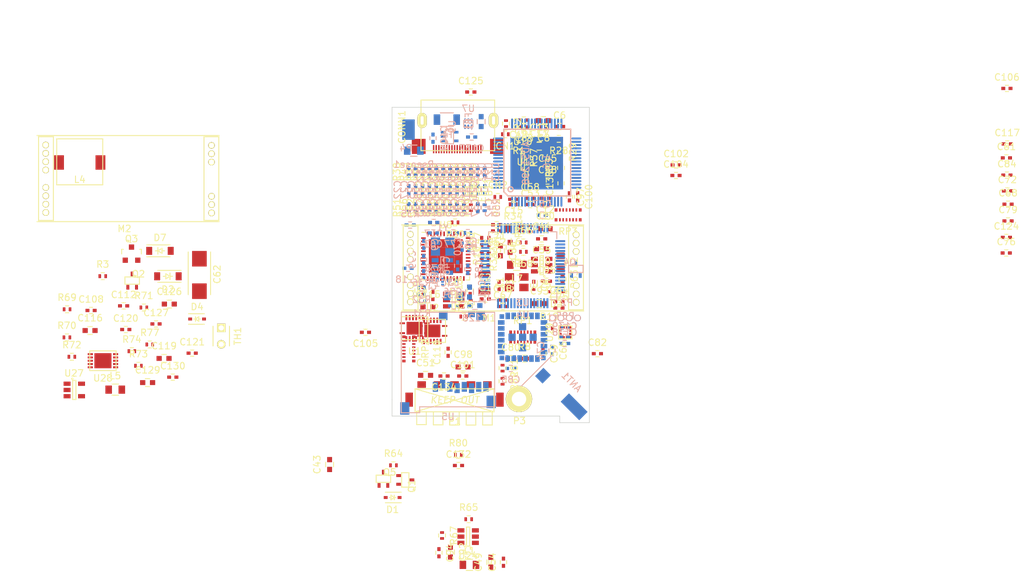
<source format=kicad_pcb>
(kicad_pcb (version 4) (host pcbnew "(2015-07-12 BZR 5928)-product")
  (layers (0 F.Cu signal) (31 B.Cu signal) (34 B.Paste user) (35 F.Paste user) (36 B.SilkS user) (37 F.SilkS user) (38 B.Mask user) (39 F.Mask user) (44 Edge.Cuts user))
  (net 0 "")
  (net 1 "Net-(C1-Pad1)")
  (net 2 GND)
  (net 3 "Net-(C2-Pad1)")
  (net 4 "Net-(C3-Pad1)")
  (net 5 "Net-(C5-Pad1)")
  (net 6 "Net-(C6-Pad1)")
  (net 7 "Net-(C7-Pad1)")
  (net 8 "Net-(C8-Pad1)")
  (net 9 "Net-(C9-Pad1)")
  (net 10 "Net-(C10-Pad2)")
  (net 11 "Net-(C11-Pad1)")
  (net 12 "Net-(C15-Pad1)")
  (net 13 RLD_UF)
  (net 14 "Net-(C16-Pad1)")
  (net 15 "Net-(C18-Pad1)")
  (net 16 "Net-(C19-Pad1)")
  (net 17 "Net-(C21-Pad1)")
  (net 18 "Net-(C22-Pad1)")
  (net 19 "Net-(C23-Pad1)")
  (net 20 "Net-(C24-Pad1)")
  (net 21 "Net-(C25-Pad1)")
  (net 22 "Net-(C26-Pad1)")
  (net 23 "Net-(C27-Pad1)")
  (net 24 "Net-(C28-Pad1)")
  (net 25 "Net-(C29-Pad1)")
  (net 26 "Net-(C30-Pad1)")
  (net 27 "Net-(C31-Pad1)")
  (net 28 "Net-(C32-Pad1)")
  (net 29 V1_F)
  (net 30 V2_F)
  (net 31 V3_F)
  (net 32 V4_F)
  (net 33 V5_F)
  (net 34 V6_F)
  (net 35 RA_F)
  (net 36 LA_F)
  (net 37 LL_F)
  (net 38 VMEM)
  (net 39 VCPU)
  (net 40 +2.8VA)
  (net 41 +3V3)
  (net 42 +2.8VD)
  (net 43 +1V8)
  (net 44 "Net-(C108-Pad1)")
  (net 45 +5V)
  (net 46 "Net-(C128-Pad1)")
  (net 47 BTN)
  (net 48 "Net-(C135-Pad2)")
  (net 49 ACC_PWR)
  (net 50 "Net-(CN1-Pad2)")
  (net 51 "Net-(CONN1-Pad16)")
  (net 52 "Net-(F1-Pad2)")
  (net 53 "Net-(FB2-Pad2)")
  (net 54 "Net-(FB3-Pad2)")
  (net 55 "Net-(FB4-Pad2)")
  (net 56 "Net-(FB5-Pad2)")
  (net 57 "Net-(FB6-Pad2)")
  (net 58 "Net-(FB7-Pad2)")
  (net 59 "Net-(FB8-Pad2)")
  (net 60 "Net-(FB9-Pad2)")
  (net 61 "Net-(FB10-Pad2)")
  (net 62 "Net-(FB11-Pad2)")
  (net 63 "Net-(FB12-Pad2)")
  (net 64 "Net-(FB13-Pad1)")
  (net 65 "Net-(IC1-Pad1)")
  (net 66 "Net-(IC1-Pad3)")
  (net 67 "Net-(L1-Pad2)")
  (net 68 "Net-(L2-Pad2)")
  (net 69 "Net-(L3-Pad2)")
  (net 70 "Net-(D7-Pad1)")
  (net 71 "Net-(L5-Pad1)")
  (net 72 ~SD_EN)
  (net 73 "Net-(D1-Pad1)")
  (net 74 "Net-(Q2-Pad3)")
  (net 75 "Net-(Q3-Pad1)")
  (net 76 "Net-(R8-Pad1)")
  (net 77 "Net-(R10-Pad1)")
  (net 78 "Net-(R11-Pad1)")
  (net 79 EN_2V8)
  (net 80 ~RST)
  (net 81 ~ECG_PWDN)
  (net 82 "Net-(R29-Pad1)")
  (net 83 "Net-(R30-Pad1)")
  (net 84 "Net-(R35-Pad1)")
  (net 85 ~CARD_DET)
  (net 86 V1)
  (net 87 V2)
  (net 88 V3)
  (net 89 V4)
  (net 90 V5)
  (net 91 V6)
  (net 92 RA)
  (net 93 LA)
  (net 94 LL)
  (net 95 RLD)
  (net 96 SHIELD)
  (net 97 DETECT)
  (net 98 SHIELD_UF)
  (net 99 CABLE_DETECT)
  (net 100 "Net-(R65-Pad1)")
  (net 101 "Net-(R66-Pad1)")
  (net 102 "Net-(R71-Pad2)")
  (net 103 "Net-(R72-Pad1)")
  (net 104 "Net-(R73-Pad1)")
  (net 105 "Net-(R74-Pad2)")
  (net 106 "Net-(R75-Pad1)")
  (net 107 "Net-(CN3-Pad2)")
  (net 108 "Net-(R78-Pad2)")
  (net 109 R_PWM)
  (net 110 G_PWM)
  (net 111 DIFF_SEL)
  (net 112 ACC_CS)
  (net 113 SDIO_D0)
  (net 114 SDIO_D1)
  (net 115 SDIO_D2)
  (net 116 SDIO_D3)
  (net 117 SDIO_CMD)
  (net 118 SDIO_CLK)
  (net 119 SD_CPU)
  (net 120 CR_SEL)
  (net 121 CR_D0)
  (net 122 CR_D1)
  (net 123 CR_D2)
  (net 124 CR_D3)
  (net 125 CR_CMD)
  (net 126 CR_CLK)
  (net 127 "Net-(RP1-Pad16)")
  (net 128 "Net-(RP1-Pad14)")
  (net 129 "Net-(RP1-Pad13)")
  (net 130 "Net-(RP1-Pad15)")
  (net 131 "Net-(ANT1-Pad1)")
  (net 132 "Net-(RP1-Pad11)")
  (net 133 ~BT_SHDN)
  (net 134 CTS)
  (net 135 RTS)
  (net 136 TX)
  (net 137 RX)
  (net 138 ~ECG_DRDY)
  (net 139 ECG_START)
  (net 140 ~ECG_RST)
  (net 141 ACC_CLK)
  (net 142 ACC_MISO)
  (net 143 ACC_MOSI)
  (net 144 ACC_INT)
  (net 145 32768_CLK)
  (net 146 ADCLK)
  (net 147 MCU_USB_DM)
  (net 148 MCU_USB_DP)
  (net 149 SWDIO)
  (net 150 SWCLK)
  (net 151 ~ECG_CS)
  (net 152 SPI_SCK)
  (net 153 SPI_MISO)
  (net 154 SPI_MOSI)
  (net 155 "Net-(CN2-Pad2)")
  (net 156 "Net-(RP3-Pad9)")
  (net 157 "Net-(RP3-Pad11)")
  (net 158 "Net-(RP3-Pad12)")
  (net 159 "Net-(RP3-Pad13)")
  (net 160 "Net-(RP3-Pad14)")
  (net 161 "Net-(RP3-Pad15)")
  (net 162 "Net-(RP3-Pad16)")
  (net 163 DP)
  (net 164 DM)
  (net 165 "Net-(CONN1-Pad15)")
  (net 166 "Net-(CONN1-Pad17)")
  (net 167 "Net-(C4-Pad2)")
  (net 168 "Net-(C14-Pad2)")
  (net 169 "Net-(C126-Pad1)")
  (net 170 "Net-(P1-Pad4)")
  (net 171 "Net-(P1-Pad5)")
  (net 172 BAT+)
  (net 173 "Net-(C93-Pad1)")
  (net 174 "Net-(R1-Pad2)")
  (net 175 "Net-(R2-Pad2)")
  (net 176 "Net-(RP2-Pad3)")
  (net 177 "Net-(RP2-Pad4)")
  (net 178 "Net-(RP2-Pad5)")
  (net 179 "Net-(RP2-Pad6)")
  (net 180 GNDPWR)
  (net 181 "Net-(C62-Pad1)")
  (net 182 +5P)
  (net 183 +3.3VP)
  (net 184 "/Power/USB Power/BAT+")
  (net 185 "/Power/USB Power/~CHRG_EN")
  (net 186 "Net-(D4-Pad2)")
  (net 187 VBAT)
  (net 188 ~CHRG_STAT)
  (net 189 ~CHRG_EN)
  (net 190 EN_3V3)
  (net 191 "/Power/USB Power/BAT-")
  (net 192 "/Power/USB Power/~CHRG_STAT")
  (net 193 "/Power/USB Power/EN_3V3")
  (net 194 "Net-(M1-Pad3)")
  (net 195 "Net-(RP2-Pad1)")
  (net 196 "Net-(RP2-Pad2)")
  (module Capacitors_SMD:C_0402 (layer F.Cu) (at 89.175 64.175)
    (fp_text reference C1 (at 0 -1.7) (layer F.SilkS))
    (fp_text value 6pF)
    (pad 1 smd rect (at -0.55 0) (size 0.6 0.5) (layers F.Cu F.Paste F.Mask) (net 1 "Net-(C1-Pad1)"))
    (pad 2 smd rect (at 0.55 0) (size 0.6 0.5) (layers F.Cu F.Paste F.Mask) (net 2 GND))
  )
  (module Capacitors_SMD:C_0402 (layer F.Cu) (at 89.1 59.225 180)
    (fp_text reference C2 (at 0 -1.7 180) (layer F.SilkS))
    (fp_text value 6pF)
    (pad 1 smd rect (at -0.55 0 180) (size 0.6 0.5) (layers F.Cu F.Paste F.Mask) (net 3 "Net-(C2-Pad1)"))
    (pad 2 smd rect (at 0.55 0 180) (size 0.6 0.5) (layers F.Cu F.Paste F.Mask) (net 2 GND))
  )
  (module Capacitors_SMD:C_0402 (layer F.Cu) (at 91.275 62.125 270)
    (fp_text reference C3 (at 0 -1.7 270) (layer F.SilkS))
    (fp_text value " C_Small")
    (pad 1 smd rect (at -0.55 0 270) (size 0.6 0.5) (layers F.Cu F.Paste F.Mask) (net 4 "Net-(C3-Pad1)"))
    (pad 2 smd rect (at 0.55 0 270) (size 0.6 0.5) (layers F.Cu F.Paste F.Mask) (net 2 GND))
  )
  (module Capacitors_SMD:C_0402 (layer F.Cu) (at 96.55 62.1 270)
    (fp_text reference C4 (at 0 -1.7 270) (layer F.SilkS))
    (fp_text value " C_Small")
    (pad 1 smd rect (at -0.55 0 270) (size 0.6 0.5) (layers F.Cu F.Paste F.Mask) (net 2 GND))
    (pad 2 smd rect (at 0.55 0 270) (size 0.6 0.5) (layers F.Cu F.Paste F.Mask) (net 167 "Net-(C4-Pad2)"))
  )
  (module Capacitors_SMD:C_0603 (layer F.Cu) (at 98.275 53.475)
    (fp_text reference C5 (at 0 -1.9) (layer F.SilkS))
    (fp_text value "4.7uF LOW ESR")
    (pad 1 smd rect (at -0.75 0) (size 0.8 0.75) (layers F.Cu F.Paste F.Mask) (net 5 "Net-(C5-Pad1)"))
    (pad 2 smd rect (at 0.75 0) (size 0.8 0.75) (layers F.Cu F.Paste F.Mask) (net 2 GND))
  )
  (module Capacitors_SMD:C_0402 (layer F.Cu) (at 100.475 37.925)
    (fp_text reference C6 (at 0 -1.7) (layer F.SilkS))
    (fp_text value 1uF)
    (pad 1 smd rect (at -0.55 0) (size 0.6 0.5) (layers F.Cu F.Paste F.Mask) (net 6 "Net-(C6-Pad1)"))
    (pad 2 smd rect (at 0.55 0) (size 0.6 0.5) (layers F.Cu F.Paste F.Mask) (net 2 GND))
  )
  (module Capacitors_SMD:C_0603 (layer F.Cu) (at 98 37.025 180)
    (fp_text reference C7 (at 0 -1.9 180) (layer F.SilkS))
    (fp_text value 22uF)
    (pad 1 smd rect (at -0.75 0 180) (size 0.8 0.75) (layers F.Cu F.Paste F.Mask) (net 7 "Net-(C7-Pad1)"))
    (pad 2 smd rect (at 0.75 0 180) (size 0.8 0.75) (layers F.Cu F.Paste F.Mask) (net 2 GND))
  )
  (module Capacitors_SMD:C_0402 (layer F.Cu) (at 98.05 37.975 180)
    (fp_text reference C8 (at 0 -1.7 180) (layer F.SilkS))
    (fp_text value 1uF)
    (pad 1 smd rect (at -0.55 0 180) (size 0.6 0.5) (layers F.Cu F.Paste F.Mask) (net 8 "Net-(C8-Pad1)"))
    (pad 2 smd rect (at 0.55 0 180) (size 0.6 0.5) (layers F.Cu F.Paste F.Mask) (net 2 GND))
  )
  (module Capacitors_SMD:C_0402 (layer B.Cu) (at 79.822438 55.87912 90)
    (fp_text reference C9 (at 0 1.7 90) (layer B.SilkS) (effects (justify mirror)))
    (fp_text value 33pF)
    (pad 1 smd rect (at -0.55 0 90) (size 0.6 0.5) (layers B.Cu B.Paste B.Mask) (net 9 "Net-(C9-Pad1)"))
    (pad 2 smd rect (at 0.55 0 90) (size 0.6 0.5) (layers B.Cu B.Paste B.Mask) (net 2 GND))
  )
  (module Capacitors_SMD:C_0402 (layer F.Cu) (at 98.3 49.85 180)
    (fp_text reference C10 (at 0 -1.7 180) (layer F.SilkS))
    (fp_text value 1uF)
    (pad 1 smd rect (at -0.55 0 180) (size 0.6 0.5) (layers F.Cu F.Paste F.Mask) (net 2 GND))
    (pad 2 smd rect (at 0.55 0 180) (size 0.6 0.5) (layers F.Cu F.Paste F.Mask) (net 10 "Net-(C10-Pad2)"))
  )
  (module Capacitors_SMD:C_0603 (layer F.Cu) (at 97.375 40.925)
    (fp_text reference C11 (at 0 -1.9) (layer F.SilkS))
    (fp_text value 10uF)
    (pad 1 smd rect (at -0.75 0) (size 0.8 0.75) (layers F.Cu F.Paste F.Mask) (net 11 "Net-(C11-Pad1)"))
    (pad 2 smd rect (at 0.75 0) (size 0.8 0.75) (layers F.Cu F.Paste F.Mask) (net 2 GND))
  )
  (module Capacitors_SMD:C_0402 (layer F.Cu) (at 98.3 48.85 180)
    (fp_text reference C12 (at 0 -1.7 180) (layer F.SilkS))
    (fp_text value 100nF)
    (pad 1 smd rect (at -0.55 0 180) (size 0.6 0.5) (layers F.Cu F.Paste F.Mask) (net 2 GND))
    (pad 2 smd rect (at 0.55 0 180) (size 0.6 0.5) (layers F.Cu F.Paste F.Mask) (net 10 "Net-(C10-Pad2)"))
  )
  (module Capacitors_SMD:C_0402 (layer F.Cu) (at 97.375 39.775)
    (fp_text reference C13 (at 0 -1.7) (layer F.SilkS))
    (fp_text value 100nF)
    (pad 1 smd rect (at -0.55 0) (size 0.6 0.5) (layers F.Cu F.Paste F.Mask) (net 11 "Net-(C11-Pad1)"))
    (pad 2 smd rect (at 0.55 0) (size 0.6 0.5) (layers F.Cu F.Paste F.Mask) (net 2 GND))
  )
  (module Capacitors_SMD:C_0402 (layer B.Cu) (at 85.647438 56.15412 90)
    (fp_text reference C14 (at 0 1.7 90) (layer B.SilkS) (effects (justify mirror)))
    (fp_text value 33pF)
    (pad 1 smd rect (at -0.55 0 90) (size 0.6 0.5) (layers B.Cu B.Paste B.Mask) (net 2 GND))
    (pad 2 smd rect (at 0.55 0 90) (size 0.6 0.5) (layers B.Cu B.Paste B.Mask) (net 168 "Net-(C14-Pad2)"))
  )
  (module Capacitors_SMD:C_0402 (layer F.Cu) (at 93.5 49 180)
    (fp_text reference C15 (at 0 -1.7 180) (layer F.SilkS))
    (fp_text value 10nF)
    (pad 1 smd rect (at -0.55 0 180) (size 0.6 0.5) (layers F.Cu F.Paste F.Mask) (net 12 "Net-(C15-Pad1)"))
    (pad 2 smd rect (at 0.55 0 180) (size 0.6 0.5) (layers F.Cu F.Paste F.Mask) (net 13 RLD_UF))
  )
  (module Capacitors_SMD:C_0402 (layer F.Cu) (at 81.325 52.525)
    (fp_text reference C16 (at 0 -1.7) (layer F.SilkS))
    (fp_text value 1uF)
    (pad 1 smd rect (at -0.55 0) (size 0.6 0.5) (layers F.Cu F.Paste F.Mask) (net 14 "Net-(C16-Pad1)"))
    (pad 2 smd rect (at 0.55 0) (size 0.6 0.5) (layers F.Cu F.Paste F.Mask) (net 2 GND))
  )
  (module Capacitors_SMD:C_0402 (layer B.Cu) (at 81.325 52.525)
    (fp_text reference C17 (at 0 1.7) (layer B.SilkS) (effects (justify mirror)))
    (fp_text value 100nF)
    (pad 1 smd rect (at -0.55 0) (size 0.6 0.5) (layers B.Cu B.Paste B.Mask) (net 14 "Net-(C16-Pad1)"))
    (pad 2 smd rect (at 0.55 0) (size 0.6 0.5) (layers B.Cu B.Paste B.Mask) (net 2 GND))
  )
  (module Capacitors_SMD:C_0402 (layer F.Cu) (at 79.725 62.925 90)
    (fp_text reference C18 (at 0 -1.7 90) (layer F.SilkS))
    (fp_text value 1uF)
    (pad 1 smd rect (at -0.55 0 90) (size 0.6 0.5) (layers F.Cu F.Paste F.Mask) (net 15 "Net-(C18-Pad1)"))
    (pad 2 smd rect (at 0.55 0 90) (size 0.6 0.5) (layers F.Cu F.Paste F.Mask) (net 2 GND))
  )
  (module Capacitors_SMD:C_0402 (layer F.Cu) (at 94.25 40.875)
    (fp_text reference C19 (at 0 -1.7) (layer F.SilkS))
    (fp_text value 100pF)
    (pad 1 smd rect (at -0.55 0) (size 0.6 0.5) (layers F.Cu F.Paste F.Mask) (net 16 "Net-(C19-Pad1)"))
    (pad 2 smd rect (at 0.55 0) (size 0.6 0.5) (layers F.Cu F.Paste F.Mask) (net 2 GND))
  )
  (module Capacitors_SMD:C_0402 (layer F.Cu) (at 81.2 63.65 90)
    (fp_text reference C20 (at 0 -1.7 90) (layer F.SilkS))
    (fp_text value 100nF)
    (pad 1 smd rect (at -0.55 0 90) (size 0.6 0.5) (layers F.Cu F.Paste F.Mask) (net 15 "Net-(C18-Pad1)"))
    (pad 2 smd rect (at 0.55 0 90) (size 0.6 0.5) (layers F.Cu F.Paste F.Mask) (net 2 GND))
  )
  (module Capacitors_SMD:C_0402 (layer B.Cu) (at 89.080152 47.558586 270)
    (fp_text reference C21 (at 0 1.7 270) (layer B.SilkS) (effects (justify mirror)))
    (fp_text value 47pF)
    (pad 1 smd rect (at -0.55 0 270) (size 0.6 0.5) (layers B.Cu B.Paste B.Mask) (net 17 "Net-(C21-Pad1)"))
    (pad 2 smd rect (at 0.55 0 270) (size 0.6 0.5) (layers B.Cu B.Paste B.Mask) (net 2 GND))
  )
  (module Capacitors_SMD:C_0402 (layer B.Cu) (at 77.530152 47.558586 270)
    (fp_text reference C22 (at 0 1.7 270) (layer B.SilkS) (effects (justify mirror)))
    (fp_text value 47pF)
    (pad 1 smd rect (at -0.55 0 270) (size 0.6 0.5) (layers B.Cu B.Paste B.Mask) (net 18 "Net-(C22-Pad1)"))
    (pad 2 smd rect (at 0.55 0 270) (size 0.6 0.5) (layers B.Cu B.Paste B.Mask) (net 2 GND))
  )
  (module Capacitors_SMD:C_0402 (layer B.Cu) (at 79.630152 47.558586 270)
    (fp_text reference C23 (at 0 1.7 270) (layer B.SilkS) (effects (justify mirror)))
    (fp_text value 47pF)
    (pad 1 smd rect (at -0.55 0 270) (size 0.6 0.5) (layers B.Cu B.Paste B.Mask) (net 19 "Net-(C23-Pad1)"))
    (pad 2 smd rect (at 0.55 0 270) (size 0.6 0.5) (layers B.Cu B.Paste B.Mask) (net 2 GND))
  )
  (module Capacitors_SMD:C_0402 (layer B.Cu) (at 81.730152 47.558586 270)
    (fp_text reference C24 (at 0 1.7 270) (layer B.SilkS) (effects (justify mirror)))
    (fp_text value 47pF)
    (pad 1 smd rect (at -0.55 0 270) (size 0.6 0.5) (layers B.Cu B.Paste B.Mask) (net 20 "Net-(C24-Pad1)"))
    (pad 2 smd rect (at 0.55 0 270) (size 0.6 0.5) (layers B.Cu B.Paste B.Mask) (net 2 GND))
  )
  (module Capacitors_SMD:C_0402 (layer B.Cu) (at 83.830152 47.558586 270)
    (fp_text reference C25 (at 0 1.7 270) (layer B.SilkS) (effects (justify mirror)))
    (fp_text value 47pF)
    (pad 1 smd rect (at -0.55 0 270) (size 0.6 0.5) (layers B.Cu B.Paste B.Mask) (net 21 "Net-(C25-Pad1)"))
    (pad 2 smd rect (at 0.55 0 270) (size 0.6 0.5) (layers B.Cu B.Paste B.Mask) (net 2 GND))
  )
  (module Capacitors_SMD:C_0402 (layer B.Cu) (at 85.930152 47.558586 270)
    (fp_text reference C26 (at 0 1.7 270) (layer B.SilkS) (effects (justify mirror)))
    (fp_text value 47pF)
    (pad 1 smd rect (at -0.55 0 270) (size 0.6 0.5) (layers B.Cu B.Paste B.Mask) (net 22 "Net-(C26-Pad1)"))
    (pad 2 smd rect (at 0.55 0 270) (size 0.6 0.5) (layers B.Cu B.Paste B.Mask) (net 2 GND))
  )
  (module Capacitors_SMD:C_0402 (layer B.Cu) (at 78.580152 47.558586 270)
    (fp_text reference C27 (at 0 1.7 270) (layer B.SilkS) (effects (justify mirror)))
    (fp_text value 47pF)
    (pad 1 smd rect (at -0.55 0 270) (size 0.6 0.5) (layers B.Cu B.Paste B.Mask) (net 23 "Net-(C27-Pad1)"))
    (pad 2 smd rect (at 0.55 0 270) (size 0.6 0.5) (layers B.Cu B.Paste B.Mask) (net 2 GND))
  )
  (module Capacitors_SMD:C_0402 (layer B.Cu) (at 80.680152 47.558586 270)
    (fp_text reference C28 (at 0 1.7 270) (layer B.SilkS) (effects (justify mirror)))
    (fp_text value 47pF)
    (pad 1 smd rect (at -0.55 0 270) (size 0.6 0.5) (layers B.Cu B.Paste B.Mask) (net 24 "Net-(C28-Pad1)"))
    (pad 2 smd rect (at 0.55 0 270) (size 0.6 0.5) (layers B.Cu B.Paste B.Mask) (net 2 GND))
  )
  (module Capacitors_SMD:C_0402 (layer B.Cu) (at 82.780152 47.558586 270)
    (fp_text reference C29 (at 0 1.7 270) (layer B.SilkS) (effects (justify mirror)))
    (fp_text value 47pF)
    (pad 1 smd rect (at -0.55 0 270) (size 0.6 0.5) (layers B.Cu B.Paste B.Mask) (net 25 "Net-(C29-Pad1)"))
    (pad 2 smd rect (at 0.55 0 270) (size 0.6 0.5) (layers B.Cu B.Paste B.Mask) (net 2 GND))
  )
  (module Capacitors_SMD:C_0402 (layer B.Cu) (at 84.880152 47.558586 270)
    (fp_text reference C30 (at 0 1.7 270) (layer B.SilkS) (effects (justify mirror)))
    (fp_text value 47pF)
    (pad 1 smd rect (at -0.55 0 270) (size 0.6 0.5) (layers B.Cu B.Paste B.Mask) (net 26 "Net-(C30-Pad1)"))
    (pad 2 smd rect (at 0.55 0 270) (size 0.6 0.5) (layers B.Cu B.Paste B.Mask) (net 2 GND))
  )
  (module Capacitors_SMD:C_0402 (layer B.Cu) (at 88.030152 47.558586 270)
    (fp_text reference C31 (at 0 1.7 270) (layer B.SilkS) (effects (justify mirror)))
    (fp_text value 47pF)
    (pad 1 smd rect (at -0.55 0 270) (size 0.6 0.5) (layers B.Cu B.Paste B.Mask) (net 27 "Net-(C31-Pad1)"))
    (pad 2 smd rect (at 0.55 0 270) (size 0.6 0.5) (layers B.Cu B.Paste B.Mask) (net 2 GND))
  )
  (module Capacitors_SMD:C_0402 (layer B.Cu) (at 86.980152 47.558586 270)
    (fp_text reference C32 (at 0 1.7 270) (layer B.SilkS) (effects (justify mirror)))
    (fp_text value 47pF)
    (pad 1 smd rect (at -0.55 0 270) (size 0.6 0.5) (layers B.Cu B.Paste B.Mask) (net 28 "Net-(C32-Pad1)"))
    (pad 2 smd rect (at 0.55 0 270) (size 0.6 0.5) (layers B.Cu B.Paste B.Mask) (net 2 GND))
  )
  (module Capacitors_SMD:C_0402 (layer B.Cu) (at 77.530152 50.283586 90)
    (fp_text reference C33 (at 0 1.7 90) (layer B.SilkS) (effects (justify mirror)))
    (fp_text value 47pF)
    (pad 1 smd rect (at -0.55 0 90) (size 0.6 0.5) (layers B.Cu B.Paste B.Mask) (net 29 V1_F))
    (pad 2 smd rect (at 0.55 0 90) (size 0.6 0.5) (layers B.Cu B.Paste B.Mask) (net 2 GND))
  )
  (module Capacitors_SMD:C_0402 (layer B.Cu) (at 79.630152 50.283586 90)
    (fp_text reference C34 (at 0 1.7 90) (layer B.SilkS) (effects (justify mirror)))
    (fp_text value 47pF)
    (pad 1 smd rect (at -0.55 0 90) (size 0.6 0.5) (layers B.Cu B.Paste B.Mask) (net 30 V2_F))
    (pad 2 smd rect (at 0.55 0 90) (size 0.6 0.5) (layers B.Cu B.Paste B.Mask) (net 2 GND))
  )
  (module Capacitors_SMD:C_0402 (layer B.Cu) (at 81.730152 50.283586 90)
    (fp_text reference C35 (at 0 1.7 90) (layer B.SilkS) (effects (justify mirror)))
    (fp_text value 47pF)
    (pad 1 smd rect (at -0.55 0 90) (size 0.6 0.5) (layers B.Cu B.Paste B.Mask) (net 31 V3_F))
    (pad 2 smd rect (at 0.55 0 90) (size 0.6 0.5) (layers B.Cu B.Paste B.Mask) (net 2 GND))
  )
  (module Capacitors_SMD:C_0402 (layer B.Cu) (at 83.830152 50.283586 90)
    (fp_text reference C36 (at 0 1.7 90) (layer B.SilkS) (effects (justify mirror)))
    (fp_text value 47pF)
    (pad 1 smd rect (at -0.55 0 90) (size 0.6 0.5) (layers B.Cu B.Paste B.Mask) (net 32 V4_F))
    (pad 2 smd rect (at 0.55 0 90) (size 0.6 0.5) (layers B.Cu B.Paste B.Mask) (net 2 GND))
  )
  (module Capacitors_SMD:C_0402 (layer B.Cu) (at 85.930152 50.283586 90)
    (fp_text reference C37 (at 0 1.7 90) (layer B.SilkS) (effects (justify mirror)))
    (fp_text value 47pF)
    (pad 1 smd rect (at -0.55 0 90) (size 0.6 0.5) (layers B.Cu B.Paste B.Mask) (net 33 V5_F))
    (pad 2 smd rect (at 0.55 0 90) (size 0.6 0.5) (layers B.Cu B.Paste B.Mask) (net 2 GND))
  )
  (module Capacitors_SMD:C_0402 (layer B.Cu) (at 78.580152 50.283586 90)
    (fp_text reference C38 (at 0 1.7 90) (layer B.SilkS) (effects (justify mirror)))
    (fp_text value 47pF)
    (pad 1 smd rect (at -0.55 0 90) (size 0.6 0.5) (layers B.Cu B.Paste B.Mask) (net 34 V6_F))
    (pad 2 smd rect (at 0.55 0 90) (size 0.6 0.5) (layers B.Cu B.Paste B.Mask) (net 2 GND))
  )
  (module Capacitors_SMD:C_0402 (layer B.Cu) (at 80.680152 50.283586 90)
    (fp_text reference C39 (at 0 1.7 90) (layer B.SilkS) (effects (justify mirror)))
    (fp_text value 47pF)
    (pad 1 smd rect (at -0.55 0 90) (size 0.6 0.5) (layers B.Cu B.Paste B.Mask) (net 35 RA_F))
    (pad 2 smd rect (at 0.55 0 90) (size 0.6 0.5) (layers B.Cu B.Paste B.Mask) (net 2 GND))
  )
  (module Capacitors_SMD:C_0402 (layer B.Cu) (at 82.780152 50.283586 90)
    (fp_text reference C40 (at 0 1.7 90) (layer B.SilkS) (effects (justify mirror)))
    (fp_text value 47pF)
    (pad 1 smd rect (at -0.55 0 90) (size 0.6 0.5) (layers B.Cu B.Paste B.Mask) (net 36 LA_F))
    (pad 2 smd rect (at 0.55 0 90) (size 0.6 0.5) (layers B.Cu B.Paste B.Mask) (net 2 GND))
  )
  (module Capacitors_SMD:C_0402 (layer B.Cu) (at 84.880152 50.283586 90)
    (fp_text reference C41 (at 0 1.7 90) (layer B.SilkS) (effects (justify mirror)))
    (fp_text value 47pF)
    (pad 1 smd rect (at -0.55 0 90) (size 0.6 0.5) (layers B.Cu B.Paste B.Mask) (net 37 LL_F))
    (pad 2 smd rect (at 0.55 0 90) (size 0.6 0.5) (layers B.Cu B.Paste B.Mask) (net 2 GND))
  )
  (module Capacitors_SMD:C_0402 (layer B.Cu) (at 88.030152 50.283586 90)
    (fp_text reference C42 (at 0 1.7 90) (layer B.SilkS) (effects (justify mirror)))
    (fp_text value 47pF)
    (pad 1 smd rect (at -0.55 0 90) (size 0.6 0.5) (layers B.Cu B.Paste B.Mask) (net 13 RLD_UF))
    (pad 2 smd rect (at 0.55 0 90) (size 0.6 0.5) (layers B.Cu B.Paste B.Mask) (net 2 GND))
  )
  (module Capacitors_SMD:C_0603 (layer F.Cu) (at 65.5 89.375 90)
    (fp_text reference C43 (at 0 -1.9 90) (layer F.SilkS))
    (fp_text value 10uF)
    (pad 1 smd rect (at -0.75 0 90) (size 0.8 0.75) (layers F.Cu F.Paste F.Mask) (net 38 VMEM))
    (pad 2 smd rect (at 0.75 0 90) (size 0.8 0.75) (layers F.Cu F.Paste F.Mask) (net 2 GND))
  )
  (module Capacitors_SMD:C_0402 (layer F.Cu) (at 97.825 51.425 180)
    (fp_text reference C44 (at 0 -1.7 180) (layer F.SilkS))
    (fp_text value 1uF)
    (pad 1 smd rect (at -0.55 0 180) (size 0.6 0.5) (layers F.Cu F.Paste F.Mask) (net 39 VCPU))
    (pad 2 smd rect (at 0.55 0 180) (size 0.6 0.5) (layers F.Cu F.Paste F.Mask) (net 2 GND))
  )
  (module Capacitors_SMD:C_0402 (layer F.Cu) (at 98.65 44.475)
    (fp_text reference C45 (at 0 -1.7) (layer F.SilkS))
    (fp_text value 1uF)
    (pad 1 smd rect (at -0.55 0) (size 0.6 0.5) (layers F.Cu F.Paste F.Mask) (net 40 +2.8VA))
    (pad 2 smd rect (at 0.55 0) (size 0.6 0.5) (layers F.Cu F.Paste F.Mask) (net 2 GND))
  )
  (module Capacitors_SMD:C_0402 (layer B.Cu) (at 84.972438 59.132778 270)
    (fp_text reference C46 (at 0 1.7 270) (layer B.SilkS) (effects (justify mirror)))
    (fp_text value 100nF)
    (pad 1 smd rect (at -0.55 0 270) (size 0.6 0.5) (layers B.Cu B.Paste B.Mask) (net 41 +3V3))
    (pad 2 smd rect (at 0.55 0 270) (size 0.6 0.5) (layers B.Cu B.Paste B.Mask) (net 2 GND))
  )
  (module Capacitors_SMD:C_0402 (layer F.Cu) (at 89.725 55.425 90)
    (fp_text reference C47 (at 0 -1.7 90) (layer F.SilkS))
    (fp_text value 100nF)
    (pad 1 smd rect (at -0.55 0 90) (size 0.6 0.5) (layers F.Cu F.Paste F.Mask) (net 39 VCPU))
    (pad 2 smd rect (at 0.55 0 90) (size 0.6 0.5) (layers F.Cu F.Paste F.Mask) (net 2 GND))
  )
  (module Capacitors_SMD:C_0402 (layer F.Cu) (at 98.65 46.225)
    (fp_text reference C48 (at 0 -1.7) (layer F.SilkS))
    (fp_text value 100nF)
    (pad 1 smd rect (at -0.55 0) (size 0.6 0.5) (layers F.Cu F.Paste F.Mask) (net 40 +2.8VA))
    (pad 2 smd rect (at 0.55 0) (size 0.6 0.5) (layers F.Cu F.Paste F.Mask) (net 2 GND))
  )
  (module Capacitors_SMD:C_0603 (layer F.Cu) (at 90.01814 104.245865 90)
    (fp_text reference C49 (at 0 -1.9 90) (layer F.SilkS))
    (fp_text value 10uF)
    (pad 1 smd rect (at -0.75 0 90) (size 0.8 0.75) (layers F.Cu F.Paste F.Mask) (net 172 BAT+))
    (pad 2 smd rect (at 0.75 0 90) (size 0.8 0.75) (layers F.Cu F.Paste F.Mask) (net 2 GND))
  )
  (module Capacitors_SMD:C_0603 (layer F.Cu) (at 97.7 56.525 180)
    (fp_text reference C50 (at 0 -1.9 180) (layer F.SilkS))
    (fp_text value 10uF)
    (pad 1 smd rect (at -0.75 0 180) (size 0.8 0.75) (layers F.Cu F.Paste F.Mask) (net 172 BAT+))
    (pad 2 smd rect (at 0.75 0 180) (size 0.8 0.75) (layers F.Cu F.Paste F.Mask) (net 2 GND))
  )
  (module Capacitors_SMD:C_0603 (layer F.Cu) (at 80.1 75.8)
    (fp_text reference C51 (at 0 -1.9) (layer F.SilkS))
    (fp_text value 10uF)
    (pad 1 smd rect (at -0.75 0) (size 0.8 0.75) (layers F.Cu F.Paste F.Mask) (net 38 VMEM))
    (pad 2 smd rect (at 0.75 0) (size 0.8 0.75) (layers F.Cu F.Paste F.Mask) (net 2 GND))
  )
  (module Capacitors_SMD:C_0402 (layer F.Cu) (at 90.9 53.825 180)
    (fp_text reference C52 (at 0 -1.7 180) (layer F.SilkS))
    (fp_text value 1uF)
    (pad 1 smd rect (at -0.55 0 180) (size 0.6 0.5) (layers F.Cu F.Paste F.Mask) (net 39 VCPU))
    (pad 2 smd rect (at 0.55 0 180) (size 0.6 0.5) (layers F.Cu F.Paste F.Mask) (net 2 GND))
  )
  (module Capacitors_SMD:C_0402 (layer F.Cu) (at 96 49.8)
    (fp_text reference C53 (at 0 -1.7) (layer F.SilkS))
    (fp_text value 1uF)
    (pad 1 smd rect (at -0.55 0) (size 0.6 0.5) (layers F.Cu F.Paste F.Mask) (net 40 +2.8VA))
    (pad 2 smd rect (at 0.55 0) (size 0.6 0.5) (layers F.Cu F.Paste F.Mask) (net 2 GND))
  )
  (module Capacitors_SMD:C_0402 (layer F.Cu) (at 91.94314 104.245865 90)
    (fp_text reference C54 (at 0 -1.7 90) (layer F.SilkS))
    (fp_text value 100nF)
    (pad 1 smd rect (at -0.55 0 90) (size 0.6 0.5) (layers F.Cu F.Paste F.Mask) (net 172 BAT+))
    (pad 2 smd rect (at 0.55 0 90) (size 0.6 0.5) (layers F.Cu F.Paste F.Mask) (net 2 GND))
  )
  (module Capacitors_SMD:C_0402 (layer F.Cu) (at 97.75 55.025 180)
    (fp_text reference C55 (at 0 -1.7 180) (layer F.SilkS))
    (fp_text value 100nF)
    (pad 1 smd rect (at -0.55 0 180) (size 0.6 0.5) (layers F.Cu F.Paste F.Mask) (net 172 BAT+))
    (pad 2 smd rect (at 0.55 0 180) (size 0.6 0.5) (layers F.Cu F.Paste F.Mask) (net 2 GND))
  )
  (module Capacitors_SMD:C_0402 (layer B.Cu) (at 84.225 61.375)
    (fp_text reference C56 (at 0 1.7) (layer B.SilkS) (effects (justify mirror)))
    (fp_text value 100nF)
    (pad 1 smd rect (at -0.55 0) (size 0.6 0.5) (layers B.Cu B.Paste B.Mask) (net 41 +3V3))
    (pad 2 smd rect (at 0.55 0) (size 0.6 0.5) (layers B.Cu B.Paste B.Mask) (net 2 GND))
  )
  (module Capacitors_SMD:C_0402 (layer B.Cu) (at 97.825 51.425 180)
    (fp_text reference C57 (at 0 1.7 180) (layer B.SilkS) (effects (justify mirror)))
    (fp_text value 100nF)
    (pad 1 smd rect (at -0.55 0 180) (size 0.6 0.5) (layers B.Cu B.Paste B.Mask) (net 39 VCPU))
    (pad 2 smd rect (at 0.55 0 180) (size 0.6 0.5) (layers B.Cu B.Paste B.Mask) (net 2 GND))
  )
  (module Capacitors_SMD:C_0402 (layer F.Cu) (at 96 48.85)
    (fp_text reference C58 (at 0 -1.7) (layer F.SilkS))
    (fp_text value 100nF)
    (pad 1 smd rect (at -0.55 0) (size 0.6 0.5) (layers F.Cu F.Paste F.Mask) (net 40 +2.8VA))
    (pad 2 smd rect (at 0.55 0) (size 0.6 0.5) (layers F.Cu F.Paste F.Mask) (net 2 GND))
  )
  (module Capacitors_SMD:C_0402 (layer F.Cu) (at 97.95 72.5 270)
    (fp_text reference C59 (at 0 -1.7 270) (layer F.SilkS))
    (fp_text value 1uF)
    (pad 1 smd rect (at -0.55 0 270) (size 0.6 0.5) (layers F.Cu F.Paste F.Mask) (net 42 +2.8VD))
    (pad 2 smd rect (at 0.55 0 270) (size 0.6 0.5) (layers F.Cu F.Paste F.Mask) (net 2 GND))
  )
  (module Capacitors_SMD:C_0402 (layer F.Cu) (at 88.625 55.425 90)
    (fp_text reference C60 (at 0 -1.7 90) (layer F.SilkS))
    (fp_text value 1uF)
    (pad 1 smd rect (at -0.55 0 90) (size 0.6 0.5) (layers F.Cu F.Paste F.Mask) (net 39 VCPU))
    (pad 2 smd rect (at 0.55 0 90) (size 0.6 0.5) (layers F.Cu F.Paste F.Mask) (net 2 GND))
  )
  (module Capacitors_SMD:C_0402 (layer F.Cu) (at 95.026307 36.95 180)
    (fp_text reference C61 (at 0 -1.7 180) (layer F.SilkS))
    (fp_text value 1uF)
    (pad 1 smd rect (at -0.55 0 180) (size 0.6 0.5) (layers F.Cu F.Paste F.Mask) (net 40 +2.8VA))
    (pad 2 smd rect (at 0.55 0 180) (size 0.6 0.5) (layers F.Cu F.Paste F.Mask) (net 2 GND))
  )
  (module Capacitors_SMD:C_0402 (layer B.Cu) (at 81.272438 54.12912)
    (fp_text reference C63 (at 0 1.7) (layer B.SilkS) (effects (justify mirror)))
    (fp_text value 100nF)
    (pad 1 smd rect (at -0.55 0) (size 0.6 0.5) (layers B.Cu B.Paste B.Mask) (net 41 +3V3))
    (pad 2 smd rect (at 0.55 0) (size 0.6 0.5) (layers B.Cu B.Paste B.Mask) (net 2 GND))
  )
  (module Capacitors_SMD:C_0402 (layer F.Cu) (at 100.375 64.6)
    (fp_text reference C64 (at 0 -1.7) (layer F.SilkS))
    (fp_text value 100nF)
    (pad 1 smd rect (at -0.55 0) (size 0.6 0.5) (layers F.Cu F.Paste F.Mask) (net 39 VCPU))
    (pad 2 smd rect (at 0.55 0) (size 0.6 0.5) (layers F.Cu F.Paste F.Mask) (net 2 GND))
  )
  (module Capacitors_SMD:C_0402 (layer F.Cu) (at 95.075 38 180)
    (fp_text reference C65 (at 0 -1.7 180) (layer F.SilkS))
    (fp_text value 100nF)
    (pad 1 smd rect (at -0.55 0 180) (size 0.6 0.5) (layers F.Cu F.Paste F.Mask) (net 40 +2.8VA))
    (pad 2 smd rect (at 0.55 0 180) (size 0.6 0.5) (layers F.Cu F.Paste F.Mask) (net 2 GND))
  )
  (module Capacitors_SMD:C_0402 (layer F.Cu) (at 99.325 72.025 270)
    (fp_text reference C66 (at 0 -1.7 270) (layer F.SilkS))
    (fp_text value 100nF)
    (pad 1 smd rect (at -0.55 0 270) (size 0.6 0.5) (layers F.Cu F.Paste F.Mask) (net 42 +2.8VD))
    (pad 2 smd rect (at 0.55 0 270) (size 0.6 0.5) (layers F.Cu F.Paste F.Mask) (net 2 GND))
  )
  (module Capacitors_SMD:C_0402 (layer F.Cu) (at 91.825 65.325)
    (fp_text reference C67 (at 0 -1.7) (layer F.SilkS))
    (fp_text value 1uF)
    (pad 1 smd rect (at -0.55 0) (size 0.6 0.5) (layers F.Cu F.Paste F.Mask) (net 39 VCPU))
    (pad 2 smd rect (at 0.55 0) (size 0.6 0.5) (layers F.Cu F.Paste F.Mask) (net 2 GND))
  )
  (module Capacitors_SMD:C_0402 (layer F.Cu) (at 168.676315 49.751682)
    (fp_text reference C68 (at 0 -1.7) (layer F.SilkS))
    (fp_text value 1uF)
    (pad 1 smd rect (at -0.55 0) (size 0.6 0.5) (layers F.Cu F.Paste F.Mask) (net 40 +2.8VA))
    (pad 2 smd rect (at 0.55 0) (size 0.6 0.5) (layers F.Cu F.Paste F.Mask) (net 2 GND))
  )
  (module Capacitors_SMD:C_0402 (layer B.Cu) (at 86.672438 56.17912 270)
    (fp_text reference C70 (at 0 1.7 270) (layer B.SilkS) (effects (justify mirror)))
    (fp_text value 100nF)
    (pad 1 smd rect (at -0.55 0 270) (size 0.6 0.5) (layers B.Cu B.Paste B.Mask) (net 41 +3V3))
    (pad 2 smd rect (at 0.55 0 270) (size 0.6 0.5) (layers B.Cu B.Paste B.Mask) (net 2 GND))
  )
  (module Capacitors_SMD:C_0402 (layer F.Cu) (at 90.9 52.875 180)
    (fp_text reference C71 (at 0 -1.7 180) (layer F.SilkS))
    (fp_text value 100nF)
    (pad 1 smd rect (at -0.55 0 180) (size 0.6 0.5) (layers F.Cu F.Paste F.Mask) (net 39 VCPU))
    (pad 2 smd rect (at 0.55 0 180) (size 0.6 0.5) (layers F.Cu F.Paste F.Mask) (net 2 GND))
  )
  (module Capacitors_SMD:C_0402 (layer F.Cu) (at 168.576315 47.726682)
    (fp_text reference C72 (at 0 -1.7) (layer F.SilkS))
    (fp_text value 100nF)
    (pad 1 smd rect (at -0.55 0) (size 0.6 0.5) (layers F.Cu F.Paste F.Mask) (net 40 +2.8VA))
    (pad 2 smd rect (at 0.55 0) (size 0.6 0.5) (layers F.Cu F.Paste F.Mask) (net 2 GND))
  )
  (module Capacitors_SMD:C_0402 (layer B.Cu) (at 99.325 72.025 270)
    (fp_text reference C74 (at 0 1.7 270) (layer B.SilkS) (effects (justify mirror)))
    (fp_text value 100pF)
    (pad 1 smd rect (at -0.55 0 270) (size 0.6 0.5) (layers B.Cu B.Paste B.Mask) (net 42 +2.8VD))
    (pad 2 smd rect (at 0.55 0 270) (size 0.6 0.5) (layers B.Cu B.Paste B.Mask) (net 2 GND))
  )
  (module Capacitors_SMD:C_0402 (layer F.Cu) (at 100.375 65.55)
    (fp_text reference C75 (at 0 -1.7) (layer F.SilkS))
    (fp_text value 1uF)
    (pad 1 smd rect (at -0.55 0) (size 0.6 0.5) (layers F.Cu F.Paste F.Mask) (net 39 VCPU))
    (pad 2 smd rect (at 0.55 0) (size 0.6 0.5) (layers F.Cu F.Paste F.Mask) (net 2 GND))
  )
  (module Capacitors_SMD:C_0402 (layer F.Cu) (at 168.401315 57.176682)
    (fp_text reference C76 (at 0 -1.7) (layer F.SilkS))
    (fp_text value 1uF)
    (pad 1 smd rect (at -0.55 0) (size 0.6 0.5) (layers F.Cu F.Paste F.Mask) (net 40 +2.8VA))
    (pad 2 smd rect (at 0.55 0) (size 0.6 0.5) (layers F.Cu F.Paste F.Mask) (net 2 GND))
  )
  (module Capacitors_SMD:C_0402 (layer B.Cu) (at 84.322438 54.10412)
    (fp_text reference C77 (at 0 1.7) (layer B.SilkS) (effects (justify mirror)))
    (fp_text value 100nF)
    (pad 1 smd rect (at -0.55 0) (size 0.6 0.5) (layers B.Cu B.Paste B.Mask) (net 41 +3V3))
    (pad 2 smd rect (at 0.55 0) (size 0.6 0.5) (layers B.Cu B.Paste B.Mask) (net 2 GND))
  )
  (module Capacitors_SMD:C_0402 (layer F.Cu) (at 91.8 64.325)
    (fp_text reference C78 (at 0 -1.7) (layer F.SilkS))
    (fp_text value 100nF)
    (pad 1 smd rect (at -0.55 0) (size 0.6 0.5) (layers F.Cu F.Paste F.Mask) (net 39 VCPU))
    (pad 2 smd rect (at 0.55 0) (size 0.6 0.5) (layers F.Cu F.Paste F.Mask) (net 2 GND))
  )
  (module Capacitors_SMD:C_0402 (layer F.Cu) (at 168.676315 52.301682)
    (fp_text reference C79 (at 0 -1.7) (layer F.SilkS))
    (fp_text value 100nF)
    (pad 1 smd rect (at -0.55 0) (size 0.6 0.5) (layers F.Cu F.Paste F.Mask) (net 40 +2.8VA))
    (pad 2 smd rect (at 0.55 0) (size 0.6 0.5) (layers F.Cu F.Paste F.Mask) (net 2 GND))
  )
  (module Capacitors_SMD:C_0402 (layer F.Cu) (at 93.05 73.25)
    (fp_text reference C80 (at 0 -1.7) (layer F.SilkS))
    (fp_text value 1uF)
    (pad 1 smd rect (at -0.55 0) (size 0.6 0.5) (layers F.Cu F.Paste F.Mask) (net 43 +1V8))
    (pad 2 smd rect (at 0.55 0) (size 0.6 0.5) (layers F.Cu F.Paste F.Mask) (net 2 GND))
  )
  (module Capacitors_SMD:C_0402 (layer F.Cu) (at 168.426315 42.701682)
    (fp_text reference C81 (at 0 -1.7) (layer F.SilkS))
    (fp_text value 1uF)
    (pad 1 smd rect (at -0.55 0) (size 0.6 0.5) (layers F.Cu F.Paste F.Mask) (net 40 +2.8VA))
    (pad 2 smd rect (at 0.55 0) (size 0.6 0.5) (layers F.Cu F.Paste F.Mask) (net 2 GND))
  )
  (module Capacitors_SMD:C_0402 (layer F.Cu) (at 106.225 72.5)
    (fp_text reference C82 (at 0 -1.7) (layer F.SilkS))
    (fp_text value 100nF)
    (pad 1 smd rect (at -0.55 0) (size 0.6 0.5) (layers F.Cu F.Paste F.Mask) (net 43 +1V8))
    (pad 2 smd rect (at 0.55 0) (size 0.6 0.5) (layers F.Cu F.Paste F.Mask) (net 2 GND))
  )
  (module Capacitors_SMD:C_0402 (layer B.Cu) (at 86.522438 59.65412 90)
    (fp_text reference C83 (at 0 1.7 90) (layer B.SilkS) (effects (justify mirror)))
    (fp_text value 100nF)
    (pad 1 smd rect (at -0.55 0 90) (size 0.6 0.5) (layers B.Cu B.Paste B.Mask) (net 41 +3V3))
    (pad 2 smd rect (at 0.55 0 90) (size 0.6 0.5) (layers B.Cu B.Paste B.Mask) (net 2 GND))
  )
  (module Capacitors_SMD:C_0402 (layer F.Cu) (at 168.501315 45.326682)
    (fp_text reference C84 (at 0 -1.7) (layer F.SilkS))
    (fp_text value 100nF)
    (pad 1 smd rect (at -0.55 0) (size 0.6 0.5) (layers F.Cu F.Paste F.Mask) (net 40 +2.8VA))
    (pad 2 smd rect (at 0.55 0) (size 0.6 0.5) (layers F.Cu F.Paste F.Mask) (net 2 GND))
  )
  (module Capacitors_SMD:C_0402 (layer B.Cu) (at 93.05 74.75)
    (fp_text reference C85 (at 0 1.7) (layer B.SilkS) (effects (justify mirror)))
    (fp_text value 100pF)
    (pad 1 smd rect (at -0.55 0) (size 0.6 0.5) (layers B.Cu B.Paste B.Mask) (net 43 +1V8))
    (pad 2 smd rect (at 0.55 0) (size 0.6 0.5) (layers B.Cu B.Paste B.Mask) (net 2 GND))
  )
  (module Capacitors_SMD:C_0603 (layer F.Cu) (at 91.475 56.85 270)
    (fp_text reference C86 (at 0 -1.9 270) (layer F.SilkS))
    (fp_text value 10uF)
    (pad 1 smd rect (at -0.75 0 270) (size 0.8 0.75) (layers F.Cu F.Paste F.Mask) (net 40 +2.8VA))
    (pad 2 smd rect (at 0.75 0 270) (size 0.8 0.75) (layers F.Cu F.Paste F.Mask) (net 2 GND))
  )
  (module Capacitors_SMD:C_0402 (layer B.Cu) (at 79.797438 60.47912 90)
    (fp_text reference C89 (at 0 1.7 90) (layer B.SilkS) (effects (justify mirror)))
    (fp_text value 100nF)
    (pad 1 smd rect (at -0.55 0 90) (size 0.6 0.5) (layers B.Cu B.Paste B.Mask) (net 41 +3V3))
    (pad 2 smd rect (at 0.55 0 90) (size 0.6 0.5) (layers B.Cu B.Paste B.Mask) (net 2 GND))
  )
  (module Capacitors_SMD:C_0603 (layer F.Cu) (at 83.876513 102.698801 270)
    (fp_text reference C92 (at 0 -1.9 270) (layer F.SilkS))
    (fp_text value 10uF)
    (pad 1 smd rect (at -0.75 0 270) (size 0.8 0.75) (layers F.Cu F.Paste F.Mask) (net 42 +2.8VD))
    (pad 2 smd rect (at 0.75 0 270) (size 0.8 0.75) (layers F.Cu F.Paste F.Mask) (net 2 GND))
  )
  (module Capacitors_SMD:C_0603 (layer F.Cu) (at 97.425 64.875)
    (fp_text reference C93 (at 0 -1.9) (layer F.SilkS))
    (fp_text value 10uF)
    (pad 1 smd rect (at -0.75 0) (size 0.8 0.75) (layers F.Cu F.Paste F.Mask) (net 173 "Net-(C93-Pad1)"))
    (pad 2 smd rect (at 0.75 0) (size 0.8 0.75) (layers F.Cu F.Paste F.Mask) (net 2 GND))
  )
  (module Capacitors_SMD:C_0402 (layer F.Cu) (at 82.126513 102.798801 270)
    (fp_text reference C94 (at 0 -1.7 270) (layer F.SilkS))
    (fp_text value 100nF)
    (pad 1 smd rect (at -0.55 0 270) (size 0.6 0.5) (layers F.Cu F.Paste F.Mask) (net 42 +2.8VD))
    (pad 2 smd rect (at 0.55 0 270) (size 0.6 0.5) (layers F.Cu F.Paste F.Mask) (net 2 GND))
  )
  (module Capacitors_SMD:C_0402 (layer F.Cu) (at 98.475 61.475)
    (fp_text reference C95 (at 0 -1.7) (layer F.SilkS))
    (fp_text value 100nF)
    (pad 1 smd rect (at -0.55 0) (size 0.6 0.5) (layers F.Cu F.Paste F.Mask) (net 173 "Net-(C93-Pad1)"))
    (pad 2 smd rect (at 0.55 0) (size 0.6 0.5) (layers F.Cu F.Paste F.Mask) (net 2 GND))
  )
  (module Capacitors_SMD:C_0402 (layer F.Cu) (at 101.975 48.625 270)
    (fp_text reference C97 (at 0 -1.7 270) (layer F.SilkS))
    (fp_text value 1uF)
    (pad 1 smd rect (at -0.55 0 270) (size 0.6 0.5) (layers F.Cu F.Paste F.Mask) (net 43 +1V8))
    (pad 2 smd rect (at 0.55 0 270) (size 0.6 0.5) (layers F.Cu F.Paste F.Mask) (net 2 GND))
  )
  (module Capacitors_SMD:C_0603 (layer F.Cu) (at 85.8 74.525)
    (fp_text reference C98 (at 0 -1.9) (layer F.SilkS))
    (fp_text value 10uF)
    (pad 1 smd rect (at -0.75 0) (size 0.8 0.75) (layers F.Cu F.Paste F.Mask) (net 38 VMEM))
    (pad 2 smd rect (at 0.75 0) (size 0.8 0.75) (layers F.Cu F.Paste F.Mask) (net 2 GND))
  )
  (module Capacitors_SMD:C_0402 (layer B.Cu) (at 79.797438 58.17912 270)
    (fp_text reference C99 (at 0 1.7 270) (layer B.SilkS) (effects (justify mirror)))
    (fp_text value 100nF)
    (pad 1 smd rect (at -0.55 0 270) (size 0.6 0.5) (layers B.Cu B.Paste B.Mask) (net 41 +3V3))
    (pad 2 smd rect (at 0.55 0 270) (size 0.6 0.5) (layers B.Cu B.Paste B.Mask) (net 2 GND))
  )
  (module Capacitors_SMD:C_0402 (layer F.Cu) (at 103.225 48.625 270)
    (fp_text reference C100 (at 0 -1.7 270) (layer F.SilkS))
    (fp_text value 100nF)
    (pad 1 smd rect (at -0.55 0 270) (size 0.6 0.5) (layers F.Cu F.Paste F.Mask) (net 43 +1V8))
    (pad 2 smd rect (at 0.55 0 270) (size 0.6 0.5) (layers F.Cu F.Paste F.Mask) (net 2 GND))
  )
  (module Capacitors_SMD:C_0402 (layer F.Cu) (at 85.75 75.9)
    (fp_text reference C101 (at 0 -1.7) (layer F.SilkS))
    (fp_text value 100nF)
    (pad 1 smd rect (at -0.55 0) (size 0.6 0.5) (layers F.Cu F.Paste F.Mask) (net 38 VMEM))
    (pad 2 smd rect (at 0.55 0) (size 0.6 0.5) (layers F.Cu F.Paste F.Mask) (net 2 GND))
  )
  (module Capacitors_SMD:C_0402 (layer F.Cu) (at 118.2 43.775)
    (fp_text reference C102 (at 0 -1.7) (layer F.SilkS))
    (fp_text value 1uF)
    (pad 1 smd rect (at -0.55 0) (size 0.6 0.5) (layers F.Cu F.Paste F.Mask) (net 43 +1V8))
    (pad 2 smd rect (at 0.55 0) (size 0.6 0.5) (layers F.Cu F.Paste F.Mask) (net 2 GND))
  )
  (module Capacitors_SMD:C_0402 (layer F.Cu) (at 118.175 45.375)
    (fp_text reference C104 (at 0 -1.7) (layer F.SilkS))
    (fp_text value 100nF)
    (pad 1 smd rect (at -0.55 0) (size 0.6 0.5) (layers F.Cu F.Paste F.Mask) (net 43 +1V8))
    (pad 2 smd rect (at 0.55 0) (size 0.6 0.5) (layers F.Cu F.Paste F.Mask) (net 2 GND))
  )
  (module Capacitors_SMD:C_0402 (layer F.Cu) (at 70.95 69.25 180)
    (fp_text reference C105 (at 0 -1.7 180) (layer F.SilkS))
    (fp_text value 100nF)
    (pad 1 smd rect (at -0.55 0 180) (size 0.6 0.5) (layers F.Cu F.Paste F.Mask) (net 38 VMEM))
    (pad 2 smd rect (at 0.55 0 180) (size 0.6 0.5) (layers F.Cu F.Paste F.Mask) (net 2 GND))
  )
  (module Capacitors_SMD:C_0402 (layer F.Cu) (at 168.501315 32.126682)
    (fp_text reference C106 (at 0 -1.7) (layer F.SilkS))
    (fp_text value 1uF)
    (pad 1 smd rect (at -0.55 0) (size 0.6 0.5) (layers F.Cu F.Paste F.Mask) (net 40 +2.8VA))
    (pad 2 smd rect (at 0.55 0) (size 0.6 0.5) (layers F.Cu F.Paste F.Mask) (net 2 GND))
  )
  (module Capacitors_SMD:C_0402 (layer F.Cu) (at 29.225 65.925)
    (fp_text reference C108 (at 0 -1.7) (layer F.SilkS))
    (fp_text value "1uF 10V")
    (pad 1 smd rect (at -0.55 0) (size 0.6 0.5) (layers F.Cu F.Paste F.Mask) (net 44 "Net-(C108-Pad1)"))
    (pad 2 smd rect (at 0.55 0) (size 0.6 0.5) (layers F.Cu F.Paste F.Mask) (net 180 GNDPWR))
  )
  (module Capacitors_SMD:C_0402 (layer B.Cu) (at 81.225 39.7 90)
    (fp_text reference C109 (at 0 1.7 90) (layer B.SilkS) (effects (justify mirror)))
    (fp_text value 100nF)
    (pad 1 smd rect (at -0.55 0 90) (size 0.6 0.5) (layers B.Cu B.Paste B.Mask) (net 40 +2.8VA))
    (pad 2 smd rect (at 0.55 0 90) (size 0.6 0.5) (layers B.Cu B.Paste B.Mask) (net 2 GND))
  )
  (module Capacitors_SMD:C_0402 (layer F.Cu) (at 83.526956 72.285252 90)
    (fp_text reference C110 (at 0 -1.7 90) (layer F.SilkS))
    (fp_text value 100nF)
    (pad 1 smd rect (at -0.55 0 90) (size 0.6 0.5) (layers F.Cu F.Paste F.Mask) (net 38 VMEM))
    (pad 2 smd rect (at 0.55 0 90) (size 0.6 0.5) (layers F.Cu F.Paste F.Mask) (net 2 GND))
  )
  (module Capacitors_SMD:C_0603 (layer B.Cu) (at 86.775 63.125 90)
    (fp_text reference C111 (at 0 1.9 90) (layer B.SilkS) (effects (justify mirror)))
    (fp_text value 10uF)
    (pad 1 smd rect (at -0.75 0 90) (size 0.8 0.75) (layers B.Cu B.Paste B.Mask) (net 172 BAT+))
    (pad 2 smd rect (at 0.75 0 90) (size 0.8 0.75) (layers B.Cu B.Paste B.Mask) (net 2 GND))
  )
  (module Capacitors_SMD:C_0402 (layer F.Cu) (at 34.175 65.225)
    (fp_text reference C112 (at 0 -1.7) (layer F.SilkS))
    (fp_text value 100nF)
    (pad 1 smd rect (at -0.55 0) (size 0.6 0.5) (layers F.Cu F.Paste F.Mask) (net 44 "Net-(C108-Pad1)"))
    (pad 2 smd rect (at 0.55 0) (size 0.6 0.5) (layers F.Cu F.Paste F.Mask) (net 180 GNDPWR))
  )
  (module Capacitors_SMD:C_0402 (layer F.Cu) (at 86.875 62.85 90)
    (fp_text reference C113 (at 0 -1.7 90) (layer F.SilkS))
    (fp_text value 100nF)
    (pad 1 smd rect (at -0.55 0 90) (size 0.6 0.5) (layers F.Cu F.Paste F.Mask) (net 172 BAT+))
    (pad 2 smd rect (at 0.55 0 90) (size 0.6 0.5) (layers F.Cu F.Paste F.Mask) (net 2 GND))
  )
  (module Capacitors_SMD:C_0603 (layer F.Cu) (at 80.45 65.375)
    (fp_text reference C115 (at 0 -1.9) (layer F.SilkS))
    (fp_text value "10uF 10V")
    (pad 1 smd rect (at -0.75 0) (size 0.8 0.75) (layers F.Cu F.Paste F.Mask) (net 45 +5V))
    (pad 2 smd rect (at 0.75 0) (size 0.8 0.75) (layers F.Cu F.Paste F.Mask) (net 2 GND))
  )
  (module Capacitors_SMD:C_0603 (layer F.Cu) (at 29.075 68.975)
    (fp_text reference C116 (at 0 -1.9) (layer F.SilkS))
    (fp_text value "10uF 10V")
    (pad 1 smd rect (at -0.75 0) (size 0.8 0.75) (layers F.Cu F.Paste F.Mask) (net 182 +5P))
    (pad 2 smd rect (at 0.75 0) (size 0.8 0.75) (layers F.Cu F.Paste F.Mask) (net 180 GNDPWR))
  )
  (module Capacitors_SMD:C_0402 (layer F.Cu) (at 168.551315 40.576682)
    (fp_text reference C117 (at 0 -1.7) (layer F.SilkS))
    (fp_text value 100nF)
    (pad 1 smd rect (at -0.55 0) (size 0.6 0.5) (layers F.Cu F.Paste F.Mask) (net 40 +2.8VA))
    (pad 2 smd rect (at 0.55 0) (size 0.6 0.5) (layers F.Cu F.Paste F.Mask) (net 2 GND))
  )
  (module Capacitors_SMD:C_0402 (layer B.Cu) (at 77.425 59.5)
    (fp_text reference C118 (at 0 1.7) (layer B.SilkS) (effects (justify mirror)))
    (fp_text value 100nF)
    (pad 1 smd rect (at -0.55 0) (size 0.6 0.5) (layers B.Cu B.Paste B.Mask) (net 45 +5V))
    (pad 2 smd rect (at 0.55 0) (size 0.6 0.5) (layers B.Cu B.Paste B.Mask) (net 2 GND))
  )
  (module Capacitors_SMD:C_0603 (layer F.Cu) (at 40.325 73.225)
    (fp_text reference C119 (at 0 -1.9) (layer F.SilkS))
    (fp_text value "10uF 10V")
    (pad 1 smd rect (at -0.75 0) (size 0.8 0.75) (layers F.Cu F.Paste F.Mask) (net 182 +5P))
    (pad 2 smd rect (at 0.75 0) (size 0.8 0.75) (layers F.Cu F.Paste F.Mask) (net 180 GNDPWR))
  )
  (module Capacitors_SMD:C_0402 (layer F.Cu) (at 34.5 68.825)
    (fp_text reference C120 (at 0 -1.7) (layer F.SilkS))
    (fp_text value 100nF)
    (pad 1 smd rect (at -0.55 0) (size 0.6 0.5) (layers F.Cu F.Paste F.Mask) (net 182 +5P))
    (pad 2 smd rect (at 0.55 0) (size 0.6 0.5) (layers F.Cu F.Paste F.Mask) (net 180 GNDPWR))
  )
  (module Capacitors_SMD:C_0402 (layer F.Cu) (at 44.6 72.425)
    (fp_text reference C121 (at 0 -1.7) (layer F.SilkS))
    (fp_text value 100nF)
    (pad 1 smd rect (at -0.55 0) (size 0.6 0.5) (layers F.Cu F.Paste F.Mask) (net 182 +5P))
    (pad 2 smd rect (at 0.55 0) (size 0.6 0.5) (layers F.Cu F.Paste F.Mask) (net 180 GNDPWR))
  )
  (module Capacitors_SMD:C_0402 (layer F.Cu) (at 168.426315 54.801682)
    (fp_text reference C124 (at 0 -1.7) (layer F.SilkS))
    (fp_text value 100nF)
    (pad 1 smd rect (at -0.55 0) (size 0.6 0.5) (layers F.Cu F.Paste F.Mask) (net 40 +2.8VA))
    (pad 2 smd rect (at 0.55 0) (size 0.6 0.5) (layers F.Cu F.Paste F.Mask) (net 2 GND))
  )
  (module Capacitors_SMD:C_0402 (layer F.Cu) (at 86.975 32.675)
    (fp_text reference C125 (at 0 -1.7) (layer F.SilkS))
    (fp_text value 100nF)
    (pad 1 smd rect (at -0.55 0) (size 0.6 0.5) (layers F.Cu F.Paste F.Mask) (net 45 +5V))
    (pad 2 smd rect (at 0.55 0) (size 0.6 0.5) (layers F.Cu F.Paste F.Mask) (net 2 GND))
  )
  (module Capacitors_SMD:C_0603 (layer F.Cu) (at 41.125 64.95)
    (fp_text reference C126 (at 0 -1.9) (layer F.SilkS))
    (fp_text value 10uF)
    (pad 1 smd rect (at -0.75 0) (size 0.8 0.75) (layers F.Cu F.Paste F.Mask) (net 169 "Net-(C126-Pad1)"))
    (pad 2 smd rect (at 0.75 0) (size 0.8 0.75) (layers F.Cu F.Paste F.Mask) (net 180 GNDPWR))
  )
  (module Capacitors_SMD:C_0402 (layer F.Cu) (at 39.1 67.975)
    (fp_text reference C127 (at 0 -1.7) (layer F.SilkS))
    (fp_text value 100nF)
    (pad 1 smd rect (at -0.55 0) (size 0.6 0.5) (layers F.Cu F.Paste F.Mask) (net 169 "Net-(C126-Pad1)"))
    (pad 2 smd rect (at 0.55 0) (size 0.6 0.5) (layers F.Cu F.Paste F.Mask) (net 180 GNDPWR))
  )
  (module Capacitors_SMD:C_0603 (layer B.Cu) (at 87.6 65.175)
    (fp_text reference C128 (at 0 1.9) (layer B.SilkS) (effects (justify mirror)))
    (fp_text value 10uF)
    (pad 1 smd rect (at -0.75 0) (size 0.8 0.75) (layers B.Cu B.Paste B.Mask) (net 46 "Net-(C128-Pad1)"))
    (pad 2 smd rect (at 0.75 0) (size 0.8 0.75) (layers B.Cu B.Paste B.Mask) (net 2 GND))
  )
  (module Capacitors_SMD:C_0603 (layer F.Cu) (at 37.825 76.9)
    (fp_text reference C129 (at 0 -1.9) (layer F.SilkS))
    (fp_text value 10uF)
    (pad 1 smd rect (at -0.75 0) (size 0.8 0.75) (layers F.Cu F.Paste F.Mask) (net 183 +3.3VP))
    (pad 2 smd rect (at 0.75 0) (size 0.8 0.75) (layers F.Cu F.Paste F.Mask) (net 180 GNDPWR))
  )
  (module Capacitors_SMD:C_0402 (layer F.Cu) (at 41.65 76.075)
    (fp_text reference C130 (at 0 -1.7) (layer F.SilkS))
    (fp_text value 100nF)
    (pad 1 smd rect (at -0.55 0) (size 0.6 0.5) (layers F.Cu F.Paste F.Mask) (net 183 +3.3VP))
    (pad 2 smd rect (at 0.55 0) (size 0.6 0.5) (layers F.Cu F.Paste F.Mask) (net 180 GNDPWR))
  )
  (module Capacitors_SMD:C_0402 (layer B.Cu) (at 84.375 65.225 180)
    (fp_text reference C131 (at 0 1.7 180) (layer B.SilkS) (effects (justify mirror)))
    (fp_text value 100nF)
    (pad 1 smd rect (at -0.55 0 180) (size 0.6 0.5) (layers B.Cu B.Paste B.Mask) (net 46 "Net-(C128-Pad1)"))
    (pad 2 smd rect (at 0.55 0 180) (size 0.6 0.5) (layers B.Cu B.Paste B.Mask) (net 2 GND))
  )
  (module Capacitors_SMD:C_0402 (layer F.Cu) (at 85.1 89.525)
    (fp_text reference C132 (at 0 -1.7) (layer F.SilkS))
    (fp_text value 100n)
    (pad 1 smd rect (at -0.55 0) (size 0.6 0.5) (layers F.Cu F.Paste F.Mask) (net 47 BTN))
    (pad 2 smd rect (at 0.55 0) (size 0.6 0.5) (layers F.Cu F.Paste F.Mask) (net 2 GND))
  )
  (module Capacitors_SMD:C_0402 (layer F.Cu) (at 82.9 75.9 180)
    (fp_text reference C134 (at 0 -1.7 180) (layer F.SilkS))
    (fp_text value 100nF)
    (pad 1 smd rect (at -0.55 0 180) (size 0.6 0.5) (layers F.Cu F.Paste F.Mask) (net 42 +2.8VD))
    (pad 2 smd rect (at 0.55 0 180) (size 0.6 0.5) (layers F.Cu F.Paste F.Mask) (net 2 GND))
  )
  (module Capacitors_SMD:C_0402 (layer F.Cu) (at 100.7 46.575 90)
    (fp_text reference C135 (at 0 -1.7 90) (layer F.SilkS))
    (fp_text value 100nF)
    (pad 1 smd rect (at -0.55 0 90) (size 0.6 0.5) (layers F.Cu F.Paste F.Mask) (net 2 GND))
    (pad 2 smd rect (at 0.55 0 90) (size 0.6 0.5) (layers F.Cu F.Paste F.Mask) (net 48 "Net-(C135-Pad2)"))
  )
  (module Capacitors_SMD:C_0402 (layer B.Cu) (at 87.1 39.525)
    (fp_text reference C137 (at 0 1.7) (layer B.SilkS) (effects (justify mirror)))
    (fp_text value 100nF)
    (pad 1 smd rect (at -0.55 0) (size 0.6 0.5) (layers B.Cu B.Paste B.Mask) (net 45 +5V))
    (pad 2 smd rect (at 0.55 0) (size 0.6 0.5) (layers B.Cu B.Paste B.Mask) (net 2 GND))
  )
  (module Capacitors_SMD:C_0402 (layer B.Cu) (at 101.25 70.95 180)
    (fp_text reference C138 (at 0 1.7 180) (layer B.SilkS) (effects (justify mirror)))
    (fp_text value 1uF)
    (pad 1 smd rect (at -0.55 0 180) (size 0.6 0.5) (layers B.Cu B.Paste B.Mask) (net 49 ACC_PWR))
    (pad 2 smd rect (at 0.55 0 180) (size 0.6 0.5) (layers B.Cu B.Paste B.Mask) (net 2 GND))
  )
  (module Capacitors_SMD:C_0402 (layer B.Cu) (at 101.25 70 180)
    (fp_text reference C139 (at 0 1.7 180) (layer B.SilkS) (effects (justify mirror)))
    (fp_text value 100nF)
    (pad 1 smd rect (at -0.55 0 180) (size 0.6 0.5) (layers B.Cu B.Paste B.Mask) (net 49 ACC_PWR))
    (pad 2 smd rect (at 0.55 0 180) (size 0.6 0.5) (layers B.Cu B.Paste B.Mask) (net 2 GND))
  )
  (module Capacitors_SMD:C_1206 (layer B.Cu) (at 83.325 36.875)
    (fp_text reference F1 (at 0 2.3) (layer B.SilkS) (effects (justify mirror)))
    (fp_text value 1206L075THYR)
    (pad 1 smd rect (at -1.5 0) (size 1 1.6) (layers B.Cu B.Paste B.Mask) (net 51 "Net-(CONN1-Pad16)"))
    (pad 2 smd rect (at 1.5 0) (size 1 1.6) (layers B.Cu B.Paste B.Mask) (net 52 "Net-(F1-Pad2)"))
  )
  (module Capacitors_SMD:C_0603 (layer B.Cu) (at 88.55 37.175 270)
    (fp_text reference FB1 (at 0 1.9 270) (layer B.SilkS) (effects (justify mirror)))
    (fp_text value "MPZ1608D101B (100Ohm @ 100MHz, 1A, 0603)")
    (pad 1 smd rect (at -0.75 0 270) (size 0.8 0.75) (layers B.Cu B.Paste B.Mask) (net 52 "Net-(F1-Pad2)"))
    (pad 2 smd rect (at 0.75 0 270) (size 0.8 0.75) (layers B.Cu B.Paste B.Mask) (net 45 +5V))
  )
  (module Capacitors_SMD:C_0402 (layer F.Cu) (at 77.530152 47.558586 270)
    (fp_text reference FB2 (at 0 -1.7 270) (layer F.SilkS))
    (fp_text value FILTER)
    (pad 1 smd rect (at -0.55 0 270) (size 0.6 0.5) (layers F.Cu F.Paste F.Mask) (net 18 "Net-(C22-Pad1)"))
    (pad 2 smd rect (at 0.55 0 270) (size 0.6 0.5) (layers F.Cu F.Paste F.Mask) (net 53 "Net-(FB2-Pad2)"))
  )
  (module Capacitors_SMD:C_0402 (layer F.Cu) (at 79.630152 47.558586 270)
    (fp_text reference FB3 (at 0 -1.7 270) (layer F.SilkS))
    (fp_text value FILTER)
    (pad 1 smd rect (at -0.55 0 270) (size 0.6 0.5) (layers F.Cu F.Paste F.Mask) (net 19 "Net-(C23-Pad1)"))
    (pad 2 smd rect (at 0.55 0 270) (size 0.6 0.5) (layers F.Cu F.Paste F.Mask) (net 54 "Net-(FB3-Pad2)"))
  )
  (module Capacitors_SMD:C_0402 (layer F.Cu) (at 81.730152 47.558586 270)
    (fp_text reference FB4 (at 0 -1.7 270) (layer F.SilkS))
    (fp_text value FILTER)
    (pad 1 smd rect (at -0.55 0 270) (size 0.6 0.5) (layers F.Cu F.Paste F.Mask) (net 20 "Net-(C24-Pad1)"))
    (pad 2 smd rect (at 0.55 0 270) (size 0.6 0.5) (layers F.Cu F.Paste F.Mask) (net 55 "Net-(FB4-Pad2)"))
  )
  (module Capacitors_SMD:C_0402 (layer F.Cu) (at 83.830152 47.558586 270)
    (fp_text reference FB5 (at 0 -1.7 270) (layer F.SilkS))
    (fp_text value FILTER)
    (pad 1 smd rect (at -0.55 0 270) (size 0.6 0.5) (layers F.Cu F.Paste F.Mask) (net 21 "Net-(C25-Pad1)"))
    (pad 2 smd rect (at 0.55 0 270) (size 0.6 0.5) (layers F.Cu F.Paste F.Mask) (net 56 "Net-(FB5-Pad2)"))
  )
  (module Capacitors_SMD:C_0402 (layer F.Cu) (at 85.930152 47.558586 270)
    (fp_text reference FB6 (at 0 -1.7 270) (layer F.SilkS))
    (fp_text value FILTER)
    (pad 1 smd rect (at -0.55 0 270) (size 0.6 0.5) (layers F.Cu F.Paste F.Mask) (net 22 "Net-(C26-Pad1)"))
    (pad 2 smd rect (at 0.55 0 270) (size 0.6 0.5) (layers F.Cu F.Paste F.Mask) (net 57 "Net-(FB6-Pad2)"))
  )
  (module Capacitors_SMD:C_0402 (layer F.Cu) (at 78.580152 47.558586 270)
    (fp_text reference FB7 (at 0 -1.7 270) (layer F.SilkS))
    (fp_text value FILTER)
    (pad 1 smd rect (at -0.55 0 270) (size 0.6 0.5) (layers F.Cu F.Paste F.Mask) (net 23 "Net-(C27-Pad1)"))
    (pad 2 smd rect (at 0.55 0 270) (size 0.6 0.5) (layers F.Cu F.Paste F.Mask) (net 58 "Net-(FB7-Pad2)"))
  )
  (module Capacitors_SMD:C_0402 (layer F.Cu) (at 80.680152 47.558586 270)
    (fp_text reference FB8 (at 0 -1.7 270) (layer F.SilkS))
    (fp_text value FILTER)
    (pad 1 smd rect (at -0.55 0 270) (size 0.6 0.5) (layers F.Cu F.Paste F.Mask) (net 24 "Net-(C28-Pad1)"))
    (pad 2 smd rect (at 0.55 0 270) (size 0.6 0.5) (layers F.Cu F.Paste F.Mask) (net 59 "Net-(FB8-Pad2)"))
  )
  (module Capacitors_SMD:C_0402 (layer F.Cu) (at 82.780152 47.558586 270)
    (fp_text reference FB9 (at 0 -1.7 270) (layer F.SilkS))
    (fp_text value FILTER)
    (pad 1 smd rect (at -0.55 0 270) (size 0.6 0.5) (layers F.Cu F.Paste F.Mask) (net 25 "Net-(C29-Pad1)"))
    (pad 2 smd rect (at 0.55 0 270) (size 0.6 0.5) (layers F.Cu F.Paste F.Mask) (net 60 "Net-(FB9-Pad2)"))
  )
  (module Capacitors_SMD:C_0402 (layer F.Cu) (at 84.880152 47.558586 270)
    (fp_text reference FB10 (at 0 -1.7 270) (layer F.SilkS))
    (fp_text value FILTER)
    (pad 1 smd rect (at -0.55 0 270) (size 0.6 0.5) (layers F.Cu F.Paste F.Mask) (net 26 "Net-(C30-Pad1)"))
    (pad 2 smd rect (at 0.55 0 270) (size 0.6 0.5) (layers F.Cu F.Paste F.Mask) (net 61 "Net-(FB10-Pad2)"))
  )
  (module Capacitors_SMD:C_0402 (layer F.Cu) (at 88.030152 47.558586 270)
    (fp_text reference FB11 (at 0 -1.7 270) (layer F.SilkS))
    (fp_text value FILTER)
    (pad 1 smd rect (at -0.55 0 270) (size 0.6 0.5) (layers F.Cu F.Paste F.Mask) (net 27 "Net-(C31-Pad1)"))
    (pad 2 smd rect (at 0.55 0 270) (size 0.6 0.5) (layers F.Cu F.Paste F.Mask) (net 62 "Net-(FB11-Pad2)"))
  )
  (module Capacitors_SMD:C_0402 (layer F.Cu) (at 86.980152 47.558586 270)
    (fp_text reference FB12 (at 0 -1.7 270) (layer F.SilkS))
    (fp_text value FILTER)
    (pad 1 smd rect (at -0.55 0 270) (size 0.6 0.5) (layers F.Cu F.Paste F.Mask) (net 28 "Net-(C32-Pad1)"))
    (pad 2 smd rect (at 0.55 0 270) (size 0.6 0.5) (layers F.Cu F.Paste F.Mask) (net 63 "Net-(FB12-Pad2)"))
  )
  (module Capacitors_SMD:C_0402 (layer F.Cu) (at 89.080152 47.558586 90)
    (fp_text reference FB13 (at 0 -1.7 90) (layer F.SilkS))
    (fp_text value FILTER)
    (pad 1 smd rect (at -0.55 0 90) (size 0.6 0.5) (layers F.Cu F.Paste F.Mask) (net 64 "Net-(FB13-Pad1)"))
    (pad 2 smd rect (at 0.55 0 90) (size 0.6 0.5) (layers F.Cu F.Paste F.Mask) (net 17 "Net-(C21-Pad1)"))
  )
  (module TO_SOT_Packages_SMD:SOT-23-5 (layer B.Cu) (at 82.65 59.225)
    (fp_text reference IC1 (at -0.05 2.55) (layer B.SilkS) (effects (justify mirror)))
    (fp_text value 256kx8)
    (pad 1 smd rect (at -1.1 0.95) (size 1.06 0.65) (layers B.Cu B.Paste B.Mask) (net 65 "Net-(IC1-Pad1)"))
    (pad 2 smd rect (at -1.1 0) (size 1.06 0.65) (layers B.Cu B.Paste B.Mask) (net 2 GND))
    (pad 3 smd rect (at -1.1 -0.95) (size 1.06 0.65) (layers B.Cu B.Paste B.Mask) (net 66 "Net-(IC1-Pad3)"))
    (pad 4 smd rect (at 1.1 -0.95) (size 1.06 0.65) (layers B.Cu B.Paste B.Mask) (net 41 +3V3))
    (pad 5 smd rect (at 1.1 0.95) (size 1.06 0.65) (layers B.Cu B.Paste B.Mask) (net 2 GND))
  )
  (module Capacitors_SMD:C_0805 (layer F.Cu) (at 86.76814 104.645865)
    (fp_text reference L1 (at 0 -2.1) (layer F.SilkS))
    (fp_text value "4.7uH PFL2015-472MEC")
    (pad 1 smd rect (at -1 0) (size 1 1.25) (layers F.Cu F.Paste F.Mask) (net 172 BAT+))
    (pad 2 smd rect (at 1 0) (size 1 1.25) (layers F.Cu F.Paste F.Mask) (net 67 "Net-(L1-Pad2)"))
  )
  (module Capacitors_SMD:C_0805 (layer F.Cu) (at 100.625 58.6 270)
    (fp_text reference L2 (at 0 -2.1 270) (layer F.SilkS))
    (fp_text value "4.7uH PFL2015-472MEC")
    (pad 1 smd rect (at -1 0 270) (size 1 1.25) (layers F.Cu F.Paste F.Mask) (net 172 BAT+))
    (pad 2 smd rect (at 1 0 270) (size 1 1.25) (layers F.Cu F.Paste F.Mask) (net 68 "Net-(L2-Pad2)"))
  )
  (module Capacitors_SMD:C_0805 (layer B.Cu) (at 84.375 63.75 180)
    (fp_text reference L3 (at 0 2.1 180) (layer B.SilkS) (effects (justify mirror)))
    (fp_text value "4.7uH PFL2015-472MEC")
    (pad 1 smd rect (at -1 0 180) (size 1 1.25) (layers B.Cu B.Paste B.Mask) (net 172 BAT+))
    (pad 2 smd rect (at 1 0 180) (size 1 1.25) (layers B.Cu B.Paste B.Mask) (net 69 "Net-(L3-Pad2)"))
  )
  (module Footprints:SLF7055 (layer F.Cu) (at 27.5 43.4)
    (fp_text reference L4 (at 0 2.6) (layer F.SilkS))
    (fp_text value "15uH SLF7055T-150M2R1-3PF")
    (pad 1 smd rect (at -3.15 0) (size 1.5 2.2) (layers F.Cu F.Paste F.Mask) (net 70 "Net-(D7-Pad1)"))
    (pad 2 smd rect (at 3.15 0) (size 1.5 2.2) (layers F.Cu F.Paste F.Mask) (net 169 "Net-(C126-Pad1)"))
  )
  (module Capacitors_SMD:C_0805 (layer F.Cu) (at 32.9 77.975)
    (fp_text reference L5 (at 0 -2.1) (layer F.SilkS))
    (fp_text value 2.2uH)
    (pad 1 smd rect (at -1 0) (size 1 1.25) (layers F.Cu F.Paste F.Mask) (net 71 "Net-(L5-Pad1)"))
    (pad 2 smd rect (at 1 0) (size 1 1.25) (layers F.Cu F.Paste F.Mask) (net 183 +3.3VP))
  )
  (module Capacitors_SMD:C_0805 (layer F.Cu) (at 93.75 53.4 180)
    (fp_text reference L6 (at 0 -2.1 180) (layer F.SilkS))
    (fp_text value 4.7uH)
    (pad 1 smd rect (at -1 0 180) (size 1 1.25) (layers F.Cu F.Paste F.Mask) (net 46 "Net-(C128-Pad1)"))
    (pad 2 smd rect (at 1 0 180) (size 1 1.25) (layers F.Cu F.Paste F.Mask) (net 40 +2.8VA))
  )
  (module TO_SOT_Packages_SMD:SC-70 (layer F.Cu) (at 77.008783 91.71754 270)
    (fp_text reference Q1 (at 0.95 -1 270) (layer F.SilkS))
    (fp_text value PMF170XP)
    (pad 1 smd rect (at -0.6604 1.016 270) (size 0.4572 0.7112) (layers F.Cu F.Paste F.Mask) (net 72 ~SD_EN))
    (pad 2 smd rect (at 0.6604 1.016 270) (size 0.4572 0.7112) (layers F.Cu F.Paste F.Mask) (net 73 "Net-(D1-Pad1)"))
    (pad 3 smd rect (at 0 -1.016 270) (size 0.4572 0.7112) (layers F.Cu F.Paste F.Mask) (net 38 VMEM))
  )
  (module TO_SOT_Packages_SMD:SC-70 (layer F.Cu) (at 35.475 61.375)
    (fp_text reference Q2 (at 0.95 -1) (layer F.SilkS))
    (fp_text value PMF170XP)
    (pad 1 smd rect (at -0.6604 1.016) (size 0.4572 0.7112) (layers F.Cu F.Paste F.Mask) (net 185 "/Power/USB Power/~CHRG_EN"))
    (pad 2 smd rect (at 0.6604 1.016) (size 0.4572 0.7112) (layers F.Cu F.Paste F.Mask) (net 182 +5P))
    (pad 3 smd rect (at 0 -1.016) (size 0.4572 0.7112) (layers F.Cu F.Paste F.Mask) (net 74 "Net-(Q2-Pad3)"))
  )
  (module TO_SOT_Packages_SMD:SC-70 (layer B.Cu) (at 102.95 59.6 180)
    (fp_text reference Q4 (at 0.95 1 180) (layer B.SilkS) (effects (justify mirror)))
    (fp_text value PMF170XP)
    (pad 1 smd rect (at -0.6604 -1.016 180) (size 0.4572 0.7112) (layers B.Cu B.Paste B.Mask) (net 41 +3V3))
    (pad 2 smd rect (at 0.6604 -1.016 180) (size 0.4572 0.7112) (layers B.Cu B.Paste B.Mask) (net 39 VCPU))
    (pad 3 smd rect (at 0 1.016 180) (size 0.4572 0.7112) (layers B.Cu B.Paste B.Mask) (net 43 +1V8))
  )
  (module TO_SOT_Packages_SMD:SC-70 (layer F.Cu) (at 73.683783 91.54254)
    (fp_text reference Q5 (at 0.95 -1) (layer F.SilkS))
    (fp_text value PMF170XP)
    (pad 1 smd rect (at -0.6604 1.016) (size 0.4572 0.7112) (layers F.Cu F.Paste F.Mask) (net 41 +3V3))
    (pad 2 smd rect (at 0.6604 1.016) (size 0.4572 0.7112) (layers F.Cu F.Paste F.Mask) (net 73 "Net-(D1-Pad1)"))
    (pad 3 smd rect (at 0 -1.016) (size 0.4572 0.7112) (layers F.Cu F.Paste F.Mask) (net 42 +2.8VD))
  )
  (module Resistors_SMD:R_0402 (layer F.Cu) (at 95.15 73.25)
    (fp_text reference R8 (at 0 -1.8) (layer F.SilkS))
    (fp_text value 100k)
    (pad 1 smd rect (at -0.45 0) (size 0.4 0.6) (layers F.Cu F.Paste F.Mask) (net 76 "Net-(R8-Pad1)"))
    (pad 2 smd rect (at 0.45 0) (size 0.4 0.6) (layers F.Cu F.Paste F.Mask) (net 2 GND))
  )
  (module Resistors_SMD:R_0402 (layer F.Cu) (at 89.706418 57.579782 90)
    (fp_text reference R10 (at 0 -1.8 90) (layer F.SilkS))
    (fp_text value R)
    (pad 1 smd rect (at -0.45 0 90) (size 0.4 0.6) (layers F.Cu F.Paste F.Mask) (net 77 "Net-(R10-Pad1)"))
    (pad 2 smd rect (at 0.45 0 90) (size 0.4 0.6) (layers F.Cu F.Paste F.Mask) (net 172 BAT+))
  )
  (module Resistors_SMD:R_0402 (layer F.Cu) (at 96.075 53.475 90)
    (fp_text reference R11 (at 0 -1.8 90) (layer F.SilkS))
    (fp_text value 100k)
    (pad 1 smd rect (at -0.45 0 90) (size 0.4 0.6) (layers F.Cu F.Paste F.Mask) (net 78 "Net-(R11-Pad1)"))
    (pad 2 smd rect (at 0.45 0 90) (size 0.4 0.6) (layers F.Cu F.Paste F.Mask) (net 79 EN_2V8))
  )
  (module Resistors_SMD:R_0402 (layer F.Cu) (at 98.9 68.65)
    (fp_text reference R18 (at 0 -1.8) (layer F.SilkS))
    (fp_text value 10k)
    (pad 1 smd rect (at -0.45 0) (size 0.4 0.6) (layers F.Cu F.Paste F.Mask) (net 39 VCPU))
    (pad 2 smd rect (at 0.45 0) (size 0.4 0.6) (layers F.Cu F.Paste F.Mask) (net 80 ~RST))
  )
  (module Resistors_SMD:R_0402 (layer F.Cu) (at 100.35 39.8 180)
    (fp_text reference R28 (at 0 -1.8 180) (layer F.SilkS))
    (fp_text value 100k)
    (pad 1 smd rect (at -0.45 0 180) (size 0.4 0.6) (layers F.Cu F.Paste F.Mask) (net 81 ~ECG_PWDN))
    (pad 2 smd rect (at 0.45 0 180) (size 0.4 0.6) (layers F.Cu F.Paste F.Mask) (net 2 GND))
  )
  (module Resistors_SMD:R_0402 (layer F.Cu) (at 100.7 41.825 270)
    (fp_text reference R29 (at 0 -1.8 270) (layer F.SilkS))
    (fp_text value 10k)
    (pad 1 smd rect (at -0.45 0 270) (size 0.4 0.6) (layers F.Cu F.Paste F.Mask) (net 82 "Net-(R29-Pad1)"))
    (pad 2 smd rect (at 0.45 0 270) (size 0.4 0.6) (layers F.Cu F.Paste F.Mask) (net 43 +1V8))
  )
  (module Resistors_SMD:R_0402 (layer F.Cu) (at 84.575 52.525 180)
    (fp_text reference R30 (at 0 -1.8 180) (layer F.SilkS))
    (fp_text value 10k)
    (pad 1 smd rect (at -0.45 0 180) (size 0.4 0.6) (layers F.Cu F.Paste F.Mask) (net 83 "Net-(R30-Pad1)"))
    (pad 2 smd rect (at 0.45 0 180) (size 0.4 0.6) (layers F.Cu F.Paste F.Mask) (net 41 +3V3))
  )
  (module Resistors_SMD:R_0402 (layer B.Cu) (at 79.475 64.55)
    (fp_text reference R31 (at 0 1.8) (layer B.SilkS) (effects (justify mirror)))
    (fp_text value 10k)
    (pad 1 smd rect (at -0.45 0) (size 0.4 0.6) (layers B.Cu B.Paste B.Mask) (net 66 "Net-(IC1-Pad3)"))
    (pad 2 smd rect (at 0.45 0) (size 0.4 0.6) (layers B.Cu B.Paste B.Mask) (net 41 +3V3))
  )
  (module Resistors_SMD:R_0402 (layer B.Cu) (at 79.475 62.45)
    (fp_text reference R32 (at 0 1.8) (layer B.SilkS) (effects (justify mirror)))
    (fp_text value 10k)
    (pad 1 smd rect (at -0.45 0) (size 0.4 0.6) (layers B.Cu B.Paste B.Mask) (net 65 "Net-(IC1-Pad1)"))
    (pad 2 smd rect (at 0.45 0) (size 0.4 0.6) (layers B.Cu B.Paste B.Mask) (net 41 +3V3))
  )
  (module Resistors_SMD:R_0402 (layer B.Cu) (at 86.522438 54.12912)
    (fp_text reference R33 (at 0 1.8) (layer B.SilkS) (effects (justify mirror)))
    (fp_text value 1M)
    (pad 1 smd rect (at -0.45 0) (size 0.4 0.6) (layers B.Cu B.Paste B.Mask) (net 168 "Net-(C14-Pad2)"))
    (pad 2 smd rect (at 0.45 0) (size 0.4 0.6) (layers B.Cu B.Paste B.Mask) (net 9 "Net-(C9-Pad1)"))
  )
  (module Resistors_SMD:R_0402 (layer F.Cu) (at 93.4 49.775 180)
    (fp_text reference R34 (at 0 -1.8 180) (layer F.SilkS))
    (fp_text value 392k)
    (pad 1 smd rect (at -0.45 0 180) (size 0.4 0.6) (layers F.Cu F.Paste F.Mask) (net 12 "Net-(C15-Pad1)"))
    (pad 2 smd rect (at 0.45 0 180) (size 0.4 0.6) (layers F.Cu F.Paste F.Mask) (net 13 RLD_UF))
  )
  (module Capacitors_SMD:C_0402 (layer B.Cu) (at 77.75 52.925 180)
    (fp_text reference R35 (at 0 1.7 180) (layer B.SilkS) (effects (justify mirror)))
    (fp_text value "12k 1%")
    (pad 1 smd rect (at -0.55 0 180) (size 0.6 0.5) (layers B.Cu B.Paste B.Mask) (net 84 "Net-(R35-Pad1)"))
    (pad 2 smd rect (at 0.55 0 180) (size 0.6 0.5) (layers B.Cu B.Paste B.Mask) (net 2 GND))
  )
  (module Resistors_SMD:R_0402 (layer B.Cu) (at 79.475 63.5 180)
    (fp_text reference R36 (at 0 1.8 180) (layer B.SilkS) (effects (justify mirror)))
    (fp_text value 100k)
    (pad 1 smd rect (at -0.45 0 180) (size 0.4 0.6) (layers B.Cu B.Paste B.Mask) (net 85 ~CARD_DET))
    (pad 2 smd rect (at 0.45 0 180) (size 0.4 0.6) (layers B.Cu B.Paste B.Mask) (net 41 +3V3))
  )
  (module Resistors_SMD:R_0402 (layer F.Cu) (at 98.375 42.675 90)
    (fp_text reference R37 (at 0 -1.8 90) (layer F.SilkS))
    (fp_text value 100k)
    (pad 1 smd rect (at -0.45 0 90) (size 0.4 0.6) (layers F.Cu F.Paste F.Mask) (net 40 +2.8VA))
    (pad 2 smd rect (at 0.45 0 90) (size 0.4 0.6) (layers F.Cu F.Paste F.Mask) (net 48 "Net-(C135-Pad2)"))
  )
  (module Resistors_SMD:R_0402 (layer F.Cu) (at 77.525619 44.833586 90)
    (fp_text reference R38 (at 0 -1.8 90) (layer F.SilkS))
    (fp_text value 470)
    (pad 1 smd rect (at -0.45 0 90) (size 0.4 0.6) (layers F.Cu F.Paste F.Mask) (net 18 "Net-(C22-Pad1)"))
    (pad 2 smd rect (at 0.45 0 90) (size 0.4 0.6) (layers F.Cu F.Paste F.Mask) (net 86 V1))
  )
  (module Resistors_SMD:R_0402 (layer F.Cu) (at 79.630152 44.833586 90)
    (fp_text reference R39 (at 0 -1.8 90) (layer F.SilkS))
    (fp_text value 470)
    (pad 1 smd rect (at -0.45 0 90) (size 0.4 0.6) (layers F.Cu F.Paste F.Mask) (net 19 "Net-(C23-Pad1)"))
    (pad 2 smd rect (at 0.45 0 90) (size 0.4 0.6) (layers F.Cu F.Paste F.Mask) (net 87 V2))
  )
  (module Resistors_SMD:R_0402 (layer F.Cu) (at 81.725619 44.833586 90)
    (fp_text reference R40 (at 0 -1.8 90) (layer F.SilkS))
    (fp_text value 470)
    (pad 1 smd rect (at -0.45 0 90) (size 0.4 0.6) (layers F.Cu F.Paste F.Mask) (net 20 "Net-(C24-Pad1)"))
    (pad 2 smd rect (at 0.45 0 90) (size 0.4 0.6) (layers F.Cu F.Paste F.Mask) (net 88 V3))
  )
  (module Resistors_SMD:R_0402 (layer F.Cu) (at 83.830152 44.833586 90)
    (fp_text reference R41 (at 0 -1.8 90) (layer F.SilkS))
    (fp_text value 470)
    (pad 1 smd rect (at -0.45 0 90) (size 0.4 0.6) (layers F.Cu F.Paste F.Mask) (net 21 "Net-(C25-Pad1)"))
    (pad 2 smd rect (at 0.45 0 90) (size 0.4 0.6) (layers F.Cu F.Paste F.Mask) (net 89 V4))
  )
  (module Resistors_SMD:R_0402 (layer F.Cu) (at 85.930152 44.833586 90)
    (fp_text reference R42 (at 0 -1.8 90) (layer F.SilkS))
    (fp_text value 470)
    (pad 1 smd rect (at -0.45 0 90) (size 0.4 0.6) (layers F.Cu F.Paste F.Mask) (net 22 "Net-(C26-Pad1)"))
    (pad 2 smd rect (at 0.45 0 90) (size 0.4 0.6) (layers F.Cu F.Paste F.Mask) (net 90 V5))
  )
  (module Resistors_SMD:R_0402 (layer F.Cu) (at 78.575619 44.833586 90)
    (fp_text reference R43 (at 0 -1.8 90) (layer F.SilkS))
    (fp_text value 470)
    (pad 1 smd rect (at -0.45 0 90) (size 0.4 0.6) (layers F.Cu F.Paste F.Mask) (net 23 "Net-(C27-Pad1)"))
    (pad 2 smd rect (at 0.45 0 90) (size 0.4 0.6) (layers F.Cu F.Paste F.Mask) (net 91 V6))
  )
  (module Resistors_SMD:R_0402 (layer F.Cu) (at 80.680152 44.833586 90)
    (fp_text reference R44 (at 0 -1.8 90) (layer F.SilkS))
    (fp_text value 470)
    (pad 1 smd rect (at -0.45 0 90) (size 0.4 0.6) (layers F.Cu F.Paste F.Mask) (net 24 "Net-(C28-Pad1)"))
    (pad 2 smd rect (at 0.45 0 90) (size 0.4 0.6) (layers F.Cu F.Paste F.Mask) (net 92 RA))
  )
  (module Resistors_SMD:R_0402 (layer F.Cu) (at 82.780152 44.833586 90)
    (fp_text reference R45 (at 0 -1.8 90) (layer F.SilkS))
    (fp_text value 470)
    (pad 1 smd rect (at -0.45 0 90) (size 0.4 0.6) (layers F.Cu F.Paste F.Mask) (net 25 "Net-(C29-Pad1)"))
    (pad 2 smd rect (at 0.45 0 90) (size 0.4 0.6) (layers F.Cu F.Paste F.Mask) (net 93 LA))
  )
  (module Resistors_SMD:R_0402 (layer F.Cu) (at 84.880152 44.833586 90)
    (fp_text reference R46 (at 0 -1.8 90) (layer F.SilkS))
    (fp_text value 470)
    (pad 1 smd rect (at -0.45 0 90) (size 0.4 0.6) (layers F.Cu F.Paste F.Mask) (net 26 "Net-(C30-Pad1)"))
    (pad 2 smd rect (at 0.45 0 90) (size 0.4 0.6) (layers F.Cu F.Paste F.Mask) (net 94 LL))
  )
  (module Resistors_SMD:R_0402 (layer F.Cu) (at 88.030152 44.833586 90)
    (fp_text reference R47 (at 0 -1.8 90) (layer F.SilkS))
    (fp_text value 470)
    (pad 1 smd rect (at -0.45 0 90) (size 0.4 0.6) (layers F.Cu F.Paste F.Mask) (net 27 "Net-(C31-Pad1)"))
    (pad 2 smd rect (at 0.45 0 90) (size 0.4 0.6) (layers F.Cu F.Paste F.Mask) (net 95 RLD))
  )
  (module Resistors_SMD:R_0402 (layer F.Cu) (at 86.980152 44.833586 90)
    (fp_text reference R48 (at 0 -1.8 90) (layer F.SilkS))
    (fp_text value 470)
    (pad 1 smd rect (at -0.45 0 90) (size 0.4 0.6) (layers F.Cu F.Paste F.Mask) (net 28 "Net-(C32-Pad1)"))
    (pad 2 smd rect (at 0.45 0 90) (size 0.4 0.6) (layers F.Cu F.Paste F.Mask) (net 96 SHIELD))
  )
  (module Resistors_SMD:R_0402 (layer F.Cu) (at 89.080152 44.833586 90)
    (fp_text reference R49 (at 0 -1.8 90) (layer F.SilkS))
    (fp_text value 470)
    (pad 1 smd rect (at -0.45 0 90) (size 0.4 0.6) (layers F.Cu F.Paste F.Mask) (net 17 "Net-(C21-Pad1)"))
    (pad 2 smd rect (at 0.45 0 90) (size 0.4 0.6) (layers F.Cu F.Paste F.Mask) (net 97 DETECT))
  )
  (module Resistors_SMD:R_0402 (layer B.Cu) (at 89.080152 50.283586 90)
    (fp_text reference R50 (at 0 1.8 90) (layer B.SilkS) (effects (justify mirror)))
    (fp_text value 100k)
    (pad 1 smd rect (at -0.45 0 90) (size 0.4 0.6) (layers B.Cu B.Paste B.Mask) (net 43 +1V8))
    (pad 2 smd rect (at 0.45 0 90) (size 0.4 0.6) (layers B.Cu B.Paste B.Mask) (net 64 "Net-(FB13-Pad1)"))
  )
  (module Resistors_SMD:R_0402 (layer F.Cu) (at 77.530152 50.283586 90)
    (fp_text reference R51 (at 0 -1.8 90) (layer F.SilkS))
    (fp_text value 10k)
    (pad 1 smd rect (at -0.45 0 90) (size 0.4 0.6) (layers F.Cu F.Paste F.Mask) (net 29 V1_F))
    (pad 2 smd rect (at 0.45 0 90) (size 0.4 0.6) (layers F.Cu F.Paste F.Mask) (net 53 "Net-(FB2-Pad2)"))
  )
  (module Resistors_SMD:R_0402 (layer F.Cu) (at 79.630152 50.283586 90)
    (fp_text reference R52 (at 0 -1.8 90) (layer F.SilkS))
    (fp_text value 10k)
    (pad 1 smd rect (at -0.45 0 90) (size 0.4 0.6) (layers F.Cu F.Paste F.Mask) (net 30 V2_F))
    (pad 2 smd rect (at 0.45 0 90) (size 0.4 0.6) (layers F.Cu F.Paste F.Mask) (net 54 "Net-(FB3-Pad2)"))
  )
  (module Resistors_SMD:R_0402 (layer F.Cu) (at 81.730152 50.283586 90)
    (fp_text reference R53 (at 0 -1.8 90) (layer F.SilkS))
    (fp_text value 10k)
    (pad 1 smd rect (at -0.45 0 90) (size 0.4 0.6) (layers F.Cu F.Paste F.Mask) (net 31 V3_F))
    (pad 2 smd rect (at 0.45 0 90) (size 0.4 0.6) (layers F.Cu F.Paste F.Mask) (net 55 "Net-(FB4-Pad2)"))
  )
  (module Resistors_SMD:R_0402 (layer F.Cu) (at 83.830152 50.283586 90)
    (fp_text reference R54 (at 0 -1.8 90) (layer F.SilkS))
    (fp_text value 10k)
    (pad 1 smd rect (at -0.45 0 90) (size 0.4 0.6) (layers F.Cu F.Paste F.Mask) (net 32 V4_F))
    (pad 2 smd rect (at 0.45 0 90) (size 0.4 0.6) (layers F.Cu F.Paste F.Mask) (net 56 "Net-(FB5-Pad2)"))
  )
  (module Resistors_SMD:R_0402 (layer F.Cu) (at 85.930152 50.283586 90)
    (fp_text reference R55 (at 0 -1.8 90) (layer F.SilkS))
    (fp_text value 10k)
    (pad 1 smd rect (at -0.45 0 90) (size 0.4 0.6) (layers F.Cu F.Paste F.Mask) (net 33 V5_F))
    (pad 2 smd rect (at 0.45 0 90) (size 0.4 0.6) (layers F.Cu F.Paste F.Mask) (net 57 "Net-(FB6-Pad2)"))
  )
  (module Resistors_SMD:R_0402 (layer F.Cu) (at 78.580152 50.283586 90)
    (fp_text reference R56 (at 0 -1.8 90) (layer F.SilkS))
    (fp_text value 10k)
    (pad 1 smd rect (at -0.45 0 90) (size 0.4 0.6) (layers F.Cu F.Paste F.Mask) (net 34 V6_F))
    (pad 2 smd rect (at 0.45 0 90) (size 0.4 0.6) (layers F.Cu F.Paste F.Mask) (net 58 "Net-(FB7-Pad2)"))
  )
  (module Resistors_SMD:R_0402 (layer F.Cu) (at 80.680152 50.283586 90)
    (fp_text reference R57 (at 0 -1.8 90) (layer F.SilkS))
    (fp_text value 10k)
    (pad 1 smd rect (at -0.45 0 90) (size 0.4 0.6) (layers F.Cu F.Paste F.Mask) (net 35 RA_F))
    (pad 2 smd rect (at 0.45 0 90) (size 0.4 0.6) (layers F.Cu F.Paste F.Mask) (net 59 "Net-(FB8-Pad2)"))
  )
  (module Resistors_SMD:R_0402 (layer F.Cu) (at 82.780152 50.283586 90)
    (fp_text reference R58 (at 0 -1.8 90) (layer F.SilkS))
    (fp_text value 10k)
    (pad 1 smd rect (at -0.45 0 90) (size 0.4 0.6) (layers F.Cu F.Paste F.Mask) (net 36 LA_F))
    (pad 2 smd rect (at 0.45 0 90) (size 0.4 0.6) (layers F.Cu F.Paste F.Mask) (net 60 "Net-(FB9-Pad2)"))
  )
  (module Resistors_SMD:R_0402 (layer F.Cu) (at 84.880152 50.283586 90)
    (fp_text reference R59 (at 0 -1.8 90) (layer F.SilkS))
    (fp_text value 10k)
    (pad 1 smd rect (at -0.45 0 90) (size 0.4 0.6) (layers F.Cu F.Paste F.Mask) (net 37 LL_F))
    (pad 2 smd rect (at 0.45 0 90) (size 0.4 0.6) (layers F.Cu F.Paste F.Mask) (net 61 "Net-(FB10-Pad2)"))
  )
  (module Resistors_SMD:R_0402 (layer F.Cu) (at 88.030152 50.283586 90)
    (fp_text reference R60 (at 0 -1.8 90) (layer F.SilkS))
    (fp_text value 10k)
    (pad 1 smd rect (at -0.45 0 90) (size 0.4 0.6) (layers F.Cu F.Paste F.Mask) (net 13 RLD_UF))
    (pad 2 smd rect (at 0.45 0 90) (size 0.4 0.6) (layers F.Cu F.Paste F.Mask) (net 62 "Net-(FB11-Pad2)"))
  )
  (module Resistors_SMD:R_0402 (layer F.Cu) (at 86.980152 50.283586 90)
    (fp_text reference R61 (at 0 -1.8 90) (layer F.SilkS))
    (fp_text value 470)
    (pad 1 smd rect (at -0.45 0 90) (size 0.4 0.6) (layers F.Cu F.Paste F.Mask) (net 98 SHIELD_UF))
    (pad 2 smd rect (at 0.45 0 90) (size 0.4 0.6) (layers F.Cu F.Paste F.Mask) (net 63 "Net-(FB12-Pad2)"))
  )
  (module Resistors_SMD:R_0402 (layer F.Cu) (at 89.080152 50.283586 270)
    (fp_text reference R62 (at 0 -1.8 270) (layer F.SilkS))
    (fp_text value 47k)
    (pad 1 smd rect (at -0.45 0 270) (size 0.4 0.6) (layers F.Cu F.Paste F.Mask) (net 64 "Net-(FB13-Pad1)"))
    (pad 2 smd rect (at 0.45 0 270) (size 0.4 0.6) (layers F.Cu F.Paste F.Mask) (net 99 CABLE_DETECT))
  )
  (module Resistors_SMD:R_0402 (layer F.Cu) (at 100.925 61.15 270)
    (fp_text reference R63 (at 0 -1.8 270) (layer F.SilkS))
    (fp_text value 100k)
    (pad 1 smd rect (at -0.45 0 270) (size 0.4 0.6) (layers F.Cu F.Paste F.Mask) (net 41 +3V3))
    (pad 2 smd rect (at 0.45 0 270) (size 0.4 0.6) (layers F.Cu F.Paste F.Mask) (net 2 GND))
  )
  (module Resistors_SMD:R_0402 (layer F.Cu) (at 75.208783 89.49254)
    (fp_text reference R64 (at 0 -1.8) (layer F.SilkS))
    (fp_text value 100k)
    (pad 1 smd rect (at -0.45 0) (size 0.4 0.6) (layers F.Cu F.Paste F.Mask) (net 73 "Net-(D1-Pad1)"))
    (pad 2 smd rect (at 0.45 0) (size 0.4 0.6) (layers F.Cu F.Paste F.Mask) (net 72 ~SD_EN))
  )
  (module Resistors_SMD:R_0402 (layer F.Cu) (at 86.651513 97.698801)
    (fp_text reference R65 (at 0 -1.8) (layer F.SilkS))
    (fp_text value R)
    (pad 1 smd rect (at -0.45 0) (size 0.4 0.6) (layers F.Cu F.Paste F.Mask) (net 100 "Net-(R65-Pad1)"))
    (pad 2 smd rect (at 0.45 0) (size 0.4 0.6) (layers F.Cu F.Paste F.Mask) (net 2 GND))
  )
  (module Resistors_SMD:R_0402 (layer F.Cu) (at 94.95 55.575)
    (fp_text reference R66 (at 0 -1.8) (layer F.SilkS))
    (fp_text value R)
    (pad 1 smd rect (at -0.45 0) (size 0.4 0.6) (layers F.Cu F.Paste F.Mask) (net 101 "Net-(R66-Pad1)"))
    (pad 2 smd rect (at 0.45 0) (size 0.4 0.6) (layers F.Cu F.Paste F.Mask) (net 2 GND))
  )
  (module Resistors_SMD:R_0402 (layer F.Cu) (at 82.601513 100.173801 270)
    (fp_text reference R67 (at 0 -1.8 270) (layer F.SilkS))
    (fp_text value R)
    (pad 1 smd rect (at -0.45 0 270) (size 0.4 0.6) (layers F.Cu F.Paste F.Mask) (net 100 "Net-(R65-Pad1)"))
    (pad 2 smd rect (at 0.45 0 270) (size 0.4 0.6) (layers F.Cu F.Paste F.Mask) (net 42 +2.8VD))
  )
  (module Resistors_SMD:R_0402 (layer F.Cu) (at 94.975 57 180)
    (fp_text reference R68 (at 0 -1.8 180) (layer F.SilkS))
    (fp_text value R)
    (pad 1 smd rect (at -0.45 0 180) (size 0.4 0.6) (layers F.Cu F.Paste F.Mask) (net 101 "Net-(R66-Pad1)"))
    (pad 2 smd rect (at 0.45 0 180) (size 0.4 0.6) (layers F.Cu F.Paste F.Mask) (net 173 "Net-(C93-Pad1)"))
  )
  (module Resistors_SMD:R_0402 (layer F.Cu) (at 25.575 65.75)
    (fp_text reference R69 (at 0 -1.8) (layer F.SilkS))
    (fp_text value 100k)
    (pad 1 smd rect (at -0.45 0) (size 0.4 0.6) (layers F.Cu F.Paste F.Mask) (net 182 +5P))
    (pad 2 smd rect (at 0.45 0) (size 0.4 0.6) (layers F.Cu F.Paste F.Mask) (net 185 "/Power/USB Power/~CHRG_EN"))
  )
  (module Resistors_SMD:R_0402 (layer F.Cu) (at 25.55 70.025)
    (fp_text reference R70 (at 0 -1.8) (layer F.SilkS))
    (fp_text value 150)
    (pad 1 smd rect (at -0.45 0) (size 0.4 0.6) (layers F.Cu F.Paste F.Mask) (net 44 "Net-(C108-Pad1)"))
    (pad 2 smd rect (at 0.45 0) (size 0.4 0.6) (layers F.Cu F.Paste F.Mask) (net 74 "Net-(Q2-Pad3)"))
  )
  (module Resistors_SMD:R_0402 (layer F.Cu) (at 37.25 65.475)
    (fp_text reference R71 (at 0 -1.8) (layer F.SilkS))
    (fp_text value 10k)
    (pad 1 smd rect (at -0.45 0) (size 0.4 0.6) (layers F.Cu F.Paste F.Mask) (net 44 "Net-(C108-Pad1)"))
    (pad 2 smd rect (at 0.45 0) (size 0.4 0.6) (layers F.Cu F.Paste F.Mask) (net 102 "Net-(R71-Pad2)"))
  )
  (module Resistors_SMD:R_0402 (layer F.Cu) (at 26.3 72.975)
    (fp_text reference R72 (at 0 -1.8) (layer F.SilkS))
    (fp_text value 100k)
    (pad 1 smd rect (at -0.45 0) (size 0.4 0.6) (layers F.Cu F.Paste F.Mask) (net 103 "Net-(R72-Pad1)"))
    (pad 2 smd rect (at 0.45 0) (size 0.4 0.6) (layers F.Cu F.Paste F.Mask) (net 180 GNDPWR))
  )
  (module Resistors_SMD:R_0402 (layer F.Cu) (at 36.425 74.35)
    (fp_text reference R73 (at 0 -1.8) (layer F.SilkS))
    (fp_text value 47k)
    (pad 1 smd rect (at -0.45 0) (size 0.4 0.6) (layers F.Cu F.Paste F.Mask) (net 104 "Net-(R73-Pad1)"))
    (pad 2 smd rect (at 0.45 0) (size 0.4 0.6) (layers F.Cu F.Paste F.Mask) (net 180 GNDPWR))
  )
  (module Resistors_SMD:R_0402 (layer F.Cu) (at 35.425 72.125)
    (fp_text reference R74 (at 0 -1.8) (layer F.SilkS))
    (fp_text value 270k)
    (pad 1 smd rect (at -0.45 0) (size 0.4 0.6) (layers F.Cu F.Paste F.Mask) (net 182 +5P))
    (pad 2 smd rect (at 0.45 0) (size 0.4 0.6) (layers F.Cu F.Paste F.Mask) (net 105 "Net-(R74-Pad2)"))
  )
  (module Resistors_SMD:R_0402 (layer F.Cu) (at 85.9 66.85)
    (fp_text reference R75 (at 0 -1.8) (layer F.SilkS))
    (fp_text value R)
    (pad 1 smd rect (at -0.45 0) (size 0.4 0.6) (layers F.Cu F.Paste F.Mask) (net 106 "Net-(R75-Pad1)"))
    (pad 2 smd rect (at 0.45 0) (size 0.4 0.6) (layers F.Cu F.Paste F.Mask) (net 2 GND))
  )
  (module Resistors_SMD:R_0402 (layer F.Cu) (at 86.95 64.825 90)
    (fp_text reference R76 (at 0 -1.8 90) (layer F.SilkS))
    (fp_text value R)
    (pad 1 smd rect (at -0.45 0 90) (size 0.4 0.6) (layers F.Cu F.Paste F.Mask) (net 106 "Net-(R75-Pad1)"))
    (pad 2 smd rect (at 0.45 0 90) (size 0.4 0.6) (layers F.Cu F.Paste F.Mask) (net 46 "Net-(C128-Pad1)"))
  )
  (module Resistors_SMD:R_0402 (layer F.Cu) (at 38.15 71.1)
    (fp_text reference R77 (at 0 -1.8) (layer F.SilkS))
    (fp_text value 1k)
    (pad 1 smd rect (at -0.45 0) (size 0.4 0.6) (layers F.Cu F.Paste F.Mask) (net 105 "Net-(R74-Pad2)"))
    (pad 2 smd rect (at 0.45 0) (size 0.4 0.6) (layers F.Cu F.Paste F.Mask) (net 184 "/Power/USB Power/BAT+"))
  )
  (module Resistors_SMD:R_0402 (layer B.Cu) (at 81.45 61.275 180)
    (fp_text reference R78 (at 0 1.8 180) (layer B.SilkS) (effects (justify mirror)))
    (fp_text value 100)
    (pad 1 smd rect (at -0.45 0 180) (size 0.4 0.6) (layers B.Cu B.Paste B.Mask) (net 107 "Net-(CN3-Pad2)"))
    (pad 2 smd rect (at 0.45 0 180) (size 0.4 0.6) (layers B.Cu B.Paste B.Mask) (net 108 "Net-(R78-Pad2)"))
  )
  (module Resistors_SMD:R_0402 (layer F.Cu) (at 85.075 87.9)
    (fp_text reference R80 (at 0 -1.8) (layer F.SilkS))
    (fp_text value 100k)
    (pad 1 smd rect (at -0.45 0) (size 0.4 0.6) (layers F.Cu F.Paste F.Mask) (net 47 BTN))
    (pad 2 smd rect (at 0.45 0) (size 0.4 0.6) (layers F.Cu F.Paste F.Mask) (net 43 +1V8))
  )
  (module Resistors_SMD:R_0402 (layer F.Cu) (at 91.8 74.7 270)
    (fp_text reference R81 (at 0 -1.8 270) (layer F.SilkS))
    (fp_text value R)
    (pad 1 smd rect (at -0.45 0 270) (size 0.4 0.6) (layers F.Cu F.Paste F.Mask) (net 109 R_PWM))
    (pad 2 smd rect (at 0.45 0 270) (size 0.4 0.6) (layers F.Cu F.Paste F.Mask) (net 171 "Net-(P1-Pad5)"))
  )
  (module Resistors_SMD:R_0402 (layer F.Cu) (at 91.8 76.7 270)
    (fp_text reference R82 (at 0 -1.8 270) (layer F.SilkS))
    (fp_text value R)
    (pad 1 smd rect (at -0.45 0 270) (size 0.4 0.6) (layers F.Cu F.Paste F.Mask) (net 110 G_PWM))
    (pad 2 smd rect (at 0.45 0 270) (size 0.4 0.6) (layers F.Cu F.Paste F.Mask) (net 170 "Net-(P1-Pad4)"))
  )
  (module Resistors_SMD:R_0402 (layer F.Cu) (at 100.7 44.225 90)
    (fp_text reference R83 (at 0 -1.8 90) (layer F.SilkS))
    (fp_text value 10k)
    (pad 1 smd rect (at -0.45 0 90) (size 0.4 0.6) (layers F.Cu F.Paste F.Mask) (net 111 DIFF_SEL))
    (pad 2 smd rect (at 0.45 0 90) (size 0.4 0.6) (layers F.Cu F.Paste F.Mask) (net 48 "Net-(C135-Pad2)"))
  )
  (module Resistors_SMD:R_0402 (layer B.Cu) (at 101.325 68.575 180)
    (fp_text reference R85 (at 0 1.8 180) (layer B.SilkS) (effects (justify mirror)))
    (fp_text value 100k)
    (pad 1 smd rect (at -0.45 0 180) (size 0.4 0.6) (layers B.Cu B.Paste B.Mask) (net 112 ACC_CS))
    (pad 2 smd rect (at 0.45 0 180) (size 0.4 0.6) (layers B.Cu B.Paste B.Mask) (net 2 GND))
  )
  (module Footprints:TIWIUB2 (layer B.Cu) (at 94.85 70)
    (fp_text reference U3 (at 0 -5.25) (layer B.SilkS) (effects (justify mirror)))
    (fp_text value TiWi-uB2)
    (pad 1 smd rect (at -2.25 -3.25) (size 0.7 1) (layers B.Cu B.Paste B.Mask) (net 127 "Net-(RP1-Pad16)"))
    (pad 2 smd rect (at -1.35 -3.25) (size 0.7 1) (layers B.Cu B.Paste B.Mask) (net 128 "Net-(RP1-Pad14)"))
    (pad 3 smd rect (at -0.45 -3.25) (size 0.7 1) (layers B.Cu B.Paste B.Mask) (net 129 "Net-(RP1-Pad13)"))
    (pad 4 smd rect (at 0.45 -3.25) (size 0.7 1) (layers B.Cu B.Paste B.Mask) (net 130 "Net-(RP1-Pad15)"))
    (pad 5 smd rect (at 1.35 -3.25) (size 0.7 1) (layers B.Cu B.Paste B.Mask) (net 2 GND))
    (pad 6 smd rect (at 2.25 -3.25) (size 0.7 1) (layers B.Cu B.Paste B.Mask) (net 2 GND))
    (pad 13 smd rect (at 2.25 3.25) (size 0.7 1) (layers B.Cu B.Paste B.Mask) (net 2 GND))
    (pad 14 smd rect (at 1.35 3.25) (size 0.7 1) (layers B.Cu B.Paste B.Mask) (net 131 "Net-(ANT1-Pad1)"))
    (pad 15 smd rect (at 0.45 3.25) (size 0.7 1) (layers B.Cu B.Paste B.Mask) (net 2 GND))
    (pad 16 smd rect (at -0.45 3.25) (size 0.7 1) (layers B.Cu B.Paste B.Mask) (net 76 "Net-(R8-Pad1)"))
    (pad 17 smd rect (at -1.35 3.25) (size 0.7 1) (layers B.Cu B.Paste B.Mask) (net 2 GND))
    (pad 18 smd rect (at -2.25 3.25) (size 0.7 1) (layers B.Cu B.Paste B.Mask) (net 43 +1V8))
    (pad 19 smd rect (at -3.25 2.25) (size 1 0.7) (layers B.Cu B.Paste B.Mask))
    (pad 20 smd rect (at -3.25 1.35) (size 1 0.7) (layers B.Cu B.Paste B.Mask))
    (pad 21 smd rect (at -3.25 0.45) (size 1 0.7) (layers B.Cu B.Paste B.Mask))
    (pad 22 smd rect (at -3.25 -0.45) (size 1 0.7) (layers B.Cu B.Paste B.Mask))
    (pad 23 smd rect (at -3.25 -1.35) (size 1 0.7) (layers B.Cu B.Paste B.Mask))
    (pad 24 smd rect (at -3.25 -2.25) (size 1 0.7) (layers B.Cu B.Paste B.Mask))
    (pad 25 smd rect (at 0 -1.6) (size 1.1 1.1) (layers B.Cu B.Paste B.Mask) (net 2 GND))
    (pad 26 smd rect (at -1.6 0) (size 1.1 1.1) (layers B.Cu B.Paste B.Mask) (net 2 GND))
    (pad 27 smd rect (at 0 0) (size 1.1 1.1) (layers B.Cu B.Paste B.Mask) (net 2 GND))
    (pad 28 smd rect (at 1.6 0) (size 1.1 1.1) (layers B.Cu B.Paste B.Mask) (net 2 GND))
    (pad 29 smd rect (at 0 1.6) (size 1.1 1.1) (layers B.Cu B.Paste B.Mask) (net 2 GND))
    (pad 30 smd rect (at -3.15 -3.15) (size 0.7 0.7) (layers B.Cu B.Paste B.Mask) (net 2 GND))
    (pad 31 smd rect (at 3.15 -3.15) (size 0.7 0.7) (layers B.Cu B.Paste B.Mask) (net 2 GND))
    (pad 32 smd rect (at 3.15 3.15) (size 0.7 0.7) (layers B.Cu B.Paste B.Mask) (net 2 GND))
    (pad 33 smd rect (at -3.15 3.15) (size 0.7 0.7) (layers B.Cu B.Paste B.Mask) (net 2 GND))
    (pad 7 smd rect (at 3.25 -2.25) (size 1 0.7) (layers B.Cu B.Paste B.Mask) (net 2 GND))
    (pad 8 smd rect (at 3.25 -1.35) (size 1 0.7) (layers B.Cu B.Paste B.Mask) (net 132 "Net-(RP1-Pad11)"))
    (pad 9 smd rect (at 3.25 -0.45) (size 1 0.7) (layers B.Cu B.Paste B.Mask) (net 2 GND))
    (pad 10 smd rect (at 3.25 0.45) (size 1 0.7) (layers B.Cu B.Paste B.Mask))
    (pad 11 smd rect (at 3.25 1.35) (size 1 0.7) (layers B.Cu B.Paste B.Mask))
    (pad 12 smd rect (at 3.25 2.25) (size 1 0.7) (layers B.Cu B.Paste B.Mask) (net 42 +2.8VD))
  )
  (module Housings_QFP:TQFP-64_10x10mm_Pitch0.5mm (layer B.Cu) (at 94.875 59.125)
    (fp_text reference U4 (at 0 7.45) (layer B.SilkS) (effects (justify mirror)))
    (fp_text value STM32F4x1_64)
    (pad 1 smd rect (at -5.7 3.75) (size 1.5 0.3) (layers B.Cu B.Paste B.Mask) (net 187 VBAT))
    (pad 2 smd rect (at -5.7 3.25) (size 1.5 0.3) (layers B.Cu B.Paste B.Mask) (net 133 ~BT_SHDN))
    (pad 3 smd rect (at -5.7 2.75) (size 1.5 0.3) (layers B.Cu B.Paste B.Mask) (net 1 "Net-(C1-Pad1)"))
    (pad 4 smd rect (at -5.7 2.25) (size 1.5 0.3) (layers B.Cu B.Paste B.Mask) (net 3 "Net-(C2-Pad1)"))
    (pad 5 smd rect (at -5.7 1.75) (size 1.5 0.3) (layers B.Cu B.Paste B.Mask) (net 167 "Net-(C4-Pad2)"))
    (pad 6 smd rect (at -5.7 1.25) (size 1.5 0.3) (layers B.Cu B.Paste B.Mask) (net 4 "Net-(C3-Pad1)"))
    (pad 7 smd rect (at -5.7 0.75) (size 1.5 0.3) (layers B.Cu B.Paste B.Mask) (net 80 ~RST))
    (pad 8 smd rect (at -5.7 0.25) (size 1.5 0.3) (layers B.Cu B.Paste B.Mask) (net 189 ~CHRG_EN))
    (pad 9 smd rect (at -5.7 -0.25) (size 1.5 0.3) (layers B.Cu B.Paste B.Mask) (net 188 ~CHRG_STAT))
    (pad 10 smd rect (at -5.7 -0.75) (size 1.5 0.3) (layers B.Cu B.Paste B.Mask) (net 99 CABLE_DETECT))
    (pad 11 smd rect (at -5.7 -1.25) (size 1.5 0.3) (layers B.Cu B.Paste B.Mask) (net 77 "Net-(R10-Pad1)"))
    (pad 12 smd rect (at -5.7 -1.75) (size 1.5 0.3) (layers B.Cu B.Paste B.Mask) (net 2 GND))
    (pad 13 smd rect (at -5.7 -2.25) (size 1.5 0.3) (layers B.Cu B.Paste B.Mask) (net 39 VCPU))
    (pad 14 smd rect (at -5.7 -2.75) (size 1.5 0.3) (layers B.Cu B.Paste B.Mask) (net 134 CTS))
    (pad 15 smd rect (at -5.7 -3.25) (size 1.5 0.3) (layers B.Cu B.Paste B.Mask) (net 135 RTS))
    (pad 16 smd rect (at -5.7 -3.75) (size 1.5 0.3) (layers B.Cu B.Paste B.Mask) (net 136 TX))
    (pad 17 smd rect (at -3.75 -5.7 270) (size 1.5 0.3) (layers B.Cu B.Paste B.Mask) (net 137 RX))
    (pad 18 smd rect (at -3.25 -5.7 270) (size 1.5 0.3) (layers B.Cu B.Paste B.Mask) (net 2 GND))
    (pad 19 smd rect (at -2.75 -5.7 270) (size 1.5 0.3) (layers B.Cu B.Paste B.Mask) (net 39 VCPU))
    (pad 20 smd rect (at -2.25 -5.7 270) (size 1.5 0.3) (layers B.Cu B.Paste B.Mask) (net 138 ~ECG_DRDY))
    (pad 21 smd rect (at -1.75 -5.7 270) (size 1.5 0.3) (layers B.Cu B.Paste B.Mask) (net 139 ECG_START))
    (pad 22 smd rect (at -1.25 -5.7 270) (size 1.5 0.3) (layers B.Cu B.Paste B.Mask) (net 140 ~ECG_RST))
    (pad 23 smd rect (at -0.75 -5.7 270) (size 1.5 0.3) (layers B.Cu B.Paste B.Mask) (net 81 ~ECG_PWDN))
    (pad 24 smd rect (at -0.25 -5.7 270) (size 1.5 0.3) (layers B.Cu B.Paste B.Mask) (net 111 DIFF_SEL))
    (pad 25 smd rect (at 0.25 -5.7 270) (size 1.5 0.3) (layers B.Cu B.Paste B.Mask) (net 78 "Net-(R11-Pad1)"))
    (pad 26 smd rect (at 0.75 -5.7 270) (size 1.5 0.3) (layers B.Cu B.Paste B.Mask) (net 72 ~SD_EN))
    (pad 27 smd rect (at 1.25 -5.7 270) (size 1.5 0.3) (layers B.Cu B.Paste B.Mask) (net 120 CR_SEL))
    (pad 28 smd rect (at 1.75 -5.7 270) (size 1.5 0.3) (layers B.Cu B.Paste B.Mask) (net 119 SD_CPU))
    (pad 29 smd rect (at 2.25 -5.7 270) (size 1.5 0.3) (layers B.Cu B.Paste B.Mask) (net 85 ~CARD_DET))
    (pad 30 smd rect (at 2.75 -5.7 270) (size 1.5 0.3) (layers B.Cu B.Paste B.Mask) (net 5 "Net-(C5-Pad1)"))
    (pad 31 smd rect (at 3.25 -5.7 270) (size 1.5 0.3) (layers B.Cu B.Paste B.Mask) (net 2 GND))
    (pad 32 smd rect (at 3.75 -5.7 270) (size 1.5 0.3) (layers B.Cu B.Paste B.Mask) (net 39 VCPU))
    (pad 33 smd rect (at 5.7 -3.75) (size 1.5 0.3) (layers B.Cu B.Paste B.Mask) (net 112 ACC_CS))
    (pad 34 smd rect (at 5.7 -3.25) (size 1.5 0.3) (layers B.Cu B.Paste B.Mask) (net 141 ACC_CLK))
    (pad 35 smd rect (at 5.7 -2.75) (size 1.5 0.3) (layers B.Cu B.Paste B.Mask) (net 142 ACC_MISO))
    (pad 36 smd rect (at 5.7 -2.25) (size 1.5 0.3) (layers B.Cu B.Paste B.Mask) (net 143 ACC_MOSI))
    (pad 37 smd rect (at 5.7 -1.75) (size 1.5 0.3) (layers B.Cu B.Paste B.Mask) (net 49 ACC_PWR))
    (pad 38 smd rect (at 5.7 -1.25) (size 1.5 0.3) (layers B.Cu B.Paste B.Mask) (net 144 ACC_INT))
    (pad 39 smd rect (at 5.7 -0.75) (size 1.5 0.3) (layers B.Cu B.Paste B.Mask) (net 113 SDIO_D0))
    (pad 40 smd rect (at 5.7 -0.25) (size 1.5 0.3) (layers B.Cu B.Paste B.Mask) (net 114 SDIO_D1))
    (pad 41 smd rect (at 5.7 0.25) (size 1.5 0.3) (layers B.Cu B.Paste B.Mask) (net 145 32768_CLK))
    (pad 42 smd rect (at 5.7 0.75) (size 1.5 0.3) (layers B.Cu B.Paste B.Mask) (net 45 +5V))
    (pad 43 smd rect (at 5.7 1.25) (size 1.5 0.3) (layers B.Cu B.Paste B.Mask) (net 146 ADCLK))
    (pad 44 smd rect (at 5.7 1.75) (size 1.5 0.3) (layers B.Cu B.Paste B.Mask) (net 147 MCU_USB_DM))
    (pad 45 smd rect (at 5.7 2.25) (size 1.5 0.3) (layers B.Cu B.Paste B.Mask) (net 148 MCU_USB_DP))
    (pad 46 smd rect (at 5.7 2.75) (size 1.5 0.3) (layers B.Cu B.Paste B.Mask) (net 149 SWDIO))
    (pad 47 smd rect (at 5.7 3.25) (size 1.5 0.3) (layers B.Cu B.Paste B.Mask) (net 2 GND))
    (pad 48 smd rect (at 5.7 3.75) (size 1.5 0.3) (layers B.Cu B.Paste B.Mask) (net 39 VCPU))
    (pad 49 smd rect (at 3.75 5.7 270) (size 1.5 0.3) (layers B.Cu B.Paste B.Mask) (net 150 SWCLK))
    (pad 50 smd rect (at 3.25 5.7 270) (size 1.5 0.3) (layers B.Cu B.Paste B.Mask) (net 151 ~ECG_CS))
    (pad 51 smd rect (at 2.75 5.7 270) (size 1.5 0.3) (layers B.Cu B.Paste B.Mask) (net 115 SDIO_D2))
    (pad 52 smd rect (at 2.25 5.7 270) (size 1.5 0.3) (layers B.Cu B.Paste B.Mask) (net 116 SDIO_D3))
    (pad 53 smd rect (at 1.75 5.7 270) (size 1.5 0.3) (layers B.Cu B.Paste B.Mask) (net 118 SDIO_CLK))
    (pad 54 smd rect (at 1.25 5.7 270) (size 1.5 0.3) (layers B.Cu B.Paste B.Mask) (net 117 SDIO_CMD))
    (pad 55 smd rect (at 0.75 5.7 270) (size 1.5 0.3) (layers B.Cu B.Paste B.Mask) (net 152 SPI_SCK))
    (pad 56 smd rect (at 0.25 5.7 270) (size 1.5 0.3) (layers B.Cu B.Paste B.Mask) (net 153 SPI_MISO))
    (pad 57 smd rect (at -0.25 5.7 270) (size 1.5 0.3) (layers B.Cu B.Paste B.Mask) (net 154 SPI_MOSI))
    (pad 58 smd rect (at -0.75 5.7 270) (size 1.5 0.3) (layers B.Cu B.Paste B.Mask) (net 109 R_PWM))
    (pad 59 smd rect (at -1.25 5.7 270) (size 1.5 0.3) (layers B.Cu B.Paste B.Mask) (net 110 G_PWM))
    (pad 60 smd rect (at -1.75 5.7 270) (size 1.5 0.3) (layers B.Cu B.Paste B.Mask) (net 2 GND))
    (pad 61 smd rect (at -2.25 5.7 270) (size 1.5 0.3) (layers B.Cu B.Paste B.Mask) (net 190 EN_3V3))
    (pad 62 smd rect (at -2.75 5.7 270) (size 1.5 0.3) (layers B.Cu B.Paste B.Mask) (net 47 BTN))
    (pad 63 smd rect (at -3.25 5.7 270) (size 1.5 0.3) (layers B.Cu B.Paste B.Mask) (net 2 GND))
    (pad 64 smd rect (at -3.75 5.7 270) (size 1.5 0.3) (layers B.Cu B.Paste B.Mask) (net 39 VCPU))
  )
  (module Footprints:MEM2051 (layer B.Cu) (at 83.5 73.89 180)
    (fp_text reference U5 (at 0 -8.2 180) (layer B.SilkS) (effects (justify mirror)))
    (fp_text value uSD)
    (pad 9 smd rect (at -6.57 -5.95 180) (size 1.4 1.9) (layers B.Cu B.Paste B.Mask) (net 2 GND))
    (pad 10 smd rect (at 6.57 -6.95 180) (size 1.4 1.9) (layers B.Cu B.Paste B.Mask) (net 2 GND))
    (pad 8 smd rect (at -5.78 -3.66 180) (size 0.8 1.5) (layers B.Cu B.Paste B.Mask) (net 196 "Net-(RP2-Pad2)"))
    (pad 7 smd rect (at -4.68 -3.66 180) (size 0.8 1.5) (layers B.Cu B.Paste B.Mask) (net 195 "Net-(RP2-Pad1)"))
    (pad 6 smd rect (at -3.59 -3.86 180) (size 0.8 1.5) (layers B.Cu B.Paste B.Mask) (net 2 GND))
    (pad 5 smd rect (at -2.49 -3.66 180) (size 0.8 1.5) (layers B.Cu B.Paste B.Mask) (net 179 "Net-(RP2-Pad6)"))
    (pad 4 smd rect (at -1.39 -3.86 180) (size 0.8 1.5) (layers B.Cu B.Paste B.Mask) (net 38 VMEM))
    (pad 3 smd rect (at -0.29 -3.66 180) (size 0.8 1.5) (layers B.Cu B.Paste B.Mask) (net 178 "Net-(RP2-Pad5)"))
    (pad 2 smd rect (at 0.81 -3.26 180) (size 0.8 1.5) (layers B.Cu B.Paste B.Mask) (net 177 "Net-(RP2-Pad4)"))
    (pad 1 smd rect (at 1.91 -3.66 180) (size 0.8 1.5) (layers B.Cu B.Paste B.Mask) (net 176 "Net-(RP2-Pad3)"))
    (pad 11 smd rect (at -4.97 7.2 180) (size 1.3 1.4) (layers B.Cu B.Paste B.Mask) (net 2 GND))
    (pad 12 smd rect (at 0.72 7.2 180) (size 1.3 1.4) (layers B.Cu B.Paste B.Mask) (net 2 GND))
    (pad 13 smd rect (at -3.59 7.42 180) (size 1 0.95) (layers B.Cu B.Paste B.Mask))
  )
  (module Footprints:HTQFP_64 (layer B.Cu) (at 97 43.5 90)
    (fp_text reference U6 (at 0.127 1.524 90) (layer B.SilkS) (effects (font (size 1.09982 1.09982) (thickness 0.127)) (justify mirror)))
    (fp_text value ADS1298 (at 0 -1.651 90) (layer B.SilkS) (effects (font (size 1.00076 1.00076) (thickness 0.1524)) (justify mirror)))
    (pad 1 smd rect (at -3.74904 -5.86994 90) (size 0.24892 1.524) (layers B.Cu B.Paste B.Mask) (net 16 "Net-(C19-Pad1)"))
    (pad 2 smd oval (at -3.24866 -5.86994 90) (size 0.29972 1.524) (layers B.Cu B.Paste B.Mask) (net 29 V1_F))
    (pad 3 smd oval (at -2.74828 -5.86994 90) (size 0.29972 1.524) (layers B.Cu B.Paste B.Mask) (net 16 "Net-(C19-Pad1)"))
    (pad 4 smd oval (at -2.2479 -5.86994 90) (size 0.29972 1.524) (layers B.Cu B.Paste B.Mask) (net 33 V5_F))
    (pad 5 smd oval (at -1.74752 -5.86994 90) (size 0.29972 1.524) (layers B.Cu B.Paste B.Mask) (net 16 "Net-(C19-Pad1)"))
    (pad 6 smd oval (at -1.24968 -5.86994 90) (size 0.29972 1.524) (layers B.Cu B.Paste B.Mask) (net 32 V4_F))
    (pad 7 smd oval (at -0.7493 -5.86994 90) (size 0.29972 1.524) (layers B.Cu B.Paste B.Mask) (net 16 "Net-(C19-Pad1)"))
    (pad 8 smd oval (at -0.24892 -5.86994 90) (size 0.29972 1.524) (layers B.Cu B.Paste B.Mask) (net 31 V3_F))
    (pad 9 smd oval (at 0.25146 -5.86994 90) (size 0.29972 1.524) (layers B.Cu B.Paste B.Mask) (net 50 "Net-(CN1-Pad2)"))
    (pad 10 smd oval (at 0.75184 -5.86994 90) (size 0.29972 1.524) (layers B.Cu B.Paste B.Mask) (net 30 V2_F))
    (pad 11 smd oval (at 1.25222 -5.86994 90) (size 0.29972 1.524) (layers B.Cu B.Paste B.Mask) (net 35 RA_F))
    (pad 12 smd oval (at 1.75006 -5.86994 90) (size 0.29972 1.524) (layers B.Cu B.Paste B.Mask) (net 37 LL_F))
    (pad 13 smd oval (at 2.25044 -5.86994 90) (size 0.29972 1.524) (layers B.Cu B.Paste B.Mask) (net 35 RA_F))
    (pad 14 smd oval (at 2.75082 -5.86994 90) (size 0.29972 1.524) (layers B.Cu B.Paste B.Mask) (net 36 LA_F))
    (pad 15 smd oval (at 3.2512 -5.86994 90) (size 0.29972 1.524) (layers B.Cu B.Paste B.Mask) (net 155 "Net-(CN2-Pad2)"))
    (pad 16 smd oval (at 3.75158 -5.86994 90) (size 0.29972 1.524) (layers B.Cu B.Paste B.Mask) (net 34 V6_F))
    (pad 17 smd oval (at 6.0325 -3.74904 90) (size 1.524 0.29972) (layers B.Cu B.Paste B.Mask) (net 175 "Net-(R2-Pad2)"))
    (pad 18 smd oval (at 6.0325 -3.24866 90) (size 1.524 0.29972) (layers B.Cu B.Paste B.Mask) (net 174 "Net-(R1-Pad2)"))
    (pad 19 smd oval (at 6.0325 -2.74828 90) (size 1.524 0.29972) (layers B.Cu B.Paste B.Mask) (net 40 +2.8VA))
    (pad 20 smd oval (at 6.0325 -2.2479 90) (size 1.524 0.29972) (layers B.Cu B.Paste B.Mask) (net 2 GND))
    (pad 21 smd oval (at 6.0325 -1.74752 90) (size 1.524 0.29972) (layers B.Cu B.Paste B.Mask) (net 40 +2.8VA))
    (pad 22 smd oval (at 6.0325 -1.24968 90) (size 1.524 0.29972) (layers B.Cu B.Paste B.Mask) (net 40 +2.8VA))
    (pad 23 smd oval (at 6.0325 -0.7493 90) (size 1.524 0.29972) (layers B.Cu B.Paste B.Mask) (net 2 GND))
    (pad 24 smd oval (at 6.0325 -0.24892 90) (size 1.524 0.29972) (layers B.Cu B.Paste B.Mask) (net 11 "Net-(C11-Pad1)"))
    (pad 25 smd oval (at 6.0325 0.25146 90) (size 1.524 0.29972) (layers B.Cu B.Paste B.Mask) (net 2 GND))
    (pad 26 smd oval (at 6.0325 0.75184 90) (size 1.524 0.29972) (layers B.Cu B.Paste B.Mask) (net 8 "Net-(C8-Pad1)"))
    (pad 27 smd oval (at 6.0325 1.25222 90) (size 1.524 0.29972) (layers B.Cu B.Paste B.Mask))
    (pad 28 smd oval (at 6.0325 1.75006 90) (size 1.524 0.29972) (layers B.Cu B.Paste B.Mask) (net 7 "Net-(C7-Pad1)"))
    (pad 29 smd oval (at 6.0325 2.25044 90) (size 1.524 0.29972) (layers B.Cu B.Paste B.Mask))
    (pad 30 smd oval (at 6.0325 2.75082 90) (size 1.524 0.29972) (layers B.Cu B.Paste B.Mask) (net 6 "Net-(C6-Pad1)"))
    (pad 31 smd oval (at 6.0325 3.2512 90) (size 1.524 0.29972) (layers B.Cu B.Paste B.Mask) (net 2 GND))
    (pad 32 smd oval (at 6.0325 3.75158 90) (size 1.524 0.29972) (layers B.Cu B.Paste B.Mask) (net 2 GND))
    (pad 33 smd oval (at 3.75158 6.0325 90) (size 0.29972 1.524) (layers B.Cu B.Paste B.Mask) (net 2 GND))
    (pad 34 smd oval (at 3.2512 6.0325 90) (size 0.29972 1.524) (layers B.Cu B.Paste B.Mask) (net 156 "Net-(RP3-Pad9)"))
    (pad 35 smd oval (at 2.75082 6.0325 90) (size 0.29972 1.524) (layers B.Cu B.Paste B.Mask) (net 81 ~ECG_PWDN))
    (pad 36 smd oval (at 2.25044 6.0325 90) (size 0.29972 1.524) (layers B.Cu B.Paste B.Mask) (net 82 "Net-(R29-Pad1)"))
    (pad 37 smd oval (at 1.75006 6.0325 90) (size 0.29972 1.524) (layers B.Cu B.Paste B.Mask) (net 157 "Net-(RP3-Pad11)"))
    (pad 38 smd oval (at 1.25222 6.0325 90) (size 0.29972 1.524) (layers B.Cu B.Paste B.Mask) (net 158 "Net-(RP3-Pad12)"))
    (pad 39 smd oval (at 0.75184 6.0325 90) (size 0.29972 1.524) (layers B.Cu B.Paste B.Mask) (net 159 "Net-(RP3-Pad13)"))
    (pad 40 smd oval (at 0.25146 6.0325 90) (size 0.29972 1.524) (layers B.Cu B.Paste B.Mask) (net 160 "Net-(RP3-Pad14)"))
    (pad 41 smd oval (at -0.24892 6.0325 90) (size 0.29972 1.524) (layers B.Cu B.Paste B.Mask) (net 2 GND))
    (pad 42 smd oval (at -0.7493 6.0325 90) (size 0.29972 1.524) (layers B.Cu B.Paste B.Mask))
    (pad 43 smd oval (at -1.24968 6.0325 90) (size 0.29972 1.524) (layers B.Cu B.Paste B.Mask) (net 161 "Net-(RP3-Pad15)"))
    (pad 44 smd oval (at -1.74752 6.0325 90) (size 0.29972 1.524) (layers B.Cu B.Paste B.Mask))
    (pad 45 smd oval (at -2.2479 6.0325 90) (size 0.29972 1.524) (layers B.Cu B.Paste B.Mask))
    (pad 46 smd oval (at -2.74828 6.0325 90) (size 0.29972 1.524) (layers B.Cu B.Paste B.Mask))
    (pad 47 smd oval (at -3.24866 6.0325 90) (size 0.29972 1.524) (layers B.Cu B.Paste B.Mask) (net 162 "Net-(RP3-Pad16)"))
    (pad 48 smd oval (at -3.74904 6.0325 90) (size 0.29972 1.524) (layers B.Cu B.Paste B.Mask) (net 43 +1V8))
    (pad 49 smd oval (at -5.86994 3.75158 90) (size 1.524 0.29972) (layers B.Cu B.Paste B.Mask) (net 2 GND))
    (pad 50 smd oval (at -5.86994 3.2512 90) (size 1.524 0.29972) (layers B.Cu B.Paste B.Mask) (net 43 +1V8))
    (pad 52 smd oval (at -5.86994 2.25044 90) (size 1.524 0.29972) (layers B.Cu B.Paste B.Mask) (net 2 GND))
    (pad 51 smd oval (at -5.88772 2.75082 90) (size 1.524 0.29972) (layers B.Cu B.Paste B.Mask) (net 2 GND))
    (pad 53 smd oval (at -5.86994 1.75006 90) (size 1.524 0.29972) (layers B.Cu B.Paste B.Mask) (net 2 GND))
    (pad 54 smd oval (at -5.86994 1.25222 90) (size 1.524 0.29972) (layers B.Cu B.Paste B.Mask) (net 40 +2.8VA))
    (pad 55 smd oval (at -5.86994 0.75184 90) (size 1.524 0.29972) (layers B.Cu B.Paste B.Mask) (net 10 "Net-(C10-Pad2)"))
    (pad 56 smd oval (at -5.86994 0.25146 90) (size 1.524 0.29972) (layers B.Cu B.Paste B.Mask) (net 40 +2.8VA))
    (pad 57 smd oval (at -5.86994 -0.24892 90) (size 1.524 0.29972) (layers B.Cu B.Paste B.Mask) (net 2 GND))
    (pad 58 smd oval (at -5.86994 -0.7493 90) (size 1.524 0.29972) (layers B.Cu B.Paste B.Mask) (net 2 GND))
    (pad 59 smd oval (at -5.86994 -1.24206 90) (size 1.524 0.29972) (layers B.Cu B.Paste B.Mask) (net 40 +2.8VA))
    (pad 60 smd oval (at -5.86994 -1.74244 90) (size 1.524 0.29972) (layers B.Cu B.Paste B.Mask))
    (pad 61 smd oval (at -5.86994 -2.24282 90) (size 1.524 0.29972) (layers B.Cu B.Paste B.Mask) (net 12 "Net-(C15-Pad1)"))
    (pad 62 smd oval (at -5.86994 -2.7432 90) (size 1.524 0.29972) (layers B.Cu B.Paste B.Mask) (net 13 RLD_UF))
    (pad 63 smd oval (at -5.86994 -3.24104 90) (size 1.524 0.29972) (layers B.Cu B.Paste B.Mask) (net 13 RLD_UF))
    (pad 64 smd oval (at -5.86994 -3.74142 90) (size 1.524 0.29972) (layers B.Cu B.Paste B.Mask) (net 16 "Net-(C19-Pad1)"))
    (pad PAD smd rect (at 0 0 90) (size 8.001 8.001) (layers B.Cu B.Paste B.Mask) (net 2 GND))
  )
  (module Footprints:USBULC62M6 (layer B.Cu) (at 86.6 37.5)
    (fp_text reference U7 (at 0 -2.3) (layer B.SilkS) (effects (justify mirror)))
    (fp_text value USBULC6-2M6)
    (pad 6 smd rect (at -0.5 0.47) (size 0.25 0.65) (layers B.Cu B.Paste B.Mask) (net 163 DP))
    (pad 5 smd rect (at 0 0.47) (size 0.25 0.65) (layers B.Cu B.Paste B.Mask) (net 45 +5V))
    (pad 4 smd rect (at 0.5 0.47) (size 0.25 0.65) (layers B.Cu B.Paste B.Mask) (net 164 DM))
    (pad 1 smd rect (at -0.5 -0.47) (size 0.25 0.65) (layers B.Cu B.Paste B.Mask) (net 165 "Net-(CONN1-Pad15)"))
    (pad 2 smd rect (at 0 -0.47) (size 0.25 0.65) (layers B.Cu B.Paste B.Mask) (net 2 GND))
    (pad 3 smd rect (at 0.5 -0.47) (size 0.25 0.65) (layers B.Cu B.Paste B.Mask) (net 166 "Net-(CONN1-Pad17)"))
  )
  (module Housings_DFN_QFN:QFN-48-1EP_7x7mm_Pitch0.5mm (layer F.Cu) (at 83.166188 57.66037)
    (fp_text reference U8 (at 0 -4.75) (layer F.SilkS))
    (fp_text value USB2641)
    (pad 1 smd rect (at -3.4 -2.75) (size 0.7 0.25) (layers F.Cu F.Paste F.Mask) (net 147 MCU_USB_DM))
    (pad 2 smd rect (at -3.4 -2.25) (size 0.7 0.25) (layers F.Cu F.Paste F.Mask) (net 148 MCU_USB_DP))
    (pad 3 smd rect (at -3.4 -1.75) (size 0.7 0.25) (layers F.Cu F.Paste F.Mask))
    (pad 4 smd rect (at -3.4 -1.25) (size 0.7 0.25) (layers F.Cu F.Paste F.Mask))
    (pad 5 smd rect (at -3.4 -0.75) (size 0.7 0.25) (layers F.Cu F.Paste F.Mask) (net 41 +3V3))
    (pad 6 smd rect (at -3.4 -0.25) (size 0.7 0.25) (layers F.Cu F.Paste F.Mask))
    (pad 7 smd rect (at -3.4 0.25) (size 0.7 0.25) (layers F.Cu F.Paste F.Mask))
    (pad 8 smd rect (at -3.4 0.75) (size 0.7 0.25) (layers F.Cu F.Paste F.Mask))
    (pad 9 smd rect (at -3.4 1.25) (size 0.7 0.25) (layers F.Cu F.Paste F.Mask) (net 65 "Net-(IC1-Pad1)"))
    (pad 10 smd rect (at -3.4 1.75) (size 0.7 0.25) (layers F.Cu F.Paste F.Mask) (net 66 "Net-(IC1-Pad3)"))
    (pad 11 smd rect (at -3.4 2.25) (size 0.7 0.25) (layers F.Cu F.Paste F.Mask))
    (pad 12 smd rect (at -3.4 2.75) (size 0.7 0.25) (layers F.Cu F.Paste F.Mask) (net 41 +3V3))
    (pad 13 smd rect (at -2.75 3.4 90) (size 0.7 0.25) (layers F.Cu F.Paste F.Mask) (net 108 "Net-(R78-Pad2)"))
    (pad 14 smd rect (at -2.25 3.4 90) (size 0.7 0.25) (layers F.Cu F.Paste F.Mask) (net 85 ~CARD_DET))
    (pad 15 smd rect (at -1.75 3.4 90) (size 0.7 0.25) (layers F.Cu F.Paste F.Mask) (net 15 "Net-(C18-Pad1)"))
    (pad 16 smd rect (at -1.25 3.4 90) (size 0.7 0.25) (layers F.Cu F.Paste F.Mask) (net 41 +3V3))
    (pad 17 smd rect (at -0.75 3.4 90) (size 0.7 0.25) (layers F.Cu F.Paste F.Mask) (net 122 CR_D1))
    (pad 18 smd rect (at -0.25 3.4 90) (size 0.7 0.25) (layers F.Cu F.Paste F.Mask) (net 121 CR_D0))
    (pad 19 smd rect (at 0.25 3.4 90) (size 0.7 0.25) (layers F.Cu F.Paste F.Mask))
    (pad 20 smd rect (at 0.75 3.4 90) (size 0.7 0.25) (layers F.Cu F.Paste F.Mask))
    (pad 21 smd rect (at 1.25 3.4 90) (size 0.7 0.25) (layers F.Cu F.Paste F.Mask) (net 126 CR_CLK))
    (pad 22 smd rect (at 1.75 3.4 90) (size 0.7 0.25) (layers F.Cu F.Paste F.Mask))
    (pad 23 smd rect (at 2.25 3.4 90) (size 0.7 0.25) (layers F.Cu F.Paste F.Mask))
    (pad 24 smd rect (at 2.75 3.4 90) (size 0.7 0.25) (layers F.Cu F.Paste F.Mask) (net 125 CR_CMD))
    (pad 25 smd rect (at 3.4 2.75) (size 0.7 0.25) (layers F.Cu F.Paste F.Mask) (net 41 +3V3))
    (pad 26 smd rect (at 3.4 2.25) (size 0.7 0.25) (layers F.Cu F.Paste F.Mask))
    (pad 27 smd rect (at 3.4 1.75) (size 0.7 0.25) (layers F.Cu F.Paste F.Mask))
    (pad 28 smd rect (at 3.4 1.25) (size 0.7 0.25) (layers F.Cu F.Paste F.Mask))
    (pad 29 smd rect (at 3.4 0.75) (size 0.7 0.25) (layers F.Cu F.Paste F.Mask))
    (pad 30 smd rect (at 3.4 0.25) (size 0.7 0.25) (layers F.Cu F.Paste F.Mask))
    (pad 31 smd rect (at 3.4 -0.25) (size 0.7 0.25) (layers F.Cu F.Paste F.Mask))
    (pad 32 smd rect (at 3.4 -0.75) (size 0.7 0.25) (layers F.Cu F.Paste F.Mask) (net 124 CR_D3))
    (pad 33 smd rect (at 3.4 -1.25) (size 0.7 0.25) (layers F.Cu F.Paste F.Mask) (net 123 CR_D2))
    (pad 34 smd rect (at 3.4 -1.75) (size 0.7 0.25) (layers F.Cu F.Paste F.Mask) (net 41 +3V3))
    (pad 35 smd rect (at 3.4 -2.25) (size 0.7 0.25) (layers F.Cu F.Paste F.Mask))
    (pad 36 smd rect (at 3.4 -2.75) (size 0.7 0.25) (layers F.Cu F.Paste F.Mask))
    (pad 37 smd rect (at 2.75 -3.4 90) (size 0.7 0.25) (layers F.Cu F.Paste F.Mask))
    (pad 38 smd rect (at 2.25 -3.4 90) (size 0.7 0.25) (layers F.Cu F.Paste F.Mask) (net 83 "Net-(R30-Pad1)"))
    (pad 39 smd rect (at 1.75 -3.4 90) (size 0.7 0.25) (layers F.Cu F.Paste F.Mask) (net 45 +5V))
    (pad 40 smd rect (at 1.25 -3.4 90) (size 0.7 0.25) (layers F.Cu F.Paste F.Mask) (net 2 GND))
    (pad 41 smd rect (at 0.75 -3.4 90) (size 0.7 0.25) (layers F.Cu F.Paste F.Mask) (net 41 +3V3))
    (pad 42 smd rect (at 0.25 -3.4 90) (size 0.7 0.25) (layers F.Cu F.Paste F.Mask) (net 163 DP))
    (pad 43 smd rect (at -0.25 -3.4 90) (size 0.7 0.25) (layers F.Cu F.Paste F.Mask) (net 164 DM))
    (pad 44 smd rect (at -0.75 -3.4 90) (size 0.7 0.25) (layers F.Cu F.Paste F.Mask) (net 9 "Net-(C9-Pad1)"))
    (pad 45 smd rect (at -1.25 -3.4 90) (size 0.7 0.25) (layers F.Cu F.Paste F.Mask) (net 168 "Net-(C14-Pad2)"))
    (pad 46 smd rect (at -1.75 -3.4 90) (size 0.7 0.25) (layers F.Cu F.Paste F.Mask) (net 14 "Net-(C16-Pad1)"))
    (pad 47 smd rect (at -2.25 -3.4 90) (size 0.7 0.25) (layers F.Cu F.Paste F.Mask) (net 84 "Net-(R35-Pad1)"))
    (pad 48 smd rect (at -2.75 -3.4 90) (size 0.7 0.25) (layers F.Cu F.Paste F.Mask) (net 41 +3V3))
    (pad 49 smd rect (at 1.93125 1.93125) (size 1.2875 1.2875) (layers F.Cu F.Paste F.Mask) (net 2 GND))
    (pad 49 smd rect (at 1.93125 0.64375) (size 1.2875 1.2875) (layers F.Cu F.Paste F.Mask) (net 2 GND))
    (pad 49 smd rect (at 1.93125 -0.64375) (size 1.2875 1.2875) (layers F.Cu F.Paste F.Mask) (net 2 GND))
    (pad 49 smd rect (at 1.93125 -1.93125) (size 1.2875 1.2875) (layers F.Cu F.Paste F.Mask) (net 2 GND))
    (pad 49 smd rect (at 0.64375 1.93125) (size 1.2875 1.2875) (layers F.Cu F.Paste F.Mask) (net 2 GND))
    (pad 49 smd rect (at 0.64375 0.64375) (size 1.2875 1.2875) (layers F.Cu F.Paste F.Mask) (net 2 GND))
    (pad 49 smd rect (at 0.64375 -0.64375) (size 1.2875 1.2875) (layers F.Cu F.Paste F.Mask) (net 2 GND))
    (pad 49 smd rect (at 0.64375 -1.93125) (size 1.2875 1.2875) (layers F.Cu F.Paste F.Mask) (net 2 GND))
    (pad 49 smd rect (at -0.64375 1.93125) (size 1.2875 1.2875) (layers F.Cu F.Paste F.Mask) (net 2 GND))
    (pad 49 smd rect (at -0.64375 0.64375) (size 1.2875 1.2875) (layers F.Cu F.Paste F.Mask) (net 2 GND))
    (pad 49 smd rect (at -0.64375 -0.64375) (size 1.2875 1.2875) (layers F.Cu F.Paste F.Mask) (net 2 GND))
    (pad 49 smd rect (at -0.64375 -1.93125) (size 1.2875 1.2875) (layers F.Cu F.Paste F.Mask) (net 2 GND))
    (pad 49 smd rect (at -1.93125 1.93125) (size 1.2875 1.2875) (layers F.Cu F.Paste F.Mask) (net 2 GND))
    (pad 49 smd rect (at -1.93125 0.64375) (size 1.2875 1.2875) (layers F.Cu F.Paste F.Mask) (net 2 GND))
    (pad 49 smd rect (at -1.93125 -0.64375) (size 1.2875 1.2875) (layers F.Cu F.Paste F.Mask) (net 2 GND))
    (pad 49 smd rect (at -1.93125 -1.93125) (size 1.2875 1.2875) (layers F.Cu F.Paste F.Mask) (net 2 GND))
  )
  (module TO_SOT_Packages_SMD:SC-70-5 (layer B.Cu) (at 83.75 39.45 90)
    (fp_text reference U9 (at 1.5 0.4 90) (layer B.SilkS) (effects (justify mirror)))
    (fp_text value OPA379)
    (pad 1 smd rect (at -0.6604 -1.016 90) (size 0.4064 0.6604) (layers B.Cu B.Paste B.Mask) (net 12 "Net-(C15-Pad1)"))
    (pad 3 smd rect (at 0.6604 -1.016 90) (size 0.4064 0.6604) (layers B.Cu B.Paste B.Mask) (net 98 SHIELD_UF))
    (pad 2 smd rect (at 0 -1.016 90) (size 0.4064 0.6604) (layers B.Cu B.Paste B.Mask) (net 2 GND))
    (pad 4 smd rect (at 0.6604 1.016 90) (size 0.4064 0.6604) (layers B.Cu B.Paste B.Mask) (net 98 SHIELD_UF))
    (pad 5 smd rect (at -0.6604 1.016 90) (size 0.4064 0.6604) (layers B.Cu B.Paste B.Mask) (net 40 +2.8VA))
  )
  (module Housings_SOT-23_SOT-143_TSOT-6:SOT-23-6 (layer F.Cu) (at 94.875 43.125)
    (fp_text reference U10 (at 0 -2.9) (layer F.SilkS))
    (fp_text value TS5A3159)
    (pad 1 smd rect (at -1.1 -0.95) (size 1.06 0.65) (layers F.Cu F.Paste F.Mask) (net 31 V3_F))
    (pad 2 smd rect (at -1.1 0) (size 1.06 0.65) (layers F.Cu F.Paste F.Mask) (net 2 GND))
    (pad 3 smd rect (at -1.1 0.95) (size 1.06 0.65) (layers F.Cu F.Paste F.Mask) (net 16 "Net-(C19-Pad1)"))
    (pad 4 smd rect (at 1.1 0.95) (size 1.06 0.65) (layers F.Cu F.Paste F.Mask) (net 50 "Net-(CN1-Pad2)"))
    (pad 6 smd rect (at 1.1 -0.95) (size 1.06 0.65) (layers F.Cu F.Paste F.Mask) (net 48 "Net-(C135-Pad2)"))
    (pad 5 smd rect (at 1.1 0) (size 1.06 0.65) (layers F.Cu F.Paste F.Mask) (net 40 +2.8VA))
  )
  (module Housings_SOT-23_SOT-143_TSOT-6:SOT-23-6 (layer F.Cu) (at 95.425 46.225)
    (fp_text reference U11 (at 0 -2.9) (layer F.SilkS))
    (fp_text value TS5A3159)
    (pad 1 smd rect (at -1.1 -0.95) (size 1.06 0.65) (layers F.Cu F.Paste F.Mask) (net 32 V4_F))
    (pad 2 smd rect (at -1.1 0) (size 1.06 0.65) (layers F.Cu F.Paste F.Mask) (net 2 GND))
    (pad 3 smd rect (at -1.1 0.95) (size 1.06 0.65) (layers F.Cu F.Paste F.Mask) (net 16 "Net-(C19-Pad1)"))
    (pad 4 smd rect (at 1.1 0.95) (size 1.06 0.65) (layers F.Cu F.Paste F.Mask) (net 155 "Net-(CN2-Pad2)"))
    (pad 6 smd rect (at 1.1 -0.95) (size 1.06 0.65) (layers F.Cu F.Paste F.Mask) (net 48 "Net-(C135-Pad2)"))
    (pad 5 smd rect (at 1.1 0) (size 1.06 0.65) (layers F.Cu F.Paste F.Mask) (net 40 +2.8VA))
  )
  (module Capacitors_SMD:C_0402 (layer B.Cu) (at 77.530152 44.833586 90)
    (fp_text reference U12 (at 0 1.7 90) (layer B.SilkS) (effects (justify mirror)))
    (fp_text value ESD_PROTECTOR)
    (pad 1 smd rect (at -0.55 0 90) (size 0.6 0.5) (layers B.Cu B.Paste B.Mask) (net 18 "Net-(C22-Pad1)"))
    (pad 2 smd rect (at 0.55 0 90) (size 0.6 0.5) (layers B.Cu B.Paste B.Mask) (net 2 GND))
  )
  (module Capacitors_SMD:C_0402 (layer B.Cu) (at 79.630152 44.833586 90)
    (fp_text reference U13 (at 0 1.7 90) (layer B.SilkS) (effects (justify mirror)))
    (fp_text value ESD_PROTECTOR)
    (pad 1 smd rect (at -0.55 0 90) (size 0.6 0.5) (layers B.Cu B.Paste B.Mask) (net 19 "Net-(C23-Pad1)"))
    (pad 2 smd rect (at 0.55 0 90) (size 0.6 0.5) (layers B.Cu B.Paste B.Mask) (net 2 GND))
  )
  (module Capacitors_SMD:C_0402 (layer B.Cu) (at 81.730152 44.833586 90)
    (fp_text reference U14 (at 0 1.7 90) (layer B.SilkS) (effects (justify mirror)))
    (fp_text value ESD_PROTECTOR)
    (pad 1 smd rect (at -0.55 0 90) (size 0.6 0.5) (layers B.Cu B.Paste B.Mask) (net 20 "Net-(C24-Pad1)"))
    (pad 2 smd rect (at 0.55 0 90) (size 0.6 0.5) (layers B.Cu B.Paste B.Mask) (net 2 GND))
  )
  (module Capacitors_SMD:C_0402 (layer B.Cu) (at 83.830152 44.833586 90)
    (fp_text reference U15 (at 0 1.7 90) (layer B.SilkS) (effects (justify mirror)))
    (fp_text value ESD_PROTECTOR)
    (pad 1 smd rect (at -0.55 0 90) (size 0.6 0.5) (layers B.Cu B.Paste B.Mask) (net 21 "Net-(C25-Pad1)"))
    (pad 2 smd rect (at 0.55 0 90) (size 0.6 0.5) (layers B.Cu B.Paste B.Mask) (net 2 GND))
  )
  (module Capacitors_SMD:C_0402 (layer B.Cu) (at 85.930152 44.833586 90)
    (fp_text reference U16 (at 0 1.7 90) (layer B.SilkS) (effects (justify mirror)))
    (fp_text value ESD_PROTECTOR)
    (pad 1 smd rect (at -0.55 0 90) (size 0.6 0.5) (layers B.Cu B.Paste B.Mask) (net 22 "Net-(C26-Pad1)"))
    (pad 2 smd rect (at 0.55 0 90) (size 0.6 0.5) (layers B.Cu B.Paste B.Mask) (net 2 GND))
  )
  (module Capacitors_SMD:C_0402 (layer B.Cu) (at 78.580152 44.833586 90)
    (fp_text reference U17 (at 0 1.7 90) (layer B.SilkS) (effects (justify mirror)))
    (fp_text value ESD_PROTECTOR)
    (pad 1 smd rect (at -0.55 0 90) (size 0.6 0.5) (layers B.Cu B.Paste B.Mask) (net 23 "Net-(C27-Pad1)"))
    (pad 2 smd rect (at 0.55 0 90) (size 0.6 0.5) (layers B.Cu B.Paste B.Mask) (net 2 GND))
  )
  (module Capacitors_SMD:C_0402 (layer B.Cu) (at 80.680152 44.833586 90)
    (fp_text reference U18 (at 0 1.7 90) (layer B.SilkS) (effects (justify mirror)))
    (fp_text value ESD_PROTECTOR)
    (pad 1 smd rect (at -0.55 0 90) (size 0.6 0.5) (layers B.Cu B.Paste B.Mask) (net 24 "Net-(C28-Pad1)"))
    (pad 2 smd rect (at 0.55 0 90) (size 0.6 0.5) (layers B.Cu B.Paste B.Mask) (net 2 GND))
  )
  (module Capacitors_SMD:C_0402 (layer B.Cu) (at 82.780152 44.833586 90)
    (fp_text reference U19 (at 0 1.7 90) (layer B.SilkS) (effects (justify mirror)))
    (fp_text value ESD_PROTECTOR)
    (pad 1 smd rect (at -0.55 0 90) (size 0.6 0.5) (layers B.Cu B.Paste B.Mask) (net 25 "Net-(C29-Pad1)"))
    (pad 2 smd rect (at 0.55 0 90) (size 0.6 0.5) (layers B.Cu B.Paste B.Mask) (net 2 GND))
  )
  (module Capacitors_SMD:C_0402 (layer B.Cu) (at 84.880152 44.833586 90)
    (fp_text reference U20 (at 0 1.7 90) (layer B.SilkS) (effects (justify mirror)))
    (fp_text value ESD_PROTECTOR)
    (pad 1 smd rect (at -0.55 0 90) (size 0.6 0.5) (layers B.Cu B.Paste B.Mask) (net 26 "Net-(C30-Pad1)"))
    (pad 2 smd rect (at 0.55 0 90) (size 0.6 0.5) (layers B.Cu B.Paste B.Mask) (net 2 GND))
  )
  (module Capacitors_SMD:C_0402 (layer B.Cu) (at 88.030152 44.833586 90)
    (fp_text reference U21 (at 0 1.7 90) (layer B.SilkS) (effects (justify mirror)))
    (fp_text value ESD_PROTECTOR)
    (pad 1 smd rect (at -0.55 0 90) (size 0.6 0.5) (layers B.Cu B.Paste B.Mask) (net 27 "Net-(C31-Pad1)"))
    (pad 2 smd rect (at 0.55 0 90) (size 0.6 0.5) (layers B.Cu B.Paste B.Mask) (net 2 GND))
  )
  (module Capacitors_SMD:C_0402 (layer B.Cu) (at 86.980152 44.833586 90)
    (fp_text reference U22 (at 0 1.7 90) (layer B.SilkS) (effects (justify mirror)))
    (fp_text value ESD_PROTECTOR)
    (pad 1 smd rect (at -0.55 0 90) (size 0.6 0.5) (layers B.Cu B.Paste B.Mask) (net 28 "Net-(C32-Pad1)"))
    (pad 2 smd rect (at 0.55 0 90) (size 0.6 0.5) (layers B.Cu B.Paste B.Mask) (net 2 GND))
  )
  (module Capacitors_SMD:C_0402 (layer B.Cu) (at 89.080152 44.833586 90)
    (fp_text reference U23 (at 0 1.7 90) (layer B.SilkS) (effects (justify mirror)))
    (fp_text value ESD_PROTECTOR)
    (pad 1 smd rect (at -0.55 0 90) (size 0.6 0.5) (layers B.Cu B.Paste B.Mask) (net 17 "Net-(C21-Pad1)"))
    (pad 2 smd rect (at 0.55 0 90) (size 0.6 0.5) (layers B.Cu B.Paste B.Mask) (net 2 GND))
  )
  (module Housings_SOT-23_SOT-143_TSOT-6:SOT-23-6 (layer F.Cu) (at 86.56814 100.345865 180)
    (fp_text reference U24 (at 0 -2.9 180) (layer F.SilkS))
    (fp_text value TLV61220)
    (pad 1 smd rect (at -1.1 -0.95 180) (size 1.06 0.65) (layers F.Cu F.Paste F.Mask) (net 67 "Net-(L1-Pad2)"))
    (pad 2 smd rect (at -1.1 0 180) (size 1.06 0.65) (layers F.Cu F.Paste F.Mask) (net 2 GND))
    (pad 3 smd rect (at -1.1 0.95 180) (size 1.06 0.65) (layers F.Cu F.Paste F.Mask) (net 79 EN_2V8))
    (pad 4 smd rect (at 1.1 0.95 180) (size 1.06 0.65) (layers F.Cu F.Paste F.Mask) (net 100 "Net-(R65-Pad1)"))
    (pad 6 smd rect (at 1.1 -0.95 180) (size 1.06 0.65) (layers F.Cu F.Paste F.Mask) (net 172 BAT+))
    (pad 5 smd rect (at 1.1 0 180) (size 1.06 0.65) (layers F.Cu F.Paste F.Mask) (net 42 +2.8VD))
  )
  (module Housings_SOT-23_SOT-143_TSOT-6:SOT-23-6 (layer F.Cu) (at 97.75 59.025 180)
    (fp_text reference U25 (at 0 -2.9 180) (layer F.SilkS))
    (fp_text value TLV61220)
    (pad 1 smd rect (at -1.1 -0.95 180) (size 1.06 0.65) (layers F.Cu F.Paste F.Mask) (net 68 "Net-(L2-Pad2)"))
    (pad 2 smd rect (at -1.1 0 180) (size 1.06 0.65) (layers F.Cu F.Paste F.Mask) (net 2 GND))
    (pad 3 smd rect (at -1.1 0.95 180) (size 1.06 0.65) (layers F.Cu F.Paste F.Mask) (net 172 BAT+))
    (pad 4 smd rect (at 1.1 0.95 180) (size 1.06 0.65) (layers F.Cu F.Paste F.Mask) (net 101 "Net-(R66-Pad1)"))
    (pad 6 smd rect (at 1.1 -0.95 180) (size 1.06 0.65) (layers F.Cu F.Paste F.Mask) (net 172 BAT+))
    (pad 5 smd rect (at 1.1 0 180) (size 1.06 0.65) (layers F.Cu F.Paste F.Mask) (net 173 "Net-(C93-Pad1)"))
  )
  (module Housings_SOT-23_SOT-143_TSOT-6:SOT-23-6 (layer F.Cu) (at 84.375 64.35)
    (fp_text reference U26 (at 0 -2.9) (layer F.SilkS))
    (fp_text value TLV61220)
    (pad 1 smd rect (at -1.1 -0.95) (size 1.06 0.65) (layers F.Cu F.Paste F.Mask) (net 69 "Net-(L3-Pad2)"))
    (pad 2 smd rect (at -1.1 0) (size 1.06 0.65) (layers F.Cu F.Paste F.Mask) (net 2 GND))
    (pad 3 smd rect (at -1.1 0.95) (size 1.06 0.65) (layers F.Cu F.Paste F.Mask) (net 79 EN_2V8))
    (pad 4 smd rect (at 1.1 0.95) (size 1.06 0.65) (layers F.Cu F.Paste F.Mask) (net 106 "Net-(R75-Pad1)"))
    (pad 6 smd rect (at 1.1 -0.95) (size 1.06 0.65) (layers F.Cu F.Paste F.Mask) (net 172 BAT+))
    (pad 5 smd rect (at 1.1 0) (size 1.06 0.65) (layers F.Cu F.Paste F.Mask) (net 46 "Net-(C128-Pad1)"))
  )
  (module TO_SOT_Packages_SMD:SOT-23-5 (layer F.Cu) (at 26.675 78.025)
    (fp_text reference U27 (at -0.05 -2.55) (layer F.SilkS))
    (fp_text value LM3671)
    (pad 1 smd rect (at -1.1 -0.95) (size 1.06 0.65) (layers F.Cu F.Paste F.Mask) (net 182 +5P))
    (pad 2 smd rect (at -1.1 0) (size 1.06 0.65) (layers F.Cu F.Paste F.Mask) (net 180 GNDPWR))
    (pad 3 smd rect (at -1.1 0.95) (size 1.06 0.65) (layers F.Cu F.Paste F.Mask) (net 193 "/Power/USB Power/EN_3V3"))
    (pad 4 smd rect (at 1.1 0.95) (size 1.06 0.65) (layers F.Cu F.Paste F.Mask) (net 183 +3.3VP))
    (pad 5 smd rect (at 1.1 -0.95) (size 1.06 0.65) (layers F.Cu F.Paste F.Mask) (net 71 "Net-(L5-Pad1)"))
  )
  (module Footprints:T1034N1 (layer F.Cu) (at 31.03 73.575)
    (fp_text reference U28 (at 0 2.65) (layer F.SilkS))
    (fp_text value DS2710)
    (pad 1 smd rect (at -1.92 -1) (size 0.79 0.3) (layers F.Cu F.Paste F.Mask) (net 180 GNDPWR))
    (pad 2 smd rect (at -1.92 -0.5) (size 0.79 0.3) (layers F.Cu F.Paste F.Mask) (net 75 "Net-(Q3-Pad1)"))
    (pad 3 smd rect (at -1.92 0) (size 0.79 0.3) (layers F.Cu F.Paste F.Mask) (net 44 "Net-(C108-Pad1)"))
    (pad 4 smd rect (at -1.92 0.5) (size 0.79 0.3) (layers F.Cu F.Paste F.Mask) (net 102 "Net-(R71-Pad2)"))
    (pad 5 smd rect (at -1.92 1) (size 0.79 0.3) (layers F.Cu F.Paste F.Mask) (net 192 "/Power/USB Power/~CHRG_STAT"))
    (pad 6 smd rect (at 1.92 1) (size 0.79 0.3) (layers F.Cu F.Paste F.Mask) (net 104 "Net-(R73-Pad1)"))
    (pad 7 smd rect (at 1.92 0.5) (size 0.79 0.3) (layers F.Cu F.Paste F.Mask) (net 103 "Net-(R72-Pad1)"))
    (pad 8 smd rect (at 1.92 0) (size 0.79 0.3) (layers F.Cu F.Paste F.Mask) (net 180 GNDPWR))
    (pad 9 smd rect (at 1.92 -0.5) (size 0.79 0.3) (layers F.Cu F.Paste F.Mask) (net 191 "/Power/USB Power/BAT-"))
    (pad 10 smd rect (at 1.92 -1) (size 0.79 0.3) (layers F.Cu F.Paste F.Mask) (net 105 "Net-(R74-Pad2)"))
    (pad 11 smd rect (at 0 0) (size 2.6 2.3) (layers F.Cu F.Paste F.Mask) (net 180 GNDPWR))
  )
  (module Footprints:LGA12 (layer F.Cu) (at 101.35 69.25 270)
    (fp_text reference U29 (at 0 2.4 270) (layer F.SilkS))
    (fp_text value LIS2DH12 hide)
    (pad 1 smd rect (at -0.75 -0.75 270) (size 0.375 0.35) (layers F.Cu F.Paste F.Mask) (net 141 ACC_CLK))
    (pad 2 smd rect (at -0.75 -0.25 270) (size 0.375 0.35) (layers F.Cu F.Paste F.Mask) (net 112 ACC_CS))
    (pad 3 smd rect (at -0.75 0.25 270) (size 0.375 0.35) (layers F.Cu F.Paste F.Mask) (net 142 ACC_MISO))
    (pad 4 smd rect (at -0.75 0.75 270) (size 0.375 0.35) (layers F.Cu F.Paste F.Mask) (net 143 ACC_MOSI))
    (pad 7 smd rect (at 0.75 0.75 270) (size 0.375 0.35) (layers F.Cu F.Paste F.Mask) (net 2 GND))
    (pad 8 smd rect (at 0.75 0.25 270) (size 0.375 0.35) (layers F.Cu F.Paste F.Mask) (net 2 GND))
    (pad 9 smd rect (at 0.75 -0.25 270) (size 0.375 0.35) (layers F.Cu F.Paste F.Mask) (net 49 ACC_PWR))
    (pad 10 smd rect (at 0.75 -0.75 270) (size 0.375 0.35) (layers F.Cu F.Paste F.Mask) (net 49 ACC_PWR))
    (pad 5 smd rect (at -0.25 0.75 270) (size 0.35 0.375) (layers F.Cu F.Paste F.Mask) (net 2 GND))
    (pad 6 smd rect (at 0.25 0.75 270) (size 0.35 0.375) (layers F.Cu F.Paste F.Mask) (net 2 GND))
    (pad 11 smd rect (at 0.25 -0.75 270) (size 0.35 0.375) (layers F.Cu F.Paste F.Mask))
    (pad 12 smd rect (at -0.25 -0.75 270) (size 0.35 0.375) (layers F.Cu F.Paste F.Mask) (net 144 ACC_INT))
  )
  (module Resistors_SMD:R_0402 (layer F.Cu) (at 91.075 48.65)
    (fp_text reference CN2 (at 0 -1.8) (layer F.SilkS))
    (fp_text value 2TAP)
    (pad 1 smd rect (at -0.45 0) (size 0.4 0.6) (layers F.Cu F.Paste F.Mask) (net 32 V4_F))
    (pad 2 smd rect (at 0.45 0) (size 0.4 0.6) (layers F.Cu F.Paste F.Mask) (net 155 "Net-(CN2-Pad2)"))
  )
  (module Footprints:EXB2HV (layer F.Cu) (at 94.875 69.975 180)
    (fp_text reference RP1 (at 0 2.5 180) (layer F.SilkS))
    (fp_text value "51R EXB2HV510JV")
    (pad 1 smd rect (at -1.84 0.75 180) (size 0.42 0.5) (layers F.Cu F.Paste F.Mask) (net 135 RTS))
    (pad 2 smd rect (at -1.25 0.75 180) (size 0.25 0.5) (layers F.Cu F.Paste F.Mask) (net 134 CTS))
    (pad 3 smd rect (at -0.75 0.75 180) (size 0.25 0.5) (layers F.Cu F.Paste F.Mask) (net 137 RX))
    (pad 4 smd rect (at -0.25 0.75 180) (size 0.25 0.5) (layers F.Cu F.Paste F.Mask) (net 136 TX))
    (pad 5 smd rect (at 0.25 0.75 180) (size 0.25 0.5) (layers F.Cu F.Paste F.Mask) (net 133 ~BT_SHDN))
    (pad 6 smd rect (at 0.75 0.75 180) (size 0.25 0.5) (layers F.Cu F.Paste F.Mask) (net 145 32768_CLK))
    (pad 7 smd rect (at 1.25 0.75 180) (size 0.25 0.5) (layers F.Cu F.Paste F.Mask))
    (pad 8 smd rect (at 1.84 0.75 180) (size 0.42 0.5) (layers F.Cu F.Paste F.Mask))
    (pad 16 smd rect (at -1.84 -0.75 180) (size 0.42 0.5) (layers F.Cu F.Paste F.Mask) (net 127 "Net-(RP1-Pad16)"))
    (pad 9 smd rect (at 1.84 -0.75 180) (size 0.42 0.5) (layers F.Cu F.Paste F.Mask) (net 2 GND))
    (pad 10 smd rect (at 1.25 -0.75 180) (size 0.25 0.5) (layers F.Cu F.Paste F.Mask) (net 2 GND))
    (pad 11 smd rect (at 0.75 -0.75 180) (size 0.25 0.5) (layers F.Cu F.Paste F.Mask) (net 132 "Net-(RP1-Pad11)"))
    (pad 12 smd rect (at 0.25 -0.75 180) (size 0.25 0.5) (layers F.Cu F.Paste F.Mask) (net 76 "Net-(R8-Pad1)"))
    (pad 13 smd rect (at -0.25 -0.75 180) (size 0.25 0.5) (layers F.Cu F.Paste F.Mask) (net 129 "Net-(RP1-Pad13)"))
    (pad 14 smd rect (at -0.75 -0.75 180) (size 0.25 0.5) (layers F.Cu F.Paste F.Mask) (net 128 "Net-(RP1-Pad14)"))
    (pad 15 smd rect (at -1.25 -0.75 180) (size 0.25 0.5) (layers F.Cu F.Paste F.Mask) (net 130 "Net-(RP1-Pad15)"))
  )
  (module Footprints:EXB2HV (layer F.Cu) (at 77.55 71.775 90)
    (fp_text reference RP2 (at 0 2.5 90) (layer F.SilkS))
    (fp_text value "100k EXB2HV104JV")
    (pad 1 smd rect (at -1.84 0.75 90) (size 0.42 0.5) (layers F.Cu F.Paste F.Mask) (net 195 "Net-(RP2-Pad1)"))
    (pad 2 smd rect (at -1.25 0.75 90) (size 0.25 0.5) (layers F.Cu F.Paste F.Mask) (net 196 "Net-(RP2-Pad2)"))
    (pad 3 smd rect (at -0.75 0.75 90) (size 0.25 0.5) (layers F.Cu F.Paste F.Mask) (net 176 "Net-(RP2-Pad3)"))
    (pad 4 smd rect (at -0.25 0.75 90) (size 0.25 0.5) (layers F.Cu F.Paste F.Mask) (net 177 "Net-(RP2-Pad4)"))
    (pad 5 smd rect (at 0.25 0.75 90) (size 0.25 0.5) (layers F.Cu F.Paste F.Mask) (net 178 "Net-(RP2-Pad5)"))
    (pad 6 smd rect (at 0.75 0.75 90) (size 0.25 0.5) (layers F.Cu F.Paste F.Mask) (net 179 "Net-(RP2-Pad6)"))
    (pad 7 smd rect (at 1.25 0.75 90) (size 0.25 0.5) (layers F.Cu F.Paste F.Mask) (net 120 CR_SEL))
    (pad 8 smd rect (at 1.84 0.75 90) (size 0.42 0.5) (layers F.Cu F.Paste F.Mask) (net 119 SD_CPU))
    (pad 16 smd rect (at -1.84 -0.75 90) (size 0.42 0.5) (layers F.Cu F.Paste F.Mask) (net 38 VMEM))
    (pad 9 smd rect (at 1.84 -0.75 90) (size 0.42 0.5) (layers F.Cu F.Paste F.Mask) (net 2 GND))
    (pad 10 smd rect (at 1.25 -0.75 90) (size 0.25 0.5) (layers F.Cu F.Paste F.Mask) (net 38 VMEM))
    (pad 11 smd rect (at 0.75 -0.75 90) (size 0.25 0.5) (layers F.Cu F.Paste F.Mask) (net 38 VMEM))
    (pad 12 smd rect (at 0.25 -0.75 90) (size 0.25 0.5) (layers F.Cu F.Paste F.Mask) (net 38 VMEM))
    (pad 13 smd rect (at -0.25 -0.75 90) (size 0.25 0.5) (layers F.Cu F.Paste F.Mask) (net 38 VMEM))
    (pad 14 smd rect (at -0.75 -0.75 90) (size 0.25 0.5) (layers F.Cu F.Paste F.Mask) (net 38 VMEM))
    (pad 15 smd rect (at -1.25 -0.75 90) (size 0.25 0.5) (layers F.Cu F.Paste F.Mask) (net 38 VMEM))
  )
  (module Footprints:EXB2HV (layer F.Cu) (at 101.775 51.375)
    (fp_text reference RP3 (at 0 2.5) (layer F.SilkS))
    (fp_text value "51R EXB2HV510JV")
    (pad 1 smd rect (at -1.84 0.75) (size 0.42 0.5) (layers F.Cu F.Paste F.Mask) (net 138 ~ECG_DRDY))
    (pad 2 smd rect (at -1.25 0.75) (size 0.25 0.5) (layers F.Cu F.Paste F.Mask) (net 153 SPI_MISO))
    (pad 3 smd rect (at -0.75 0.75) (size 0.25 0.5) (layers F.Cu F.Paste F.Mask) (net 152 SPI_SCK))
    (pad 4 smd rect (at -0.25 0.75) (size 0.25 0.5) (layers F.Cu F.Paste F.Mask) (net 151 ~ECG_CS))
    (pad 5 smd rect (at 0.25 0.75) (size 0.25 0.5) (layers F.Cu F.Paste F.Mask) (net 139 ECG_START))
    (pad 6 smd rect (at 0.75 0.75) (size 0.25 0.5) (layers F.Cu F.Paste F.Mask) (net 146 ADCLK))
    (pad 7 smd rect (at 1.25 0.75) (size 0.25 0.5) (layers F.Cu F.Paste F.Mask) (net 140 ~ECG_RST))
    (pad 8 smd rect (at 1.84 0.75) (size 0.42 0.5) (layers F.Cu F.Paste F.Mask) (net 154 SPI_MOSI))
    (pad 16 smd rect (at -1.84 -0.75) (size 0.42 0.5) (layers F.Cu F.Paste F.Mask) (net 162 "Net-(RP3-Pad16)"))
    (pad 9 smd rect (at 1.84 -0.75) (size 0.42 0.5) (layers F.Cu F.Paste F.Mask) (net 156 "Net-(RP3-Pad9)"))
    (pad 10 smd rect (at 1.25 -0.75) (size 0.25 0.5) (layers F.Cu F.Paste F.Mask) (net 82 "Net-(R29-Pad1)"))
    (pad 11 smd rect (at 0.75 -0.75) (size 0.25 0.5) (layers F.Cu F.Paste F.Mask) (net 157 "Net-(RP3-Pad11)"))
    (pad 12 smd rect (at 0.25 -0.75) (size 0.25 0.5) (layers F.Cu F.Paste F.Mask) (net 158 "Net-(RP3-Pad12)"))
    (pad 13 smd rect (at -0.25 -0.75) (size 0.25 0.5) (layers F.Cu F.Paste F.Mask) (net 159 "Net-(RP3-Pad13)"))
    (pad 14 smd rect (at -0.75 -0.75) (size 0.25 0.5) (layers F.Cu F.Paste F.Mask) (net 160 "Net-(RP3-Pad14)"))
    (pad 15 smd rect (at -1.25 -0.75) (size 0.25 0.5) (layers F.Cu F.Paste F.Mask) (net 161 "Net-(RP3-Pad15)"))
  )
  (module Capacitors_Tantalum_SMD:TantalC_SizeC_EIA-6032_Reflow (layer F.Cu) (at 45.7 60.52 270)
    (fp_text reference C62 (at -0.1 -2.7 270) (layer F.SilkS))
    (fp_text value TPSC337M006R0080)
    (pad 2 smd rect (at 2.47 0 270) (size 2.37 2.23) (layers F.Cu F.Paste F.Mask) (net 180 GNDPWR))
    (pad 1 smd rect (at -2.47 0 270) (size 2.37 2.23) (layers F.Cu F.Paste F.Mask) (net 181 "Net-(C62-Pad1)"))
  )
  (module Footprints:2450AT42A100 (layer B.Cu) (at 100.6 78.5 315)
    (fp_text reference ANT1 (at 0 -2.4 315) (layer B.SilkS) (effects (justify mirror)))
    (fp_text value 2450AT42A100)
    (pad 1 smd rect (at -3.75 0 315) (size 1.6 1.8) (layers B.Cu B.Paste B.Mask) (net 131 "Net-(ANT1-Pad1)"))
    (pad 2 smd rect (at 2.95 0 315) (size 4 1.8) (layers B.Cu B.Paste B.Mask))
  )
  (module Diodes_SMD:SOD-323 (layer F.Cu) (at 75.083783 94.39254 180)
    (fp_text reference D1 (at 0 -1.85 180) (layer F.SilkS))
    (fp_text value DB2S20500L)
    (pad 1 smd rect (at -1.055 0 180) (size 0.59 0.45) (layers F.Cu F.Paste F.Mask) (net 73 "Net-(D1-Pad1)"))
    (pad 2 smd rect (at 1.055 0 180) (size 0.59 0.45) (layers F.Cu F.Paste F.Mask) (net 41 +3V3))
  )
  (module Diodes_SMD:SOD-323 (layer F.Cu) (at 99.975 63.075 180)
    (fp_text reference D3 (at 0 -1.85 180) (layer F.SilkS))
    (fp_text value DB2S20500L)
    (pad 1 smd rect (at -1.055 0 180) (size 0.59 0.45) (layers F.Cu F.Paste F.Mask) (net 39 VCPU))
    (pad 2 smd rect (at 1.055 0 180) (size 0.59 0.45) (layers F.Cu F.Paste F.Mask) (net 41 +3V3))
  )
  (module Diodes_SMD:SOD-323 (layer F.Cu) (at 45.35 67.225)
    (fp_text reference D4 (at 0 -1.85) (layer F.SilkS))
    (fp_text value DB2S20500L)
    (pad 1 smd rect (at -1.055 0) (size 0.59 0.45) (layers F.Cu F.Paste F.Mask) (net 181 "Net-(C62-Pad1)"))
    (pad 2 smd rect (at 1.055 0) (size 0.59 0.45) (layers F.Cu F.Paste F.Mask) (net 186 "Net-(D4-Pad2)"))
  )
  (module Capacitors_SMD:C_0805 (layer B.Cu) (at 78.3 41.6)
    (fp_text reference Rsense1 (at 0 2.1) (layer B.SilkS) (effects (justify mirror)))
    (fp_text value "0.1 1%")
    (pad 1 smd rect (at -1 0) (size 1 1.25) (layers B.Cu B.Paste B.Mask) (net 194 "Net-(M1-Pad3)"))
    (pad 2 smd rect (at 1 0) (size 1 1.25) (layers B.Cu B.Paste B.Mask) (net 2 GND))
  )
  (module Resistors_SMD:R_0402 (layer F.Cu) (at 92.225 39.1 180)
    (fp_text reference CN1 (at 0 -1.8 180) (layer F.SilkS))
    (fp_text value 2TAP)
    (pad 1 smd rect (at -0.45 0 180) (size 0.4 0.6) (layers F.Cu F.Paste F.Mask) (net 31 V3_F))
    (pad 2 smd rect (at 0.45 0 180) (size 0.4 0.6) (layers F.Cu F.Paste F.Mask) (net 50 "Net-(CN1-Pad2)"))
  )
  (module Diodes_SMD:SOD-123 (layer F.Cu) (at 39.7 56.85)
    (fp_text reference D7 (at 0 -2) (layer F.SilkS))
    (fp_text value D_Schottky)
    (pad 1 smd rect (at -1.635 0) (size 0.91 1.22) (layers F.Cu F.Paste F.Mask) (net 70 "Net-(D7-Pad1)"))
    (pad 2 smd rect (at 1.635 0) (size 0.91 1.22) (layers F.Cu F.Paste F.Mask) (net 180 GNDPWR))
  )
  (module TO_SOT_Packages_SMD:SOT-23 (layer F.Cu) (at 35.375 57.275)
    (fp_text reference Q3 (at 0 -2.25) (layer F.SilkS))
    (fp_text value NTR4101PT1G)
    (pad 1 smd rect (at -0.95 1.00076) (size 0.8001 0.8001) (layers F.Cu F.Paste F.Mask) (net 75 "Net-(Q3-Pad1)"))
    (pad 2 smd rect (at 0.95 1.00076) (size 0.8001 0.8001) (layers F.Cu F.Paste F.Mask) (net 182 +5P))
    (pad 3 smd rect (at 0 -0.99822) (size 0.8001 0.8001) (layers F.Cu F.Paste F.Mask) (net 70 "Net-(D7-Pad1)"))
  )
  (module Footprints:SOLDERJUMPER3 (layer B.Cu) (at 82.725 61.45 90)
    (fp_text reference CN3 (at 0.05 -1.55 90) (layer B.SilkS) (effects (justify mirror)))
    (fp_text value 3TAP)
    (pad 1 smd rect (at -0.55 -0.05 90) (size 0.3 0.4) (layers B.Cu B.Paste B.Mask) (net 41 +3V3))
    (pad 2 smd rect (at -0.1 -0.05 90) (size 0.3 0.4) (layers B.Cu B.Paste B.Mask) (net 107 "Net-(CN3-Pad2)"))
    (pad 3 smd rect (at 0.35 -0.05 90) (size 0.3 0.4) (layers B.Cu B.Paste B.Mask) (net 2 GND))
  )
  (module Diodes_SMD:SOD-123 (layer F.Cu) (at 40.91 60.725 180)
    (fp_text reference D2 (at 0 -2 180) (layer F.SilkS))
    (fp_text value D_Schottky)
    (pad 1 smd rect (at -1.635 0 180) (size 0.91 1.22) (layers F.Cu F.Paste F.Mask) (net 184 "/Power/USB Power/BAT+"))
    (pad 2 smd rect (at 1.635 0 180) (size 0.91 1.22) (layers F.Cu F.Paste F.Mask) (net 169 "Net-(C126-Pad1)"))
  )
  (module Footprints:FC135 (layer F.Cu) (at 89.05 61.725 90)
    (fp_text reference X1 (at 0 2.4 90) (layer F.SilkS))
    (fp_text value 32768)
    (pad 1 smd rect (at -1.25 0 90) (size 1 1.8) (layers F.Cu F.Paste F.Mask) (net 1 "Net-(C1-Pad1)"))
    (pad 2 smd rect (at 1.25 0 90) (size 1 1.8) (layers F.Cu F.Paste F.Mask) (net 3 "Net-(C2-Pad1)"))
  )
  (module Footprints:TSX3225 (layer B.Cu) (at 82.7 56.2)
    (fp_text reference Y1 (at 0 -2.87) (layer B.SilkS) (effects (justify mirror)))
    (fp_text value "24 MHz")
    (pad 1 smd rect (at -1.1 0.8) (size 1.4 1.15) (layers B.Cu B.Paste B.Mask) (net 9 "Net-(C9-Pad1)"))
    (pad 2 smd rect (at 1.1 0.8) (size 1.4 1.15) (layers B.Cu B.Paste B.Mask) (net 2 GND))
    (pad 4 smd rect (at -1.1 -0.8) (size 1.4 1.15) (layers B.Cu B.Paste B.Mask) (net 2 GND))
    (pad 3 smd rect (at 1.1 -0.8) (size 1.4 1.15) (layers B.Cu B.Paste B.Mask) (net 168 "Net-(C14-Pad2)"))
  )
  (module Footprints:TSX3225 (layer F.Cu) (at 93.95 61.625 180)
    (fp_text reference Y2 (at 0 2.87 180) (layer F.SilkS))
    (fp_text value "10 MHz")
    (pad 1 smd rect (at -1.1 -0.8 180) (size 1.4 1.15) (layers F.Cu F.Paste F.Mask) (net 167 "Net-(C4-Pad2)"))
    (pad 2 smd rect (at 1.1 -0.8 180) (size 1.4 1.15) (layers F.Cu F.Paste F.Mask) (net 2 GND))
    (pad 4 smd rect (at -1.1 0.8 180) (size 1.4 1.15) (layers F.Cu F.Paste F.Mask) (net 2 GND))
    (pad 3 smd rect (at 1.1 0.8 180) (size 1.4 1.15) (layers F.Cu F.Paste F.Mask) (net 4 "Net-(C3-Pad1)"))
  )
  (module Footprints:RGY16 (layer F.Cu) (at 78.425 68.625)
    (fp_text reference U1 (at 0 3.52) (layer F.SilkS))
    (fp_text value TXB0106)
    (pad 8 smd rect (at -1.86 -0.75) (size 0.82 0.28) (layers F.Cu F.Paste F.Mask) (net 119 SD_CPU))
    (pad 9 smd rect (at -1.86 0.75) (size 0.82 0.28) (layers F.Cu F.Paste F.Mask) (net 2 GND))
    (pad 1 smd rect (at 1.86 -0.75) (size 0.82 0.28) (layers F.Cu F.Paste F.Mask) (net 113 SDIO_D0))
    (pad 16 smd rect (at 1.86 0.75) (size 0.82 0.28) (layers F.Cu F.Paste F.Mask) (net 195 "Net-(RP2-Pad1)"))
    (pad 10 smd rect (at -1.25 1.61) (size 0.28 0.82) (layers F.Cu F.Paste F.Mask) (net 179 "Net-(RP2-Pad6)"))
    (pad 11 smd rect (at -0.75 1.61) (size 0.28 0.82) (layers F.Cu F.Paste F.Mask) (net 178 "Net-(RP2-Pad5)"))
    (pad 12 smd rect (at -0.25 1.61) (size 0.28 0.82) (layers F.Cu F.Paste F.Mask) (net 177 "Net-(RP2-Pad4)"))
    (pad 13 smd rect (at 0.25 1.61) (size 0.28 0.82) (layers F.Cu F.Paste F.Mask) (net 176 "Net-(RP2-Pad3)"))
    (pad 14 smd rect (at 0.75 1.61) (size 0.28 0.82) (layers F.Cu F.Paste F.Mask) (net 196 "Net-(RP2-Pad2)"))
    (pad 15 smd rect (at 1.25 1.61) (size 0.28 0.82) (layers F.Cu F.Paste F.Mask) (net 38 VMEM))
    (pad 2 smd rect (at 1.25 -1.61) (size 0.28 0.82) (layers F.Cu F.Paste F.Mask) (net 43 +1V8))
    (pad 3 smd rect (at 0.75 -1.61) (size 0.28 0.82) (layers F.Cu F.Paste F.Mask) (net 114 SDIO_D1))
    (pad 4 smd rect (at 0.25 -1.61) (size 0.28 0.82) (layers F.Cu F.Paste F.Mask) (net 115 SDIO_D2))
    (pad 5 smd rect (at -0.25 -1.61) (size 0.28 0.82) (layers F.Cu F.Paste F.Mask) (net 116 SDIO_D3))
    (pad 6 smd rect (at -0.75 -1.61) (size 0.28 0.82) (layers F.Cu F.Paste F.Mask) (net 117 SDIO_CMD))
    (pad 7 smd rect (at -1.25 -1.61) (size 0.28 0.82) (layers F.Cu F.Paste F.Mask) (net 118 SDIO_CLK))
    (pad 17 smd rect (at 0 0) (size 2.44 1.94) (layers F.Cu F.Paste F.Mask) (net 2 GND))
  )
  (module Footprints:RGY16 (layer F.Cu) (at 81.125 69.035 180)
    (fp_text reference U2 (at 0 3.52 180) (layer F.SilkS))
    (fp_text value TXB0106)
    (pad 8 smd rect (at -1.86 -0.75 180) (size 0.82 0.28) (layers F.Cu F.Paste F.Mask) (net 120 CR_SEL))
    (pad 9 smd rect (at -1.86 0.75 180) (size 0.82 0.28) (layers F.Cu F.Paste F.Mask) (net 2 GND))
    (pad 1 smd rect (at 1.86 -0.75 180) (size 0.82 0.28) (layers F.Cu F.Paste F.Mask) (net 179 "Net-(RP2-Pad6)"))
    (pad 16 smd rect (at 1.86 0.75 180) (size 0.82 0.28) (layers F.Cu F.Paste F.Mask) (net 126 CR_CLK))
    (pad 10 smd rect (at -1.25 1.61 180) (size 0.28 0.82) (layers F.Cu F.Paste F.Mask) (net 121 CR_D0))
    (pad 11 smd rect (at -0.75 1.61 180) (size 0.28 0.82) (layers F.Cu F.Paste F.Mask) (net 122 CR_D1))
    (pad 12 smd rect (at -0.25 1.61 180) (size 0.28 0.82) (layers F.Cu F.Paste F.Mask) (net 123 CR_D2))
    (pad 13 smd rect (at 0.25 1.61 180) (size 0.28 0.82) (layers F.Cu F.Paste F.Mask) (net 124 CR_D3))
    (pad 14 smd rect (at 0.75 1.61 180) (size 0.28 0.82) (layers F.Cu F.Paste F.Mask) (net 125 CR_CMD))
    (pad 15 smd rect (at 1.25 1.61 180) (size 0.28 0.82) (layers F.Cu F.Paste F.Mask) (net 41 +3V3))
    (pad 2 smd rect (at 1.25 -1.61 180) (size 0.28 0.82) (layers F.Cu F.Paste F.Mask) (net 38 VMEM))
    (pad 3 smd rect (at 0.75 -1.61 180) (size 0.28 0.82) (layers F.Cu F.Paste F.Mask) (net 178 "Net-(RP2-Pad5)"))
    (pad 4 smd rect (at 0.25 -1.61 180) (size 0.28 0.82) (layers F.Cu F.Paste F.Mask) (net 177 "Net-(RP2-Pad4)"))
    (pad 5 smd rect (at -0.25 -1.61 180) (size 0.28 0.82) (layers F.Cu F.Paste F.Mask) (net 176 "Net-(RP2-Pad3)"))
    (pad 6 smd rect (at -0.75 -1.61 180) (size 0.28 0.82) (layers F.Cu F.Paste F.Mask) (net 196 "Net-(RP2-Pad2)"))
    (pad 7 smd rect (at -1.25 -1.61 180) (size 0.28 0.82) (layers F.Cu F.Paste F.Mask) (net 195 "Net-(RP2-Pad1)"))
    (pad 17 smd rect (at 0 0 180) (size 2.44 1.94) (layers F.Cu F.Paste F.Mask) (net 2 GND))
  )
  (module Footprints:MOBO9155 (layer F.Cu) (at 84.5 79)
    (fp_text reference P1 (at 0 3.8) (layer F.SilkS))
    (fp_text value CONN_01X07)
    (fp_text user "KEEP OUT" (at 0.05 0.55) (layer F.SilkS) (effects (font (thickness 0.15) italic)))
    (pad 1 smd rect (at -5 -1.8) (size 1.3 1) (layers F.Cu F.Paste F.Mask) (net 172 BAT+))
    (pad 2 smd rect (at -2.5 -1.8) (size 1.3 1) (layers F.Cu F.Paste F.Mask) (net 47 BTN))
    (pad 3 smd rect (at 0 -1.8) (size 1.3 1) (layers F.Cu F.Paste F.Mask) (net 42 +2.8VD))
    (pad 4 smd rect (at 2.5 -1.8) (size 1.3 1) (layers F.Cu F.Paste F.Mask) (net 170 "Net-(P1-Pad4)"))
    (pad 5 smd rect (at 5 -1.8) (size 1.3 1) (layers F.Cu F.Paste F.Mask) (net 171 "Net-(P1-Pad5)"))
    (pad 6 smd rect (at -6.9 0.5) (size 1.15 2.15) (layers F.Cu F.Paste F.Mask) (net 2 GND))
    (pad 7 smd rect (at 6.9 0.5) (size 1.15 2.15) (layers F.Cu F.Paste F.Mask) (net 2 GND))
  )
  (module Capacitors_SMD:C_0603 (layer F.Cu) (at 92.95 56.325 90)
    (fp_text reference C501 (at 0 -1.9 90) (layer F.SilkS))
    (fp_text value 10uF)
    (pad 1 smd rect (at -0.75 0 90) (size 0.8 0.75) (layers F.Cu F.Paste F.Mask) (net 43 +1V8))
    (pad 2 smd rect (at 0.75 0 90) (size 0.8 0.75) (layers F.Cu F.Paste F.Mask) (net 2 GND))
  )
  (module Footprints:2013978 (layer F.Cu) (at 85 38 270)
    (fp_text reference CONN1 (at 0 8.5 270) (layer F.SilkS))
    (fp_text value HDMI)
    (pad 1 smd rect (at 3.37 3.68 270) (size 1.25 0.22) (layers F.Cu F.Paste F.Mask) (net 86 V1))
    (pad 2 smd rect (at 3.37 3.29 270) (size 1.25 0.22) (layers F.Cu F.Paste F.Mask) (net 91 V6))
    (pad 3 smd rect (at 3.37 2.88 270) (size 1.25 0.22) (layers F.Cu F.Paste F.Mask) (net 87 V2))
    (pad 4 smd rect (at 3.37 2.49 270) (size 1.25 0.22) (layers F.Cu F.Paste F.Mask) (net 92 RA))
    (pad 5 smd rect (at 3.37 2.09 270) (size 1.25 0.22) (layers F.Cu F.Paste F.Mask) (net 88 V3))
    (pad 6 smd rect (at 3.37 1.69 270) (size 1.25 0.22) (layers F.Cu F.Paste F.Mask) (net 93 LA))
    (pad 7 smd rect (at 3.37 1.29 270) (size 1.25 0.22) (layers F.Cu F.Paste F.Mask) (net 89 V4))
    (pad 8 smd rect (at 3.37 0.89 270) (size 1.25 0.22) (layers F.Cu F.Paste F.Mask) (net 94 LL))
    (pad 9 smd rect (at 3.37 0.49 270) (size 1.25 0.22) (layers F.Cu F.Paste F.Mask) (net 90 V5))
    (pad 10 smd rect (at 3.37 0.09 270) (size 1.25 0.22) (layers F.Cu F.Paste F.Mask) (net 96 SHIELD))
    (pad 11 smd rect (at 3.37 -0.31 270) (size 1.25 0.22) (layers F.Cu F.Paste F.Mask) (net 96 SHIELD))
    (pad 12 smd rect (at 3.37 -0.71 270) (size 1.25 0.22) (layers F.Cu F.Paste F.Mask) (net 95 RLD))
    (pad 13 smd rect (at 3.37 -1.11 270) (size 1.25 0.22) (layers F.Cu F.Paste F.Mask) (net 2 GND))
    (pad 14 smd rect (at 3.37 -1.51 270) (size 1.25 0.22) (layers F.Cu F.Paste F.Mask) (net 97 DETECT))
    (pad 15 smd rect (at 3.37 -1.91 270) (size 1.25 0.22) (layers F.Cu F.Paste F.Mask) (net 165 "Net-(CONN1-Pad15)"))
    (pad 16 smd rect (at 3.37 -2.31 270) (size 1.25 0.22) (layers F.Cu F.Paste F.Mask) (net 51 "Net-(CONN1-Pad16)"))
    (pad 17 smd rect (at 3.37 -2.71 270) (size 1.25 0.22) (layers F.Cu F.Paste F.Mask) (net 166 "Net-(CONN1-Pad17)"))
    (pad 18 smd rect (at 3.37 -3.11 270) (size 1.25 0.22) (layers F.Cu F.Paste F.Mask) (net 51 "Net-(CONN1-Pad16)"))
    (pad 19 smd rect (at 3.37 -3.51 270) (size 1.25 0.22) (layers F.Cu F.Paste F.Mask) (net 51 "Net-(CONN1-Pad16)"))
    (pad 20 thru_hole oval (at -1 -5.43 270) (size 2.3 1.45) (drill oval 1.3 0.45) (layers *.Cu *.Mask F.SilkS) (net 2 GND))
    (pad 21 thru_hole oval (at -1 5.43 270) (size 2.3 1.45) (drill oval 1.3 0.45) (layers *.Cu *.Mask F.SilkS) (net 2 GND))
    (pad 22 smd rect (at 2.95 -5.95 270) (size 2.3 2.1) (layers F.Cu F.Paste F.Mask) (net 2 GND))
    (pad 23 smd rect (at 2.95 5.95 270) (size 2.3 2.1) (layers F.Cu F.Paste F.Mask) (net 2 GND))
  )
  (module Capacitors_SMD:C_0805 (layer F.Cu) (at 93.975 58.975 180)
    (fp_text reference L7 (at 0 -2.1 180) (layer F.SilkS))
    (fp_text value 4.7uH)
    (pad 1 smd rect (at -1 0 180) (size 1 1.25) (layers F.Cu F.Paste F.Mask) (net 173 "Net-(C93-Pad1)"))
    (pad 2 smd rect (at 1 0 180) (size 1 1.25) (layers F.Cu F.Paste F.Mask) (net 43 +1V8))
  )
  (module Footprints:S7121-42R (layer B.Cu) (at 77.3 39.2 180)
    (fp_text reference P4 (at 0.2 -2 180) (layer B.SilkS) (effects (justify mirror)))
    (fp_text value BAT-)
    (pad 1 smd rect (at -0.2 0.8 180) (size 1.9 3.1) (layers B.Cu B.Paste B.Mask) (net 194 "Net-(M1-Pad3)"))
  )
  (module Capacitors_ThroughHole:C_Disc_D3_P2.5 (layer F.Cu) (at 49.025 68.575 270)
    (fp_text reference TH1 (at 1.25 -2.5 270) (layer F.SilkS))
    (fp_text value "NTC, 10k")
    (pad 1 thru_hole rect (at 0 0 270) (size 1.3 1.3) (drill 0.8) (layers *.Cu *.Mask F.SilkS) (net 102 "Net-(R71-Pad2)"))
    (pad 2 thru_hole circle (at 2.5 0 270) (size 1.3 1.3) (drill 0.8001) (layers *.Cu *.Mask F.SilkS) (net 180 GNDPWR))
  )
  (module Resistors_SMD:R_0402 (layer F.Cu) (at 94.275 39.8 180)
    (fp_text reference R1 (at 0 -1.8 180) (layer F.SilkS))
    (fp_text value 1k)
    (pad 1 smd rect (at -0.45 0 180) (size 0.4 0.6) (layers F.Cu F.Paste F.Mask) (net 2 GND))
    (pad 2 smd rect (at 0.45 0 180) (size 0.4 0.6) (layers F.Cu F.Paste F.Mask) (net 174 "Net-(R1-Pad2)"))
  )
  (module Resistors_SMD:R_0402 (layer F.Cu) (at 92.325 37.475 270)
    (fp_text reference R2 (at 0 -1.8 270) (layer F.SilkS))
    (fp_text value 1k)
    (pad 1 smd rect (at -0.45 0 270) (size 0.4 0.6) (layers F.Cu F.Paste F.Mask) (net 16 "Net-(C19-Pad1)"))
    (pad 2 smd rect (at 0.45 0 270) (size 0.4 0.6) (layers F.Cu F.Paste F.Mask) (net 175 "Net-(R2-Pad2)"))
  )
  (module Footprints:HEADER127_4 (layer B.Cu) (at 101.55 67.25)
    (fp_text reference P2 (at 0 -2.54) (layer B.SilkS) (effects (justify mirror)))
    (fp_text value PROG)
    (pad 1 thru_hole rect (at -2.153915 -0.181501) (size 1 1) (drill 0.7) (layers *.Cu *.Mask B.SilkS) (net 150 SWCLK))
    (pad 2 thru_hole circle (at -0.883915 -0.181501) (size 1 1) (drill 0.7) (layers *.Cu *.Mask B.SilkS) (net 80 ~RST))
    (pad 3 thru_hole circle (at 0.386085 -0.181501) (size 1 1) (drill 0.7) (layers *.Cu *.Mask B.SilkS) (net 2 GND))
    (pad 4 thru_hole circle (at 1.656085 -0.181501) (size 1 1) (drill 0.7) (layers *.Cu *.Mask B.SilkS) (net 149 SWDIO))
  )
  (module Resistors_SMD:R_0402 (layer F.Cu) (at 31 60.7)
    (fp_text reference R3 (at 0 -1.8) (layer F.SilkS))
    (fp_text value 100k)
    (pad 1 smd rect (at -0.45 0) (size 0.4 0.6) (layers F.Cu F.Paste F.Mask) (net 193 "/Power/USB Power/EN_3V3"))
    (pad 2 smd rect (at 0.45 0) (size 0.4 0.6) (layers F.Cu F.Paste F.Mask) (net 180 GNDPWR))
  )
  (module Footprints:USB_POWER_MODULE (layer F.Cu) (at 89.75 62)
    (fp_text reference M1 (at 0 5.08) (layer F.SilkS))
    (fp_text value USB_Power_Module)
    (pad 1 thru_hole circle (at -11.972431 -7.665244) (size 1 1) (drill 0.7) (layers *.Cu *.Mask F.SilkS) (net 2 GND))
    (pad 2 thru_hole circle (at -11.972431 -6.395244) (size 1 1) (drill 0.7) (layers *.Cu *.Mask F.SilkS) (net 2 GND))
    (pad 3 thru_hole circle (at -11.972431 -5.125244) (size 1 1) (drill 0.7) (layers *.Cu *.Mask F.SilkS) (net 194 "Net-(M1-Pad3)"))
    (pad 4 thru_hole circle (at -11.972431 -3.855244) (size 1 1) (drill 0.7) (layers *.Cu *.Mask F.SilkS) (net 194 "Net-(M1-Pad3)"))
    (pad 5 thru_hole circle (at -11.95918 -1.191878) (size 1 1) (drill 0.7) (layers *.Cu *.Mask F.SilkS) (net 45 +5V))
    (pad 6 thru_hole circle (at -11.95918 0.078122) (size 1 1) (drill 0.7) (layers *.Cu *.Mask F.SilkS) (net 45 +5V))
    (pad 7 thru_hole circle (at -11.95918 1.348122) (size 1 1) (drill 0.7) (layers *.Cu *.Mask F.SilkS) (net 172 BAT+))
    (pad 8 thru_hole circle (at -11.95918 2.618122) (size 1 1) (drill 0.7) (layers *.Cu *.Mask F.SilkS) (net 172 BAT+))
    (pad 9 thru_hole circle (at 13.239366 -7.599919) (size 1 1) (drill 0.7) (layers *.Cu *.Mask F.SilkS) (net 187 VBAT))
    (pad 10 thru_hole circle (at 13.239366 -6.329919) (size 1 1) (drill 0.7) (layers *.Cu *.Mask F.SilkS) (net 42 +2.8VD))
    (pad 11 thru_hole circle (at 13.239366 -5.059919) (size 1 1) (drill 0.7) (layers *.Cu *.Mask F.SilkS) (net 41 +3V3))
    (pad 12 thru_hole circle (at 13.252617 0.143447) (size 1 1) (drill 0.7) (layers *.Cu *.Mask F.SilkS) (net 188 ~CHRG_STAT))
    (pad 13 thru_hole circle (at 13.252617 1.413447) (size 1 1) (drill 0.7) (layers *.Cu *.Mask F.SilkS) (net 189 ~CHRG_EN))
    (pad 14 thru_hole circle (at 13.252617 2.683447) (size 1 1) (drill 0.7) (layers *.Cu *.Mask F.SilkS) (net 190 EN_3V3))
  )
  (module Footprints:USB_POWER_MODULE (layer F.Cu) (at 34.3 48.4)
    (fp_text reference M2 (at 0 5.08) (layer F.SilkS))
    (fp_text value USB_Power_Module)
    (pad 1 thru_hole circle (at -11.972431 -7.665244) (size 1 1) (drill 0.7) (layers *.Cu *.Mask F.SilkS) (net 180 GNDPWR))
    (pad 2 thru_hole circle (at -11.972431 -6.395244) (size 1 1) (drill 0.7) (layers *.Cu *.Mask F.SilkS) (net 180 GNDPWR))
    (pad 3 thru_hole circle (at -11.972431 -5.125244) (size 1 1) (drill 0.7) (layers *.Cu *.Mask F.SilkS) (net 191 "/Power/USB Power/BAT-"))
    (pad 4 thru_hole circle (at -11.972431 -3.855244) (size 1 1) (drill 0.7) (layers *.Cu *.Mask F.SilkS) (net 191 "/Power/USB Power/BAT-"))
    (pad 5 thru_hole circle (at -11.95918 -1.191878) (size 1 1) (drill 0.7) (layers *.Cu *.Mask F.SilkS) (net 182 +5P))
    (pad 6 thru_hole circle (at -11.95918 0.078122) (size 1 1) (drill 0.7) (layers *.Cu *.Mask F.SilkS) (net 182 +5P))
    (pad 7 thru_hole circle (at -11.95918 1.348122) (size 1 1) (drill 0.7) (layers *.Cu *.Mask F.SilkS) (net 184 "/Power/USB Power/BAT+"))
    (pad 8 thru_hole circle (at -11.95918 2.618122) (size 1 1) (drill 0.7) (layers *.Cu *.Mask F.SilkS) (net 184 "/Power/USB Power/BAT+"))
    (pad 9 thru_hole circle (at 13.239366 -7.599919) (size 1 1) (drill 0.7) (layers *.Cu *.Mask F.SilkS) (net 181 "Net-(C62-Pad1)"))
    (pad 10 thru_hole circle (at 13.239366 -6.329919) (size 1 1) (drill 0.7) (layers *.Cu *.Mask F.SilkS) (net 186 "Net-(D4-Pad2)"))
    (pad 11 thru_hole circle (at 13.239366 -5.059919) (size 1 1) (drill 0.7) (layers *.Cu *.Mask F.SilkS) (net 183 +3.3VP))
    (pad 12 thru_hole circle (at 13.252617 0.143447) (size 1 1) (drill 0.7) (layers *.Cu *.Mask F.SilkS) (net 192 "/Power/USB Power/~CHRG_STAT"))
    (pad 13 thru_hole circle (at 13.252617 1.413447) (size 1 1) (drill 0.7) (layers *.Cu *.Mask F.SilkS) (net 185 "/Power/USB Power/~CHRG_EN"))
    (pad 14 thru_hole circle (at 13.252617 2.683447) (size 1 1) (drill 0.7) (layers *.Cu *.Mask F.SilkS) (net 193 "/Power/USB Power/EN_3V3"))
  )
  (module Footprints:M2_SCREW (layer F.Cu) (at 94.3 79.425)
    (fp_text reference P3 (at 0.075 3.3) (layer F.SilkS))
    (fp_text value SCREW)
    (pad 1 thru_hole circle (at 0 -0.025) (size 4 4) (drill 2.2) (layers *.Cu *.Mask F.SilkS) (net 2 GND))
  )
  (module Resistors_SMD:R_0402 (layer F.Cu) (at 88.631418 57.579782 270)
    (fp_text reference R3333 (at 0 -1.8 270) (layer F.SilkS))
    (fp_text value R)
    (pad 1 smd rect (at -0.45 0 270) (size 0.4 0.6) (layers F.Cu F.Paste F.Mask) (net 2 GND))
    (pad 2 smd rect (at 0.45 0 270) (size 0.4 0.6) (layers F.Cu F.Paste F.Mask) (net 77 "Net-(R10-Pad1)"))
  )
  (gr_line (start 75 82) (end 75 79.5) (layer Edge.Cuts) (width 0.1))
  (gr_line (start 78 82) (end 75 82) (layer Edge.Cuts) (width 0.1))
  (gr_line (start 100.5 82) (end 78 82) (layer Edge.Cuts) (width 0.1))
  (gr_line (start 100.5 83) (end 100.5 82) (layer Edge.Cuts) (width 0.1))
  (gr_line (start 105 83) (end 100.5 83) (layer Edge.Cuts) (width 0.1))
  (gr_line (start 75 79.5) (end 75 35) (layer Edge.Cuts) (width 0.1))
  (gr_line (start 105 65) (end 105 83) (layer Edge.Cuts) (width 0.1))
  (gr_line (start 105 35) (end 105 65) (layer Edge.Cuts) (width 0.1))
  (gr_line (start 75 35) (end 105 35) (layer Edge.Cuts) (width 0.1))
  (segment (start 78.5 43) (end 108.5 43) (width 0.25) (layer Edge.Cuts) (net 0))
  (segment (start 95.75 37.46782) (end 95.75032 37.4675) (width 0.15) (layer B.Cu) (net 40))
)
</source>
